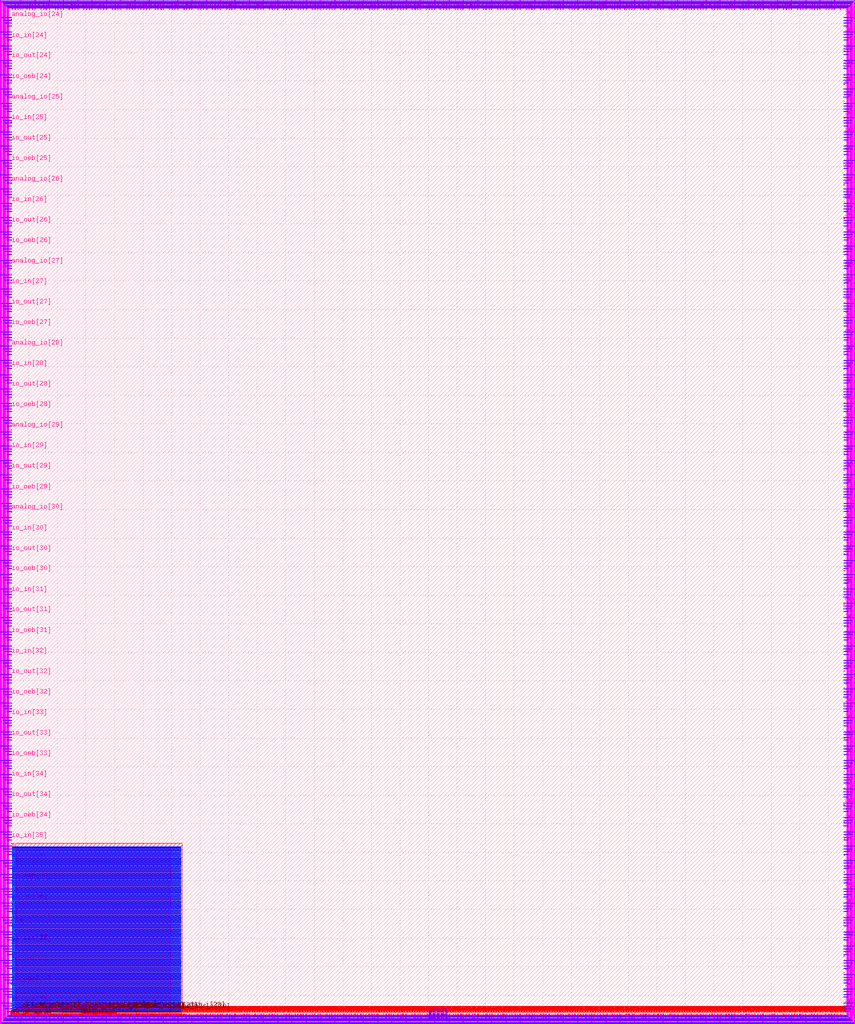
<source format=lef>
VERSION 5.7 ;
  NOWIREEXTENSIONATPIN ON ;
  DIVIDERCHAR "/" ;
  BUSBITCHARS "[]" ;
MACRO user_project_wrapper
  CLASS BLOCK ;
  FOREIGN user_project_wrapper ;
  ORIGIN 0.000 0.000 ;
  SIZE 2994.580 BY 3583.920 ;
  PIN analog_io[0]
    DIRECTION INOUT ;
    PORT
      LAYER met3 ;
        RECT 2955.080 61.400 2957.480 62.000 ;
    END
  END analog_io[0]
  PIN analog_io[10]
    DIRECTION INOUT ;
    PORT
      LAYER met3 ;
        RECT 2955.080 2407.400 2957.480 2408.000 ;
    END
  END analog_io[10]
  PIN analog_io[11]
    DIRECTION INOUT ;
    PORT
      LAYER met3 ;
        RECT 2955.080 2642.000 2957.480 2642.600 ;
    END
  END analog_io[11]
  PIN analog_io[12]
    DIRECTION INOUT ;
    PORT
      LAYER met3 ;
        RECT 2955.080 2876.600 2957.480 2877.200 ;
    END
  END analog_io[12]
  PIN analog_io[13]
    DIRECTION INOUT ;
    PORT
      LAYER met3 ;
        RECT 2955.080 3111.200 2957.480 3111.800 ;
    END
  END analog_io[13]
  PIN analog_io[14]
    DIRECTION INOUT ;
    PORT
      LAYER met3 ;
        RECT 2955.080 3345.800 2957.480 3346.400 ;
    END
  END analog_io[14]
  PIN analog_io[15]
    DIRECTION INOUT ;
    PORT
      LAYER met2 ;
        RECT 2916.710 3549.720 2916.990 3552.120 ;
    END
  END analog_io[15]
  PIN analog_io[16]
    DIRECTION INOUT ;
    PORT
      LAYER met2 ;
        RECT 2592.410 3549.720 2592.690 3552.120 ;
    END
  END analog_io[16]
  PIN analog_io[17]
    DIRECTION INOUT ;
    PORT
      LAYER met2 ;
        RECT 2268.110 3549.720 2268.390 3552.120 ;
    END
  END analog_io[17]
  PIN analog_io[18]
    DIRECTION INOUT ;
    PORT
      LAYER met2 ;
        RECT 1943.350 3549.720 1943.630 3552.120 ;
    END
  END analog_io[18]
  PIN analog_io[19]
    DIRECTION INOUT ;
    PORT
      LAYER met2 ;
        RECT 1619.050 3549.720 1619.330 3552.120 ;
    END
  END analog_io[19]
  PIN analog_io[1]
    DIRECTION INOUT ;
    PORT
      LAYER met3 ;
        RECT 2955.080 296.000 2957.480 296.600 ;
    END
  END analog_io[1]
  PIN analog_io[20]
    DIRECTION INOUT ;
    PORT
      LAYER met2 ;
        RECT 1294.750 3549.720 1295.030 3552.120 ;
    END
  END analog_io[20]
  PIN analog_io[21]
    DIRECTION INOUT ;
    PORT
      LAYER met2 ;
        RECT 969.990 3549.720 970.270 3552.120 ;
    END
  END analog_io[21]
  PIN analog_io[22]
    DIRECTION INOUT ;
    PORT
      LAYER met2 ;
        RECT 645.690 3549.720 645.970 3552.120 ;
    END
  END analog_io[22]
  PIN analog_io[23]
    DIRECTION INOUT ;
    PORT
      LAYER met2 ;
        RECT 321.390 3549.720 321.670 3552.120 ;
    END
  END analog_io[23]
  PIN analog_io[24]
    DIRECTION INOUT ;
    PORT
      LAYER met3 ;
        RECT 37.480 3515.120 39.880 3515.720 ;
    END
  END analog_io[24]
  PIN analog_io[25]
    DIRECTION INOUT ;
    PORT
      LAYER met3 ;
        RECT 37.480 3227.480 39.880 3228.080 ;
    END
  END analog_io[25]
  PIN analog_io[26]
    DIRECTION INOUT ;
    PORT
      LAYER met3 ;
        RECT 37.480 2940.520 39.880 2941.120 ;
    END
  END analog_io[26]
  PIN analog_io[27]
    DIRECTION INOUT ;
    PORT
      LAYER met3 ;
        RECT 37.480 2652.880 39.880 2653.480 ;
    END
  END analog_io[27]
  PIN analog_io[28]
    DIRECTION INOUT ;
    PORT
      LAYER met3 ;
        RECT 37.480 2365.920 39.880 2366.520 ;
    END
  END analog_io[28]
  PIN analog_io[29]
    DIRECTION INOUT ;
    PORT
      LAYER met3 ;
        RECT 37.480 2078.280 39.880 2078.880 ;
    END
  END analog_io[29]
  PIN analog_io[2]
    DIRECTION INOUT ;
    PORT
      LAYER met3 ;
        RECT 2955.080 530.600 2957.480 531.200 ;
    END
  END analog_io[2]
  PIN analog_io[30]
    DIRECTION INOUT ;
    PORT
      LAYER met3 ;
        RECT 37.480 1791.320 39.880 1791.920 ;
    END
  END analog_io[30]
  PIN analog_io[3]
    DIRECTION INOUT ;
    PORT
      LAYER met3 ;
        RECT 2955.080 765.200 2957.480 765.800 ;
    END
  END analog_io[3]
  PIN analog_io[4]
    DIRECTION INOUT ;
    PORT
      LAYER met3 ;
        RECT 2955.080 999.800 2957.480 1000.400 ;
    END
  END analog_io[4]
  PIN analog_io[5]
    DIRECTION INOUT ;
    PORT
      LAYER met3 ;
        RECT 2955.080 1234.400 2957.480 1235.000 ;
    END
  END analog_io[5]
  PIN analog_io[6]
    DIRECTION INOUT ;
    PORT
      LAYER met3 ;
        RECT 2955.080 1469.000 2957.480 1469.600 ;
    END
  END analog_io[6]
  PIN analog_io[7]
    DIRECTION INOUT ;
    PORT
      LAYER met3 ;
        RECT 2955.080 1703.600 2957.480 1704.200 ;
    END
  END analog_io[7]
  PIN analog_io[8]
    DIRECTION INOUT ;
    PORT
      LAYER met3 ;
        RECT 2955.080 1938.200 2957.480 1938.800 ;
    END
  END analog_io[8]
  PIN analog_io[9]
    DIRECTION INOUT ;
    PORT
      LAYER met3 ;
        RECT 2955.080 2172.800 2957.480 2173.400 ;
    END
  END analog_io[9]
  PIN io_in[0]
    DIRECTION INPUT ;
    PORT
      LAYER met3 ;
        RECT 2955.080 119.880 2957.480 120.480 ;
    END
  END io_in[0]
  PIN io_in[10]
    DIRECTION INPUT ;
    PORT
      LAYER met3 ;
        RECT 2955.080 2465.880 2957.480 2466.480 ;
    END
  END io_in[10]
  PIN io_in[11]
    DIRECTION INPUT ;
    PORT
      LAYER met3 ;
        RECT 2955.080 2701.160 2957.480 2701.760 ;
    END
  END io_in[11]
  PIN io_in[12]
    DIRECTION INPUT ;
    PORT
      LAYER met3 ;
        RECT 2955.080 2935.760 2957.480 2936.360 ;
    END
  END io_in[12]
  PIN io_in[13]
    DIRECTION INPUT ;
    PORT
      LAYER met3 ;
        RECT 2955.080 3170.360 2957.480 3170.960 ;
    END
  END io_in[13]
  PIN io_in[14]
    DIRECTION INPUT ;
    PORT
      LAYER met3 ;
        RECT 2955.080 3404.960 2957.480 3405.560 ;
    END
  END io_in[14]
  PIN io_in[15]
    DIRECTION INPUT ;
    PORT
      LAYER met2 ;
        RECT 2835.750 3549.720 2836.030 3552.120 ;
    END
  END io_in[15]
  PIN io_in[16]
    DIRECTION INPUT ;
    PORT
      LAYER met2 ;
        RECT 2511.450 3549.720 2511.730 3552.120 ;
    END
  END io_in[16]
  PIN io_in[17]
    DIRECTION INPUT ;
    PORT
      LAYER met2 ;
        RECT 2186.690 3549.720 2186.970 3552.120 ;
    END
  END io_in[17]
  PIN io_in[18]
    DIRECTION INPUT ;
    PORT
      LAYER met2 ;
        RECT 1862.390 3549.720 1862.670 3552.120 ;
    END
  END io_in[18]
  PIN io_in[19]
    DIRECTION INPUT ;
    PORT
      LAYER met2 ;
        RECT 1538.090 3549.720 1538.370 3552.120 ;
    END
  END io_in[19]
  PIN io_in[1]
    DIRECTION INPUT ;
    PORT
      LAYER met3 ;
        RECT 2955.080 354.480 2957.480 355.080 ;
    END
  END io_in[1]
  PIN io_in[20]
    DIRECTION INPUT ;
    PORT
      LAYER met2 ;
        RECT 1213.330 3549.720 1213.610 3552.120 ;
    END
  END io_in[20]
  PIN io_in[21]
    DIRECTION INPUT ;
    PORT
      LAYER met2 ;
        RECT 889.030 3549.720 889.310 3552.120 ;
    END
  END io_in[21]
  PIN io_in[22]
    DIRECTION INPUT ;
    PORT
      LAYER met2 ;
        RECT 564.730 3549.720 565.010 3552.120 ;
    END
  END io_in[22]
  PIN io_in[23]
    DIRECTION INPUT ;
    PORT
      LAYER met2 ;
        RECT 239.970 3549.720 240.250 3552.120 ;
    END
  END io_in[23]
  PIN io_in[24]
    DIRECTION INPUT ;
    PORT
      LAYER met3 ;
        RECT 37.480 3443.040 39.880 3443.640 ;
    END
  END io_in[24]
  PIN io_in[25]
    DIRECTION INPUT ;
    PORT
      LAYER met3 ;
        RECT 37.480 3156.080 39.880 3156.680 ;
    END
  END io_in[25]
  PIN io_in[26]
    DIRECTION INPUT ;
    PORT
      LAYER met3 ;
        RECT 37.480 2868.440 39.880 2869.040 ;
    END
  END io_in[26]
  PIN io_in[27]
    DIRECTION INPUT ;
    PORT
      LAYER met3 ;
        RECT 37.480 2581.480 39.880 2582.080 ;
    END
  END io_in[27]
  PIN io_in[28]
    DIRECTION INPUT ;
    PORT
      LAYER met3 ;
        RECT 37.480 2293.840 39.880 2294.440 ;
    END
  END io_in[28]
  PIN io_in[29]
    DIRECTION INPUT ;
    PORT
      LAYER met3 ;
        RECT 37.480 2006.880 39.880 2007.480 ;
    END
  END io_in[29]
  PIN io_in[2]
    DIRECTION INPUT ;
    PORT
      LAYER met3 ;
        RECT 2955.080 589.080 2957.480 589.680 ;
    END
  END io_in[2]
  PIN io_in[30]
    DIRECTION INPUT ;
    PORT
      LAYER met3 ;
        RECT 37.480 1719.240 39.880 1719.840 ;
    END
  END io_in[30]
  PIN io_in[31]
    DIRECTION INPUT ;
    PORT
      LAYER met3 ;
        RECT 37.480 1503.680 39.880 1504.280 ;
    END
  END io_in[31]
  PIN io_in[32]
    DIRECTION INPUT ;
    PORT
      LAYER met3 ;
        RECT 37.480 1288.120 39.880 1288.720 ;
    END
  END io_in[32]
  PIN io_in[33]
    DIRECTION INPUT ;
    PORT
      LAYER met3 ;
        RECT 37.480 1072.560 39.880 1073.160 ;
    END
  END io_in[33]
  PIN io_in[34]
    DIRECTION INPUT ;
    PORT
      LAYER met3 ;
        RECT 37.480 857.000 39.880 857.600 ;
    END
  END io_in[34]
  PIN io_in[35]
    DIRECTION INPUT ;
    PORT
      LAYER met3 ;
        RECT 37.480 642.120 39.880 642.720 ;
    END
  END io_in[35]
  PIN io_in[36]
    DIRECTION INPUT ;
    PORT
      LAYER met3 ;
        RECT 37.480 426.560 39.880 427.160 ;
    END
  END io_in[36]
  PIN io_in[37]
    DIRECTION INPUT ;
    PORT
      LAYER met3 ;
        RECT 37.480 211.000 39.880 211.600 ;
    END
  END io_in[37]
  PIN io_in[3]
    DIRECTION INPUT ;
    PORT
      LAYER met3 ;
        RECT 2955.080 823.680 2957.480 824.280 ;
    END
  END io_in[3]
  PIN io_in[4]
    DIRECTION INPUT ;
    PORT
      LAYER met3 ;
        RECT 2955.080 1058.280 2957.480 1058.880 ;
    END
  END io_in[4]
  PIN io_in[5]
    DIRECTION INPUT ;
    PORT
      LAYER met3 ;
        RECT 2955.080 1292.880 2957.480 1293.480 ;
    END
  END io_in[5]
  PIN io_in[6]
    DIRECTION INPUT ;
    PORT
      LAYER met3 ;
        RECT 2955.080 1527.480 2957.480 1528.080 ;
    END
  END io_in[6]
  PIN io_in[7]
    DIRECTION INPUT ;
    PORT
      LAYER met3 ;
        RECT 2955.080 1762.080 2957.480 1762.680 ;
    END
  END io_in[7]
  PIN io_in[8]
    DIRECTION INPUT ;
    PORT
      LAYER met3 ;
        RECT 2955.080 1996.680 2957.480 1997.280 ;
    END
  END io_in[8]
  PIN io_in[9]
    DIRECTION INPUT ;
    PORT
      LAYER met3 ;
        RECT 2955.080 2231.280 2957.480 2231.880 ;
    END
  END io_in[9]
  PIN io_oeb[0]
    DIRECTION OUTPUT TRISTATE ;
    PORT
      LAYER met3 ;
        RECT 2955.080 236.840 2957.480 237.440 ;
    END
  END io_oeb[0]
  PIN io_oeb[10]
    DIRECTION OUTPUT TRISTATE ;
    PORT
      LAYER met3 ;
        RECT 2955.080 2583.520 2957.480 2584.120 ;
    END
  END io_oeb[10]
  PIN io_oeb[11]
    DIRECTION OUTPUT TRISTATE ;
    PORT
      LAYER met3 ;
        RECT 2955.080 2818.120 2957.480 2818.720 ;
    END
  END io_oeb[11]
  PIN io_oeb[12]
    DIRECTION OUTPUT TRISTATE ;
    PORT
      LAYER met3 ;
        RECT 2955.080 3052.720 2957.480 3053.320 ;
    END
  END io_oeb[12]
  PIN io_oeb[13]
    DIRECTION OUTPUT TRISTATE ;
    PORT
      LAYER met3 ;
        RECT 2955.080 3287.320 2957.480 3287.920 ;
    END
  END io_oeb[13]
  PIN io_oeb[14]
    DIRECTION OUTPUT TRISTATE ;
    PORT
      LAYER met3 ;
        RECT 2955.080 3521.920 2957.480 3522.520 ;
    END
  END io_oeb[14]
  PIN io_oeb[15]
    DIRECTION OUTPUT TRISTATE ;
    PORT
      LAYER met2 ;
        RECT 2673.370 3549.720 2673.650 3552.120 ;
    END
  END io_oeb[15]
  PIN io_oeb[16]
    DIRECTION OUTPUT TRISTATE ;
    PORT
      LAYER met2 ;
        RECT 2349.070 3549.720 2349.350 3552.120 ;
    END
  END io_oeb[16]
  PIN io_oeb[17]
    DIRECTION OUTPUT TRISTATE ;
    PORT
      LAYER met2 ;
        RECT 2024.770 3549.720 2025.050 3552.120 ;
    END
  END io_oeb[17]
  PIN io_oeb[18]
    DIRECTION OUTPUT TRISTATE ;
    PORT
      LAYER met2 ;
        RECT 1700.010 3549.720 1700.290 3552.120 ;
    END
  END io_oeb[18]
  PIN io_oeb[19]
    DIRECTION OUTPUT TRISTATE ;
    PORT
      LAYER met2 ;
        RECT 1375.710 3549.720 1375.990 3552.120 ;
    END
  END io_oeb[19]
  PIN io_oeb[1]
    DIRECTION OUTPUT TRISTATE ;
    PORT
      LAYER met3 ;
        RECT 2955.080 471.440 2957.480 472.040 ;
    END
  END io_oeb[1]
  PIN io_oeb[20]
    DIRECTION OUTPUT TRISTATE ;
    PORT
      LAYER met2 ;
        RECT 1051.410 3549.720 1051.690 3552.120 ;
    END
  END io_oeb[20]
  PIN io_oeb[21]
    DIRECTION OUTPUT TRISTATE ;
    PORT
      LAYER met2 ;
        RECT 726.650 3549.720 726.930 3552.120 ;
    END
  END io_oeb[21]
  PIN io_oeb[22]
    DIRECTION OUTPUT TRISTATE ;
    PORT
      LAYER met2 ;
        RECT 402.350 3549.720 402.630 3552.120 ;
    END
  END io_oeb[22]
  PIN io_oeb[23]
    DIRECTION OUTPUT TRISTATE ;
    PORT
      LAYER met2 ;
        RECT 78.050 3549.720 78.330 3552.120 ;
    END
  END io_oeb[23]
  PIN io_oeb[24]
    DIRECTION OUTPUT TRISTATE ;
    PORT
      LAYER met3 ;
        RECT 37.480 3299.560 39.880 3300.160 ;
    END
  END io_oeb[24]
  PIN io_oeb[25]
    DIRECTION OUTPUT TRISTATE ;
    PORT
      LAYER met3 ;
        RECT 37.480 3011.920 39.880 3012.520 ;
    END
  END io_oeb[25]
  PIN io_oeb[26]
    DIRECTION OUTPUT TRISTATE ;
    PORT
      LAYER met3 ;
        RECT 37.480 2724.960 39.880 2725.560 ;
    END
  END io_oeb[26]
  PIN io_oeb[27]
    DIRECTION OUTPUT TRISTATE ;
    PORT
      LAYER met3 ;
        RECT 37.480 2437.320 39.880 2437.920 ;
    END
  END io_oeb[27]
  PIN io_oeb[28]
    DIRECTION OUTPUT TRISTATE ;
    PORT
      LAYER met3 ;
        RECT 37.480 2150.360 39.880 2150.960 ;
    END
  END io_oeb[28]
  PIN io_oeb[29]
    DIRECTION OUTPUT TRISTATE ;
    PORT
      LAYER met3 ;
        RECT 37.480 1862.720 39.880 1863.320 ;
    END
  END io_oeb[29]
  PIN io_oeb[2]
    DIRECTION OUTPUT TRISTATE ;
    PORT
      LAYER met3 ;
        RECT 2955.080 706.040 2957.480 706.640 ;
    END
  END io_oeb[2]
  PIN io_oeb[30]
    DIRECTION OUTPUT TRISTATE ;
    PORT
      LAYER met3 ;
        RECT 37.480 1575.760 39.880 1576.360 ;
    END
  END io_oeb[30]
  PIN io_oeb[31]
    DIRECTION OUTPUT TRISTATE ;
    PORT
      LAYER met3 ;
        RECT 37.480 1360.200 39.880 1360.800 ;
    END
  END io_oeb[31]
  PIN io_oeb[32]
    DIRECTION OUTPUT TRISTATE ;
    PORT
      LAYER met3 ;
        RECT 37.480 1144.640 39.880 1145.240 ;
    END
  END io_oeb[32]
  PIN io_oeb[33]
    DIRECTION OUTPUT TRISTATE ;
    PORT
      LAYER met3 ;
        RECT 37.480 929.080 39.880 929.680 ;
    END
  END io_oeb[33]
  PIN io_oeb[34]
    DIRECTION OUTPUT TRISTATE ;
    PORT
      LAYER met3 ;
        RECT 37.480 713.520 39.880 714.120 ;
    END
  END io_oeb[34]
  PIN io_oeb[35]
    DIRECTION OUTPUT TRISTATE ;
    PORT
      LAYER met3 ;
        RECT 37.480 497.960 39.880 498.560 ;
    END
  END io_oeb[35]
  PIN io_oeb[36]
    DIRECTION OUTPUT TRISTATE ;
    PORT
      LAYER met3 ;
        RECT 37.480 282.400 39.880 283.000 ;
    END
  END io_oeb[36]
  PIN io_oeb[37]
    DIRECTION OUTPUT TRISTATE ;
    PORT
      LAYER met3 ;
        RECT 37.480 67.520 39.880 68.120 ;
    END
  END io_oeb[37]
  PIN io_oeb[3]
    DIRECTION OUTPUT TRISTATE ;
    PORT
      LAYER met3 ;
        RECT 2955.080 941.320 2957.480 941.920 ;
    END
  END io_oeb[3]
  PIN io_oeb[4]
    DIRECTION OUTPUT TRISTATE ;
    PORT
      LAYER met3 ;
        RECT 2955.080 1175.920 2957.480 1176.520 ;
    END
  END io_oeb[4]
  PIN io_oeb[5]
    DIRECTION OUTPUT TRISTATE ;
    PORT
      LAYER met3 ;
        RECT 2955.080 1410.520 2957.480 1411.120 ;
    END
  END io_oeb[5]
  PIN io_oeb[6]
    DIRECTION OUTPUT TRISTATE ;
    PORT
      LAYER met3 ;
        RECT 2955.080 1645.120 2957.480 1645.720 ;
    END
  END io_oeb[6]
  PIN io_oeb[7]
    DIRECTION OUTPUT TRISTATE ;
    PORT
      LAYER met3 ;
        RECT 2955.080 1879.720 2957.480 1880.320 ;
    END
  END io_oeb[7]
  PIN io_oeb[8]
    DIRECTION OUTPUT TRISTATE ;
    PORT
      LAYER met3 ;
        RECT 2955.080 2114.320 2957.480 2114.920 ;
    END
  END io_oeb[8]
  PIN io_oeb[9]
    DIRECTION OUTPUT TRISTATE ;
    PORT
      LAYER met3 ;
        RECT 2955.080 2348.920 2957.480 2349.520 ;
    END
  END io_oeb[9]
  PIN io_out[0]
    DIRECTION OUTPUT TRISTATE ;
    PORT
      LAYER met3 ;
        RECT 2955.080 178.360 2957.480 178.960 ;
    END
  END io_out[0]
  PIN io_out[10]
    DIRECTION OUTPUT TRISTATE ;
    PORT
      LAYER met3 ;
        RECT 2955.080 2525.040 2957.480 2525.640 ;
    END
  END io_out[10]
  PIN io_out[11]
    DIRECTION OUTPUT TRISTATE ;
    PORT
      LAYER met3 ;
        RECT 2955.080 2759.640 2957.480 2760.240 ;
    END
  END io_out[11]
  PIN io_out[12]
    DIRECTION OUTPUT TRISTATE ;
    PORT
      LAYER met3 ;
        RECT 2955.080 2994.240 2957.480 2994.840 ;
    END
  END io_out[12]
  PIN io_out[13]
    DIRECTION OUTPUT TRISTATE ;
    PORT
      LAYER met3 ;
        RECT 2955.080 3228.840 2957.480 3229.440 ;
    END
  END io_out[13]
  PIN io_out[14]
    DIRECTION OUTPUT TRISTATE ;
    PORT
      LAYER met3 ;
        RECT 2955.080 3463.440 2957.480 3464.040 ;
    END
  END io_out[14]
  PIN io_out[15]
    DIRECTION OUTPUT TRISTATE ;
    PORT
      LAYER met2 ;
        RECT 2754.790 3549.720 2755.070 3552.120 ;
    END
  END io_out[15]
  PIN io_out[16]
    DIRECTION OUTPUT TRISTATE ;
    PORT
      LAYER met2 ;
        RECT 2430.030 3549.720 2430.310 3552.120 ;
    END
  END io_out[16]
  PIN io_out[17]
    DIRECTION OUTPUT TRISTATE ;
    PORT
      LAYER met2 ;
        RECT 2105.730 3549.720 2106.010 3552.120 ;
    END
  END io_out[17]
  PIN io_out[18]
    DIRECTION OUTPUT TRISTATE ;
    PORT
      LAYER met2 ;
        RECT 1781.430 3549.720 1781.710 3552.120 ;
    END
  END io_out[18]
  PIN io_out[19]
    DIRECTION OUTPUT TRISTATE ;
    PORT
      LAYER met2 ;
        RECT 1456.670 3549.720 1456.950 3552.120 ;
    END
  END io_out[19]
  PIN io_out[1]
    DIRECTION OUTPUT TRISTATE ;
    PORT
      LAYER met3 ;
        RECT 2955.080 412.960 2957.480 413.560 ;
    END
  END io_out[1]
  PIN io_out[20]
    DIRECTION OUTPUT TRISTATE ;
    PORT
      LAYER met2 ;
        RECT 1132.370 3549.720 1132.650 3552.120 ;
    END
  END io_out[20]
  PIN io_out[21]
    DIRECTION OUTPUT TRISTATE ;
    PORT
      LAYER met2 ;
        RECT 808.070 3549.720 808.350 3552.120 ;
    END
  END io_out[21]
  PIN io_out[22]
    DIRECTION OUTPUT TRISTATE ;
    PORT
      LAYER met2 ;
        RECT 483.310 3549.720 483.590 3552.120 ;
    END
  END io_out[22]
  PIN io_out[23]
    DIRECTION OUTPUT TRISTATE ;
    PORT
      LAYER met2 ;
        RECT 159.010 3549.720 159.290 3552.120 ;
    END
  END io_out[23]
  PIN io_out[24]
    DIRECTION OUTPUT TRISTATE ;
    PORT
      LAYER met3 ;
        RECT 37.480 3371.640 39.880 3372.240 ;
    END
  END io_out[24]
  PIN io_out[25]
    DIRECTION OUTPUT TRISTATE ;
    PORT
      LAYER met3 ;
        RECT 37.480 3084.000 39.880 3084.600 ;
    END
  END io_out[25]
  PIN io_out[26]
    DIRECTION OUTPUT TRISTATE ;
    PORT
      LAYER met3 ;
        RECT 37.480 2797.040 39.880 2797.640 ;
    END
  END io_out[26]
  PIN io_out[27]
    DIRECTION OUTPUT TRISTATE ;
    PORT
      LAYER met3 ;
        RECT 37.480 2509.400 39.880 2510.000 ;
    END
  END io_out[27]
  PIN io_out[28]
    DIRECTION OUTPUT TRISTATE ;
    PORT
      LAYER met3 ;
        RECT 37.480 2221.760 39.880 2222.360 ;
    END
  END io_out[28]
  PIN io_out[29]
    DIRECTION OUTPUT TRISTATE ;
    PORT
      LAYER met3 ;
        RECT 37.480 1934.800 39.880 1935.400 ;
    END
  END io_out[29]
  PIN io_out[2]
    DIRECTION OUTPUT TRISTATE ;
    PORT
      LAYER met3 ;
        RECT 2955.080 647.560 2957.480 648.160 ;
    END
  END io_out[2]
  PIN io_out[30]
    DIRECTION OUTPUT TRISTATE ;
    PORT
      LAYER met3 ;
        RECT 37.480 1647.160 39.880 1647.760 ;
    END
  END io_out[30]
  PIN io_out[31]
    DIRECTION OUTPUT TRISTATE ;
    PORT
      LAYER met3 ;
        RECT 37.480 1432.280 39.880 1432.880 ;
    END
  END io_out[31]
  PIN io_out[32]
    DIRECTION OUTPUT TRISTATE ;
    PORT
      LAYER met3 ;
        RECT 37.480 1216.720 39.880 1217.320 ;
    END
  END io_out[32]
  PIN io_out[33]
    DIRECTION OUTPUT TRISTATE ;
    PORT
      LAYER met3 ;
        RECT 37.480 1001.160 39.880 1001.760 ;
    END
  END io_out[33]
  PIN io_out[34]
    DIRECTION OUTPUT TRISTATE ;
    PORT
      LAYER met3 ;
        RECT 37.480 785.600 39.880 786.200 ;
    END
  END io_out[34]
  PIN io_out[35]
    DIRECTION OUTPUT TRISTATE ;
    PORT
      LAYER met3 ;
        RECT 37.480 570.040 39.880 570.640 ;
    END
  END io_out[35]
  PIN io_out[36]
    DIRECTION OUTPUT TRISTATE ;
    PORT
      LAYER met3 ;
        RECT 37.480 354.480 39.880 355.080 ;
    END
  END io_out[36]
  PIN io_out[37]
    DIRECTION OUTPUT TRISTATE ;
    PORT
      LAYER met3 ;
        RECT 37.480 138.920 39.880 139.520 ;
    END
  END io_out[37]
  PIN io_out[3]
    DIRECTION OUTPUT TRISTATE ;
    PORT
      LAYER met3 ;
        RECT 2955.080 882.160 2957.480 882.760 ;
    END
  END io_out[3]
  PIN io_out[4]
    DIRECTION OUTPUT TRISTATE ;
    PORT
      LAYER met3 ;
        RECT 2955.080 1116.760 2957.480 1117.360 ;
    END
  END io_out[4]
  PIN io_out[5]
    DIRECTION OUTPUT TRISTATE ;
    PORT
      LAYER met3 ;
        RECT 2955.080 1351.360 2957.480 1351.960 ;
    END
  END io_out[5]
  PIN io_out[6]
    DIRECTION OUTPUT TRISTATE ;
    PORT
      LAYER met3 ;
        RECT 2955.080 1585.960 2957.480 1586.560 ;
    END
  END io_out[6]
  PIN io_out[7]
    DIRECTION OUTPUT TRISTATE ;
    PORT
      LAYER met3 ;
        RECT 2955.080 1821.240 2957.480 1821.840 ;
    END
  END io_out[7]
  PIN io_out[8]
    DIRECTION OUTPUT TRISTATE ;
    PORT
      LAYER met3 ;
        RECT 2955.080 2055.840 2957.480 2056.440 ;
    END
  END io_out[8]
  PIN io_out[9]
    DIRECTION OUTPUT TRISTATE ;
    PORT
      LAYER met3 ;
        RECT 2955.080 2290.440 2957.480 2291.040 ;
    END
  END io_out[9]
  PIN la_data_in[0]
    DIRECTION INPUT ;
    PORT
      LAYER met2 ;
        RECT 670.530 32.120 670.810 34.520 ;
    END
  END la_data_in[0]
  PIN la_data_in[100]
    DIRECTION INPUT ;
    PORT
      LAYER met2 ;
        RECT 2454.870 32.120 2455.150 34.520 ;
    END
  END la_data_in[100]
  PIN la_data_in[101]
    DIRECTION INPUT ;
    PORT
      LAYER met2 ;
        RECT 2472.350 32.120 2472.630 34.520 ;
    END
  END la_data_in[101]
  PIN la_data_in[102]
    DIRECTION INPUT ;
    PORT
      LAYER met2 ;
        RECT 2490.290 32.120 2490.570 34.520 ;
    END
  END la_data_in[102]
  PIN la_data_in[103]
    DIRECTION INPUT ;
    PORT
      LAYER met2 ;
        RECT 2508.230 32.120 2508.510 34.520 ;
    END
  END la_data_in[103]
  PIN la_data_in[104]
    DIRECTION INPUT ;
    PORT
      LAYER met2 ;
        RECT 2526.170 32.120 2526.450 34.520 ;
    END
  END la_data_in[104]
  PIN la_data_in[105]
    DIRECTION INPUT ;
    PORT
      LAYER met2 ;
        RECT 2543.650 32.120 2543.930 34.520 ;
    END
  END la_data_in[105]
  PIN la_data_in[106]
    DIRECTION INPUT ;
    PORT
      LAYER met2 ;
        RECT 2561.590 32.120 2561.870 34.520 ;
    END
  END la_data_in[106]
  PIN la_data_in[107]
    DIRECTION INPUT ;
    PORT
      LAYER met2 ;
        RECT 2579.530 32.120 2579.810 34.520 ;
    END
  END la_data_in[107]
  PIN la_data_in[108]
    DIRECTION INPUT ;
    PORT
      LAYER met2 ;
        RECT 2597.470 32.120 2597.750 34.520 ;
    END
  END la_data_in[108]
  PIN la_data_in[109]
    DIRECTION INPUT ;
    PORT
      LAYER met2 ;
        RECT 2615.410 32.120 2615.690 34.520 ;
    END
  END la_data_in[109]
  PIN la_data_in[10]
    DIRECTION INPUT ;
    PORT
      LAYER met2 ;
        RECT 849.010 32.120 849.290 34.520 ;
    END
  END la_data_in[10]
  PIN la_data_in[110]
    DIRECTION INPUT ;
    PORT
      LAYER met2 ;
        RECT 2632.890 32.120 2633.170 34.520 ;
    END
  END la_data_in[110]
  PIN la_data_in[111]
    DIRECTION INPUT ;
    PORT
      LAYER met2 ;
        RECT 2650.830 32.120 2651.110 34.520 ;
    END
  END la_data_in[111]
  PIN la_data_in[112]
    DIRECTION INPUT ;
    PORT
      LAYER met2 ;
        RECT 2668.770 32.120 2669.050 34.520 ;
    END
  END la_data_in[112]
  PIN la_data_in[113]
    DIRECTION INPUT ;
    PORT
      LAYER met2 ;
        RECT 2686.710 32.120 2686.990 34.520 ;
    END
  END la_data_in[113]
  PIN la_data_in[114]
    DIRECTION INPUT ;
    PORT
      LAYER met2 ;
        RECT 2704.650 32.120 2704.930 34.520 ;
    END
  END la_data_in[114]
  PIN la_data_in[115]
    DIRECTION INPUT ;
    PORT
      LAYER met2 ;
        RECT 2722.130 32.120 2722.410 34.520 ;
    END
  END la_data_in[115]
  PIN la_data_in[116]
    DIRECTION INPUT ;
    PORT
      LAYER met2 ;
        RECT 2740.070 32.120 2740.350 34.520 ;
    END
  END la_data_in[116]
  PIN la_data_in[117]
    DIRECTION INPUT ;
    PORT
      LAYER met2 ;
        RECT 2758.010 32.120 2758.290 34.520 ;
    END
  END la_data_in[117]
  PIN la_data_in[118]
    DIRECTION INPUT ;
    PORT
      LAYER met2 ;
        RECT 2775.950 32.120 2776.230 34.520 ;
    END
  END la_data_in[118]
  PIN la_data_in[119]
    DIRECTION INPUT ;
    PORT
      LAYER met2 ;
        RECT 2793.430 32.120 2793.710 34.520 ;
    END
  END la_data_in[119]
  PIN la_data_in[11]
    DIRECTION INPUT ;
    PORT
      LAYER met2 ;
        RECT 866.950 32.120 867.230 34.520 ;
    END
  END la_data_in[11]
  PIN la_data_in[120]
    DIRECTION INPUT ;
    PORT
      LAYER met2 ;
        RECT 2811.370 32.120 2811.650 34.520 ;
    END
  END la_data_in[120]
  PIN la_data_in[121]
    DIRECTION INPUT ;
    PORT
      LAYER met2 ;
        RECT 2829.310 32.120 2829.590 34.520 ;
    END
  END la_data_in[121]
  PIN la_data_in[122]
    DIRECTION INPUT ;
    PORT
      LAYER met2 ;
        RECT 2847.250 32.120 2847.530 34.520 ;
    END
  END la_data_in[122]
  PIN la_data_in[123]
    DIRECTION INPUT ;
    PORT
      LAYER met2 ;
        RECT 2865.190 32.120 2865.470 34.520 ;
    END
  END la_data_in[123]
  PIN la_data_in[124]
    DIRECTION INPUT ;
    PORT
      LAYER met2 ;
        RECT 2882.670 32.120 2882.950 34.520 ;
    END
  END la_data_in[124]
  PIN la_data_in[125]
    DIRECTION INPUT ;
    PORT
      LAYER met2 ;
        RECT 2900.610 32.120 2900.890 34.520 ;
    END
  END la_data_in[125]
  PIN la_data_in[126]
    DIRECTION INPUT ;
    PORT
      LAYER met2 ;
        RECT 2918.550 32.120 2918.830 34.520 ;
    END
  END la_data_in[126]
  PIN la_data_in[127]
    DIRECTION INPUT ;
    PORT
      LAYER met2 ;
        RECT 2936.490 32.120 2936.770 34.520 ;
    END
  END la_data_in[127]
  PIN la_data_in[12]
    DIRECTION INPUT ;
    PORT
      LAYER met2 ;
        RECT 884.430 32.120 884.710 34.520 ;
    END
  END la_data_in[12]
  PIN la_data_in[13]
    DIRECTION INPUT ;
    PORT
      LAYER met2 ;
        RECT 902.370 32.120 902.650 34.520 ;
    END
  END la_data_in[13]
  PIN la_data_in[14]
    DIRECTION INPUT ;
    PORT
      LAYER met2 ;
        RECT 920.310 32.120 920.590 34.520 ;
    END
  END la_data_in[14]
  PIN la_data_in[15]
    DIRECTION INPUT ;
    PORT
      LAYER met2 ;
        RECT 938.250 32.120 938.530 34.520 ;
    END
  END la_data_in[15]
  PIN la_data_in[16]
    DIRECTION INPUT ;
    PORT
      LAYER met2 ;
        RECT 956.190 32.120 956.470 34.520 ;
    END
  END la_data_in[16]
  PIN la_data_in[17]
    DIRECTION INPUT ;
    PORT
      LAYER met2 ;
        RECT 973.670 32.120 973.950 34.520 ;
    END
  END la_data_in[17]
  PIN la_data_in[18]
    DIRECTION INPUT ;
    PORT
      LAYER met2 ;
        RECT 991.610 32.120 991.890 34.520 ;
    END
  END la_data_in[18]
  PIN la_data_in[19]
    DIRECTION INPUT ;
    PORT
      LAYER met2 ;
        RECT 1009.550 32.120 1009.830 34.520 ;
    END
  END la_data_in[19]
  PIN la_data_in[1]
    DIRECTION INPUT ;
    PORT
      LAYER met2 ;
        RECT 688.470 32.120 688.750 34.520 ;
    END
  END la_data_in[1]
  PIN la_data_in[20]
    DIRECTION INPUT ;
    PORT
      LAYER met2 ;
        RECT 1027.490 32.120 1027.770 34.520 ;
    END
  END la_data_in[20]
  PIN la_data_in[21]
    DIRECTION INPUT ;
    PORT
      LAYER met2 ;
        RECT 1044.970 32.120 1045.250 34.520 ;
    END
  END la_data_in[21]
  PIN la_data_in[22]
    DIRECTION INPUT ;
    PORT
      LAYER met2 ;
        RECT 1062.910 32.120 1063.190 34.520 ;
    END
  END la_data_in[22]
  PIN la_data_in[23]
    DIRECTION INPUT ;
    PORT
      LAYER met2 ;
        RECT 1080.850 32.120 1081.130 34.520 ;
    END
  END la_data_in[23]
  PIN la_data_in[24]
    DIRECTION INPUT ;
    PORT
      LAYER met2 ;
        RECT 1098.790 32.120 1099.070 34.520 ;
    END
  END la_data_in[24]
  PIN la_data_in[25]
    DIRECTION INPUT ;
    PORT
      LAYER met2 ;
        RECT 1116.730 32.120 1117.010 34.520 ;
    END
  END la_data_in[25]
  PIN la_data_in[26]
    DIRECTION INPUT ;
    PORT
      LAYER met2 ;
        RECT 1134.210 32.120 1134.490 34.520 ;
    END
  END la_data_in[26]
  PIN la_data_in[27]
    DIRECTION INPUT ;
    PORT
      LAYER met2 ;
        RECT 1152.150 32.120 1152.430 34.520 ;
    END
  END la_data_in[27]
  PIN la_data_in[28]
    DIRECTION INPUT ;
    PORT
      LAYER met2 ;
        RECT 1170.090 32.120 1170.370 34.520 ;
    END
  END la_data_in[28]
  PIN la_data_in[29]
    DIRECTION INPUT ;
    PORT
      LAYER met2 ;
        RECT 1188.030 32.120 1188.310 34.520 ;
    END
  END la_data_in[29]
  PIN la_data_in[2]
    DIRECTION INPUT ;
    PORT
      LAYER met2 ;
        RECT 706.410 32.120 706.690 34.520 ;
    END
  END la_data_in[2]
  PIN la_data_in[30]
    DIRECTION INPUT ;
    PORT
      LAYER met2 ;
        RECT 1205.970 32.120 1206.250 34.520 ;
    END
  END la_data_in[30]
  PIN la_data_in[31]
    DIRECTION INPUT ;
    PORT
      LAYER met2 ;
        RECT 1223.450 32.120 1223.730 34.520 ;
    END
  END la_data_in[31]
  PIN la_data_in[32]
    DIRECTION INPUT ;
    PORT
      LAYER met2 ;
        RECT 1241.390 32.120 1241.670 34.520 ;
    END
  END la_data_in[32]
  PIN la_data_in[33]
    DIRECTION INPUT ;
    PORT
      LAYER met2 ;
        RECT 1259.330 32.120 1259.610 34.520 ;
    END
  END la_data_in[33]
  PIN la_data_in[34]
    DIRECTION INPUT ;
    PORT
      LAYER met2 ;
        RECT 1277.270 32.120 1277.550 34.520 ;
    END
  END la_data_in[34]
  PIN la_data_in[35]
    DIRECTION INPUT ;
    PORT
      LAYER met2 ;
        RECT 1294.750 32.120 1295.030 34.520 ;
    END
  END la_data_in[35]
  PIN la_data_in[36]
    DIRECTION INPUT ;
    PORT
      LAYER met2 ;
        RECT 1312.690 32.120 1312.970 34.520 ;
    END
  END la_data_in[36]
  PIN la_data_in[37]
    DIRECTION INPUT ;
    PORT
      LAYER met2 ;
        RECT 1330.630 32.120 1330.910 34.520 ;
    END
  END la_data_in[37]
  PIN la_data_in[38]
    DIRECTION INPUT ;
    PORT
      LAYER met2 ;
        RECT 1348.570 32.120 1348.850 34.520 ;
    END
  END la_data_in[38]
  PIN la_data_in[39]
    DIRECTION INPUT ;
    PORT
      LAYER met2 ;
        RECT 1366.510 32.120 1366.790 34.520 ;
    END
  END la_data_in[39]
  PIN la_data_in[3]
    DIRECTION INPUT ;
    PORT
      LAYER met2 ;
        RECT 723.890 32.120 724.170 34.520 ;
    END
  END la_data_in[3]
  PIN la_data_in[40]
    DIRECTION INPUT ;
    PORT
      LAYER met2 ;
        RECT 1383.990 32.120 1384.270 34.520 ;
    END
  END la_data_in[40]
  PIN la_data_in[41]
    DIRECTION INPUT ;
    PORT
      LAYER met2 ;
        RECT 1401.930 32.120 1402.210 34.520 ;
    END
  END la_data_in[41]
  PIN la_data_in[42]
    DIRECTION INPUT ;
    PORT
      LAYER met2 ;
        RECT 1419.870 32.120 1420.150 34.520 ;
    END
  END la_data_in[42]
  PIN la_data_in[43]
    DIRECTION INPUT ;
    PORT
      LAYER met2 ;
        RECT 1437.810 32.120 1438.090 34.520 ;
    END
  END la_data_in[43]
  PIN la_data_in[44]
    DIRECTION INPUT ;
    PORT
      LAYER met2 ;
        RECT 1455.750 32.120 1456.030 34.520 ;
    END
  END la_data_in[44]
  PIN la_data_in[45]
    DIRECTION INPUT ;
    PORT
      LAYER met2 ;
        RECT 1473.230 32.120 1473.510 34.520 ;
    END
  END la_data_in[45]
  PIN la_data_in[46]
    DIRECTION INPUT ;
    PORT
      LAYER met2 ;
        RECT 1491.170 32.120 1491.450 34.520 ;
    END
  END la_data_in[46]
  PIN la_data_in[47]
    DIRECTION INPUT ;
    PORT
      LAYER met2 ;
        RECT 1509.110 32.120 1509.390 34.520 ;
    END
  END la_data_in[47]
  PIN la_data_in[48]
    DIRECTION INPUT ;
    PORT
      LAYER met2 ;
        RECT 1527.050 32.120 1527.330 34.520 ;
    END
  END la_data_in[48]
  PIN la_data_in[49]
    DIRECTION INPUT ;
    PORT
      LAYER met2 ;
        RECT 1544.530 32.120 1544.810 34.520 ;
    END
  END la_data_in[49]
  PIN la_data_in[4]
    DIRECTION INPUT ;
    PORT
      LAYER met2 ;
        RECT 741.830 32.120 742.110 34.520 ;
    END
  END la_data_in[4]
  PIN la_data_in[50]
    DIRECTION INPUT ;
    PORT
      LAYER met2 ;
        RECT 1562.470 32.120 1562.750 34.520 ;
    END
  END la_data_in[50]
  PIN la_data_in[51]
    DIRECTION INPUT ;
    PORT
      LAYER met2 ;
        RECT 1580.410 32.120 1580.690 34.520 ;
    END
  END la_data_in[51]
  PIN la_data_in[52]
    DIRECTION INPUT ;
    PORT
      LAYER met2 ;
        RECT 1598.350 32.120 1598.630 34.520 ;
    END
  END la_data_in[52]
  PIN la_data_in[53]
    DIRECTION INPUT ;
    PORT
      LAYER met2 ;
        RECT 1616.290 32.120 1616.570 34.520 ;
    END
  END la_data_in[53]
  PIN la_data_in[54]
    DIRECTION INPUT ;
    PORT
      LAYER met2 ;
        RECT 1633.770 32.120 1634.050 34.520 ;
    END
  END la_data_in[54]
  PIN la_data_in[55]
    DIRECTION INPUT ;
    PORT
      LAYER met2 ;
        RECT 1651.710 32.120 1651.990 34.520 ;
    END
  END la_data_in[55]
  PIN la_data_in[56]
    DIRECTION INPUT ;
    PORT
      LAYER met2 ;
        RECT 1669.650 32.120 1669.930 34.520 ;
    END
  END la_data_in[56]
  PIN la_data_in[57]
    DIRECTION INPUT ;
    PORT
      LAYER met2 ;
        RECT 1687.590 32.120 1687.870 34.520 ;
    END
  END la_data_in[57]
  PIN la_data_in[58]
    DIRECTION INPUT ;
    PORT
      LAYER met2 ;
        RECT 1705.530 32.120 1705.810 34.520 ;
    END
  END la_data_in[58]
  PIN la_data_in[59]
    DIRECTION INPUT ;
    PORT
      LAYER met2 ;
        RECT 1723.010 32.120 1723.290 34.520 ;
    END
  END la_data_in[59]
  PIN la_data_in[5]
    DIRECTION INPUT ;
    PORT
      LAYER met2 ;
        RECT 759.770 32.120 760.050 34.520 ;
    END
  END la_data_in[5]
  PIN la_data_in[60]
    DIRECTION INPUT ;
    PORT
      LAYER met2 ;
        RECT 1740.950 32.120 1741.230 34.520 ;
    END
  END la_data_in[60]
  PIN la_data_in[61]
    DIRECTION INPUT ;
    PORT
      LAYER met2 ;
        RECT 1758.890 32.120 1759.170 34.520 ;
    END
  END la_data_in[61]
  PIN la_data_in[62]
    DIRECTION INPUT ;
    PORT
      LAYER met2 ;
        RECT 1776.830 32.120 1777.110 34.520 ;
    END
  END la_data_in[62]
  PIN la_data_in[63]
    DIRECTION INPUT ;
    PORT
      LAYER met2 ;
        RECT 1794.310 32.120 1794.590 34.520 ;
    END
  END la_data_in[63]
  PIN la_data_in[64]
    DIRECTION INPUT ;
    PORT
      LAYER met2 ;
        RECT 1812.250 32.120 1812.530 34.520 ;
    END
  END la_data_in[64]
  PIN la_data_in[65]
    DIRECTION INPUT ;
    PORT
      LAYER met2 ;
        RECT 1830.190 32.120 1830.470 34.520 ;
    END
  END la_data_in[65]
  PIN la_data_in[66]
    DIRECTION INPUT ;
    PORT
      LAYER met2 ;
        RECT 1848.130 32.120 1848.410 34.520 ;
    END
  END la_data_in[66]
  PIN la_data_in[67]
    DIRECTION INPUT ;
    PORT
      LAYER met2 ;
        RECT 1866.070 32.120 1866.350 34.520 ;
    END
  END la_data_in[67]
  PIN la_data_in[68]
    DIRECTION INPUT ;
    PORT
      LAYER met2 ;
        RECT 1883.550 32.120 1883.830 34.520 ;
    END
  END la_data_in[68]
  PIN la_data_in[69]
    DIRECTION INPUT ;
    PORT
      LAYER met2 ;
        RECT 1901.490 32.120 1901.770 34.520 ;
    END
  END la_data_in[69]
  PIN la_data_in[6]
    DIRECTION INPUT ;
    PORT
      LAYER met2 ;
        RECT 777.710 32.120 777.990 34.520 ;
    END
  END la_data_in[6]
  PIN la_data_in[70]
    DIRECTION INPUT ;
    PORT
      LAYER met2 ;
        RECT 1919.430 32.120 1919.710 34.520 ;
    END
  END la_data_in[70]
  PIN la_data_in[71]
    DIRECTION INPUT ;
    PORT
      LAYER met2 ;
        RECT 1937.370 32.120 1937.650 34.520 ;
    END
  END la_data_in[71]
  PIN la_data_in[72]
    DIRECTION INPUT ;
    PORT
      LAYER met2 ;
        RECT 1955.310 32.120 1955.590 34.520 ;
    END
  END la_data_in[72]
  PIN la_data_in[73]
    DIRECTION INPUT ;
    PORT
      LAYER met2 ;
        RECT 1972.790 32.120 1973.070 34.520 ;
    END
  END la_data_in[73]
  PIN la_data_in[74]
    DIRECTION INPUT ;
    PORT
      LAYER met2 ;
        RECT 1990.730 32.120 1991.010 34.520 ;
    END
  END la_data_in[74]
  PIN la_data_in[75]
    DIRECTION INPUT ;
    PORT
      LAYER met2 ;
        RECT 2008.670 32.120 2008.950 34.520 ;
    END
  END la_data_in[75]
  PIN la_data_in[76]
    DIRECTION INPUT ;
    PORT
      LAYER met2 ;
        RECT 2026.610 32.120 2026.890 34.520 ;
    END
  END la_data_in[76]
  PIN la_data_in[77]
    DIRECTION INPUT ;
    PORT
      LAYER met2 ;
        RECT 2044.090 32.120 2044.370 34.520 ;
    END
  END la_data_in[77]
  PIN la_data_in[78]
    DIRECTION INPUT ;
    PORT
      LAYER met2 ;
        RECT 2062.030 32.120 2062.310 34.520 ;
    END
  END la_data_in[78]
  PIN la_data_in[79]
    DIRECTION INPUT ;
    PORT
      LAYER met2 ;
        RECT 2079.970 32.120 2080.250 34.520 ;
    END
  END la_data_in[79]
  PIN la_data_in[7]
    DIRECTION INPUT ;
    PORT
      LAYER met2 ;
        RECT 795.190 32.120 795.470 34.520 ;
    END
  END la_data_in[7]
  PIN la_data_in[80]
    DIRECTION INPUT ;
    PORT
      LAYER met2 ;
        RECT 2097.910 32.120 2098.190 34.520 ;
    END
  END la_data_in[80]
  PIN la_data_in[81]
    DIRECTION INPUT ;
    PORT
      LAYER met2 ;
        RECT 2115.850 32.120 2116.130 34.520 ;
    END
  END la_data_in[81]
  PIN la_data_in[82]
    DIRECTION INPUT ;
    PORT
      LAYER met2 ;
        RECT 2133.330 32.120 2133.610 34.520 ;
    END
  END la_data_in[82]
  PIN la_data_in[83]
    DIRECTION INPUT ;
    PORT
      LAYER met2 ;
        RECT 2151.270 32.120 2151.550 34.520 ;
    END
  END la_data_in[83]
  PIN la_data_in[84]
    DIRECTION INPUT ;
    PORT
      LAYER met2 ;
        RECT 2169.210 32.120 2169.490 34.520 ;
    END
  END la_data_in[84]
  PIN la_data_in[85]
    DIRECTION INPUT ;
    PORT
      LAYER met2 ;
        RECT 2187.150 32.120 2187.430 34.520 ;
    END
  END la_data_in[85]
  PIN la_data_in[86]
    DIRECTION INPUT ;
    PORT
      LAYER met2 ;
        RECT 2205.090 32.120 2205.370 34.520 ;
    END
  END la_data_in[86]
  PIN la_data_in[87]
    DIRECTION INPUT ;
    PORT
      LAYER met2 ;
        RECT 2222.570 32.120 2222.850 34.520 ;
    END
  END la_data_in[87]
  PIN la_data_in[88]
    DIRECTION INPUT ;
    PORT
      LAYER met2 ;
        RECT 2240.510 32.120 2240.790 34.520 ;
    END
  END la_data_in[88]
  PIN la_data_in[89]
    DIRECTION INPUT ;
    PORT
      LAYER met2 ;
        RECT 2258.450 32.120 2258.730 34.520 ;
    END
  END la_data_in[89]
  PIN la_data_in[8]
    DIRECTION INPUT ;
    PORT
      LAYER met2 ;
        RECT 813.130 32.120 813.410 34.520 ;
    END
  END la_data_in[8]
  PIN la_data_in[90]
    DIRECTION INPUT ;
    PORT
      LAYER met2 ;
        RECT 2276.390 32.120 2276.670 34.520 ;
    END
  END la_data_in[90]
  PIN la_data_in[91]
    DIRECTION INPUT ;
    PORT
      LAYER met2 ;
        RECT 2293.870 32.120 2294.150 34.520 ;
    END
  END la_data_in[91]
  PIN la_data_in[92]
    DIRECTION INPUT ;
    PORT
      LAYER met2 ;
        RECT 2311.810 32.120 2312.090 34.520 ;
    END
  END la_data_in[92]
  PIN la_data_in[93]
    DIRECTION INPUT ;
    PORT
      LAYER met2 ;
        RECT 2329.750 32.120 2330.030 34.520 ;
    END
  END la_data_in[93]
  PIN la_data_in[94]
    DIRECTION INPUT ;
    PORT
      LAYER met2 ;
        RECT 2347.690 32.120 2347.970 34.520 ;
    END
  END la_data_in[94]
  PIN la_data_in[95]
    DIRECTION INPUT ;
    PORT
      LAYER met2 ;
        RECT 2365.630 32.120 2365.910 34.520 ;
    END
  END la_data_in[95]
  PIN la_data_in[96]
    DIRECTION INPUT ;
    PORT
      LAYER met2 ;
        RECT 2383.110 32.120 2383.390 34.520 ;
    END
  END la_data_in[96]
  PIN la_data_in[97]
    DIRECTION INPUT ;
    PORT
      LAYER met2 ;
        RECT 2401.050 32.120 2401.330 34.520 ;
    END
  END la_data_in[97]
  PIN la_data_in[98]
    DIRECTION INPUT ;
    PORT
      LAYER met2 ;
        RECT 2418.990 32.120 2419.270 34.520 ;
    END
  END la_data_in[98]
  PIN la_data_in[99]
    DIRECTION INPUT ;
    PORT
      LAYER met2 ;
        RECT 2436.930 32.120 2437.210 34.520 ;
    END
  END la_data_in[99]
  PIN la_data_in[9]
    DIRECTION INPUT ;
    PORT
      LAYER met2 ;
        RECT 831.070 32.120 831.350 34.520 ;
    END
  END la_data_in[9]
  PIN la_data_out[0]
    DIRECTION OUTPUT TRISTATE ;
    PORT
      LAYER met2 ;
        RECT 676.510 32.120 676.790 34.520 ;
    END
  END la_data_out[0]
  PIN la_data_out[100]
    DIRECTION OUTPUT TRISTATE ;
    PORT
      LAYER met2 ;
        RECT 2460.390 32.120 2460.670 34.520 ;
    END
  END la_data_out[100]
  PIN la_data_out[101]
    DIRECTION OUTPUT TRISTATE ;
    PORT
      LAYER met2 ;
        RECT 2478.330 32.120 2478.610 34.520 ;
    END
  END la_data_out[101]
  PIN la_data_out[102]
    DIRECTION OUTPUT TRISTATE ;
    PORT
      LAYER met2 ;
        RECT 2496.270 32.120 2496.550 34.520 ;
    END
  END la_data_out[102]
  PIN la_data_out[103]
    DIRECTION OUTPUT TRISTATE ;
    PORT
      LAYER met2 ;
        RECT 2514.210 32.120 2514.490 34.520 ;
    END
  END la_data_out[103]
  PIN la_data_out[104]
    DIRECTION OUTPUT TRISTATE ;
    PORT
      LAYER met2 ;
        RECT 2532.150 32.120 2532.430 34.520 ;
    END
  END la_data_out[104]
  PIN la_data_out[105]
    DIRECTION OUTPUT TRISTATE ;
    PORT
      LAYER met2 ;
        RECT 2549.630 32.120 2549.910 34.520 ;
    END
  END la_data_out[105]
  PIN la_data_out[106]
    DIRECTION OUTPUT TRISTATE ;
    PORT
      LAYER met2 ;
        RECT 2567.570 32.120 2567.850 34.520 ;
    END
  END la_data_out[106]
  PIN la_data_out[107]
    DIRECTION OUTPUT TRISTATE ;
    PORT
      LAYER met2 ;
        RECT 2585.510 32.120 2585.790 34.520 ;
    END
  END la_data_out[107]
  PIN la_data_out[108]
    DIRECTION OUTPUT TRISTATE ;
    PORT
      LAYER met2 ;
        RECT 2603.450 32.120 2603.730 34.520 ;
    END
  END la_data_out[108]
  PIN la_data_out[109]
    DIRECTION OUTPUT TRISTATE ;
    PORT
      LAYER met2 ;
        RECT 2621.390 32.120 2621.670 34.520 ;
    END
  END la_data_out[109]
  PIN la_data_out[10]
    DIRECTION OUTPUT TRISTATE ;
    PORT
      LAYER met2 ;
        RECT 854.990 32.120 855.270 34.520 ;
    END
  END la_data_out[10]
  PIN la_data_out[110]
    DIRECTION OUTPUT TRISTATE ;
    PORT
      LAYER met2 ;
        RECT 2638.870 32.120 2639.150 34.520 ;
    END
  END la_data_out[110]
  PIN la_data_out[111]
    DIRECTION OUTPUT TRISTATE ;
    PORT
      LAYER met2 ;
        RECT 2656.810 32.120 2657.090 34.520 ;
    END
  END la_data_out[111]
  PIN la_data_out[112]
    DIRECTION OUTPUT TRISTATE ;
    PORT
      LAYER met2 ;
        RECT 2674.750 32.120 2675.030 34.520 ;
    END
  END la_data_out[112]
  PIN la_data_out[113]
    DIRECTION OUTPUT TRISTATE ;
    PORT
      LAYER met2 ;
        RECT 2692.690 32.120 2692.970 34.520 ;
    END
  END la_data_out[113]
  PIN la_data_out[114]
    DIRECTION OUTPUT TRISTATE ;
    PORT
      LAYER met2 ;
        RECT 2710.170 32.120 2710.450 34.520 ;
    END
  END la_data_out[114]
  PIN la_data_out[115]
    DIRECTION OUTPUT TRISTATE ;
    PORT
      LAYER met2 ;
        RECT 2728.110 32.120 2728.390 34.520 ;
    END
  END la_data_out[115]
  PIN la_data_out[116]
    DIRECTION OUTPUT TRISTATE ;
    PORT
      LAYER met2 ;
        RECT 2746.050 32.120 2746.330 34.520 ;
    END
  END la_data_out[116]
  PIN la_data_out[117]
    DIRECTION OUTPUT TRISTATE ;
    PORT
      LAYER met2 ;
        RECT 2763.990 32.120 2764.270 34.520 ;
    END
  END la_data_out[117]
  PIN la_data_out[118]
    DIRECTION OUTPUT TRISTATE ;
    PORT
      LAYER met2 ;
        RECT 2781.930 32.120 2782.210 34.520 ;
    END
  END la_data_out[118]
  PIN la_data_out[119]
    DIRECTION OUTPUT TRISTATE ;
    PORT
      LAYER met2 ;
        RECT 2799.410 32.120 2799.690 34.520 ;
    END
  END la_data_out[119]
  PIN la_data_out[11]
    DIRECTION OUTPUT TRISTATE ;
    PORT
      LAYER met2 ;
        RECT 872.930 32.120 873.210 34.520 ;
    END
  END la_data_out[11]
  PIN la_data_out[120]
    DIRECTION OUTPUT TRISTATE ;
    PORT
      LAYER met2 ;
        RECT 2817.350 32.120 2817.630 34.520 ;
    END
  END la_data_out[120]
  PIN la_data_out[121]
    DIRECTION OUTPUT TRISTATE ;
    PORT
      LAYER met2 ;
        RECT 2835.290 32.120 2835.570 34.520 ;
    END
  END la_data_out[121]
  PIN la_data_out[122]
    DIRECTION OUTPUT TRISTATE ;
    PORT
      LAYER met2 ;
        RECT 2853.230 32.120 2853.510 34.520 ;
    END
  END la_data_out[122]
  PIN la_data_out[123]
    DIRECTION OUTPUT TRISTATE ;
    PORT
      LAYER met2 ;
        RECT 2871.170 32.120 2871.450 34.520 ;
    END
  END la_data_out[123]
  PIN la_data_out[124]
    DIRECTION OUTPUT TRISTATE ;
    PORT
      LAYER met2 ;
        RECT 2888.650 32.120 2888.930 34.520 ;
    END
  END la_data_out[124]
  PIN la_data_out[125]
    DIRECTION OUTPUT TRISTATE ;
    PORT
      LAYER met2 ;
        RECT 2906.590 32.120 2906.870 34.520 ;
    END
  END la_data_out[125]
  PIN la_data_out[126]
    DIRECTION OUTPUT TRISTATE ;
    PORT
      LAYER met2 ;
        RECT 2924.530 32.120 2924.810 34.520 ;
    END
  END la_data_out[126]
  PIN la_data_out[127]
    DIRECTION OUTPUT TRISTATE ;
    PORT
      LAYER met2 ;
        RECT 2942.470 32.120 2942.750 34.520 ;
    END
  END la_data_out[127]
  PIN la_data_out[12]
    DIRECTION OUTPUT TRISTATE ;
    PORT
      LAYER met2 ;
        RECT 890.410 32.120 890.690 34.520 ;
    END
  END la_data_out[12]
  PIN la_data_out[13]
    DIRECTION OUTPUT TRISTATE ;
    PORT
      LAYER met2 ;
        RECT 908.350 32.120 908.630 34.520 ;
    END
  END la_data_out[13]
  PIN la_data_out[14]
    DIRECTION OUTPUT TRISTATE ;
    PORT
      LAYER met2 ;
        RECT 926.290 32.120 926.570 34.520 ;
    END
  END la_data_out[14]
  PIN la_data_out[15]
    DIRECTION OUTPUT TRISTATE ;
    PORT
      LAYER met2 ;
        RECT 944.230 32.120 944.510 34.520 ;
    END
  END la_data_out[15]
  PIN la_data_out[16]
    DIRECTION OUTPUT TRISTATE ;
    PORT
      LAYER met2 ;
        RECT 961.710 32.120 961.990 34.520 ;
    END
  END la_data_out[16]
  PIN la_data_out[17]
    DIRECTION OUTPUT TRISTATE ;
    PORT
      LAYER met2 ;
        RECT 979.650 32.120 979.930 34.520 ;
    END
  END la_data_out[17]
  PIN la_data_out[18]
    DIRECTION OUTPUT TRISTATE ;
    PORT
      LAYER met2 ;
        RECT 997.590 32.120 997.870 34.520 ;
    END
  END la_data_out[18]
  PIN la_data_out[19]
    DIRECTION OUTPUT TRISTATE ;
    PORT
      LAYER met2 ;
        RECT 1015.530 32.120 1015.810 34.520 ;
    END
  END la_data_out[19]
  PIN la_data_out[1]
    DIRECTION OUTPUT TRISTATE ;
    PORT
      LAYER met2 ;
        RECT 694.450 32.120 694.730 34.520 ;
    END
  END la_data_out[1]
  PIN la_data_out[20]
    DIRECTION OUTPUT TRISTATE ;
    PORT
      LAYER met2 ;
        RECT 1033.470 32.120 1033.750 34.520 ;
    END
  END la_data_out[20]
  PIN la_data_out[21]
    DIRECTION OUTPUT TRISTATE ;
    PORT
      LAYER met2 ;
        RECT 1050.950 32.120 1051.230 34.520 ;
    END
  END la_data_out[21]
  PIN la_data_out[22]
    DIRECTION OUTPUT TRISTATE ;
    PORT
      LAYER met2 ;
        RECT 1068.890 32.120 1069.170 34.520 ;
    END
  END la_data_out[22]
  PIN la_data_out[23]
    DIRECTION OUTPUT TRISTATE ;
    PORT
      LAYER met2 ;
        RECT 1086.830 32.120 1087.110 34.520 ;
    END
  END la_data_out[23]
  PIN la_data_out[24]
    DIRECTION OUTPUT TRISTATE ;
    PORT
      LAYER met2 ;
        RECT 1104.770 32.120 1105.050 34.520 ;
    END
  END la_data_out[24]
  PIN la_data_out[25]
    DIRECTION OUTPUT TRISTATE ;
    PORT
      LAYER met2 ;
        RECT 1122.710 32.120 1122.990 34.520 ;
    END
  END la_data_out[25]
  PIN la_data_out[26]
    DIRECTION OUTPUT TRISTATE ;
    PORT
      LAYER met2 ;
        RECT 1140.190 32.120 1140.470 34.520 ;
    END
  END la_data_out[26]
  PIN la_data_out[27]
    DIRECTION OUTPUT TRISTATE ;
    PORT
      LAYER met2 ;
        RECT 1158.130 32.120 1158.410 34.520 ;
    END
  END la_data_out[27]
  PIN la_data_out[28]
    DIRECTION OUTPUT TRISTATE ;
    PORT
      LAYER met2 ;
        RECT 1176.070 32.120 1176.350 34.520 ;
    END
  END la_data_out[28]
  PIN la_data_out[29]
    DIRECTION OUTPUT TRISTATE ;
    PORT
      LAYER met2 ;
        RECT 1194.010 32.120 1194.290 34.520 ;
    END
  END la_data_out[29]
  PIN la_data_out[2]
    DIRECTION OUTPUT TRISTATE ;
    PORT
      LAYER met2 ;
        RECT 711.930 32.120 712.210 34.520 ;
    END
  END la_data_out[2]
  PIN la_data_out[30]
    DIRECTION OUTPUT TRISTATE ;
    PORT
      LAYER met2 ;
        RECT 1211.490 32.120 1211.770 34.520 ;
    END
  END la_data_out[30]
  PIN la_data_out[31]
    DIRECTION OUTPUT TRISTATE ;
    PORT
      LAYER met2 ;
        RECT 1229.430 32.120 1229.710 34.520 ;
    END
  END la_data_out[31]
  PIN la_data_out[32]
    DIRECTION OUTPUT TRISTATE ;
    PORT
      LAYER met2 ;
        RECT 1247.370 32.120 1247.650 34.520 ;
    END
  END la_data_out[32]
  PIN la_data_out[33]
    DIRECTION OUTPUT TRISTATE ;
    PORT
      LAYER met2 ;
        RECT 1265.310 32.120 1265.590 34.520 ;
    END
  END la_data_out[33]
  PIN la_data_out[34]
    DIRECTION OUTPUT TRISTATE ;
    PORT
      LAYER met2 ;
        RECT 1283.250 32.120 1283.530 34.520 ;
    END
  END la_data_out[34]
  PIN la_data_out[35]
    DIRECTION OUTPUT TRISTATE ;
    PORT
      LAYER met2 ;
        RECT 1300.730 32.120 1301.010 34.520 ;
    END
  END la_data_out[35]
  PIN la_data_out[36]
    DIRECTION OUTPUT TRISTATE ;
    PORT
      LAYER met2 ;
        RECT 1318.670 32.120 1318.950 34.520 ;
    END
  END la_data_out[36]
  PIN la_data_out[37]
    DIRECTION OUTPUT TRISTATE ;
    PORT
      LAYER met2 ;
        RECT 1336.610 32.120 1336.890 34.520 ;
    END
  END la_data_out[37]
  PIN la_data_out[38]
    DIRECTION OUTPUT TRISTATE ;
    PORT
      LAYER met2 ;
        RECT 1354.550 32.120 1354.830 34.520 ;
    END
  END la_data_out[38]
  PIN la_data_out[39]
    DIRECTION OUTPUT TRISTATE ;
    PORT
      LAYER met2 ;
        RECT 1372.490 32.120 1372.770 34.520 ;
    END
  END la_data_out[39]
  PIN la_data_out[3]
    DIRECTION OUTPUT TRISTATE ;
    PORT
      LAYER met2 ;
        RECT 729.870 32.120 730.150 34.520 ;
    END
  END la_data_out[3]
  PIN la_data_out[40]
    DIRECTION OUTPUT TRISTATE ;
    PORT
      LAYER met2 ;
        RECT 1389.970 32.120 1390.250 34.520 ;
    END
  END la_data_out[40]
  PIN la_data_out[41]
    DIRECTION OUTPUT TRISTATE ;
    PORT
      LAYER met2 ;
        RECT 1407.910 32.120 1408.190 34.520 ;
    END
  END la_data_out[41]
  PIN la_data_out[42]
    DIRECTION OUTPUT TRISTATE ;
    PORT
      LAYER met2 ;
        RECT 1425.850 32.120 1426.130 34.520 ;
    END
  END la_data_out[42]
  PIN la_data_out[43]
    DIRECTION OUTPUT TRISTATE ;
    PORT
      LAYER met2 ;
        RECT 1443.790 32.120 1444.070 34.520 ;
    END
  END la_data_out[43]
  PIN la_data_out[44]
    DIRECTION OUTPUT TRISTATE ;
    PORT
      LAYER met2 ;
        RECT 1461.270 32.120 1461.550 34.520 ;
    END
  END la_data_out[44]
  PIN la_data_out[45]
    DIRECTION OUTPUT TRISTATE ;
    PORT
      LAYER met2 ;
        RECT 1479.210 32.120 1479.490 34.520 ;
    END
  END la_data_out[45]
  PIN la_data_out[46]
    DIRECTION OUTPUT TRISTATE ;
    PORT
      LAYER met2 ;
        RECT 1497.150 32.120 1497.430 34.520 ;
    END
  END la_data_out[46]
  PIN la_data_out[47]
    DIRECTION OUTPUT TRISTATE ;
    PORT
      LAYER met2 ;
        RECT 1515.090 32.120 1515.370 34.520 ;
    END
  END la_data_out[47]
  PIN la_data_out[48]
    DIRECTION OUTPUT TRISTATE ;
    PORT
      LAYER met2 ;
        RECT 1533.030 32.120 1533.310 34.520 ;
    END
  END la_data_out[48]
  PIN la_data_out[49]
    DIRECTION OUTPUT TRISTATE ;
    PORT
      LAYER met2 ;
        RECT 1550.510 32.120 1550.790 34.520 ;
    END
  END la_data_out[49]
  PIN la_data_out[4]
    DIRECTION OUTPUT TRISTATE ;
    PORT
      LAYER met2 ;
        RECT 747.810 32.120 748.090 34.520 ;
    END
  END la_data_out[4]
  PIN la_data_out[50]
    DIRECTION OUTPUT TRISTATE ;
    PORT
      LAYER met2 ;
        RECT 1568.450 32.120 1568.730 34.520 ;
    END
  END la_data_out[50]
  PIN la_data_out[51]
    DIRECTION OUTPUT TRISTATE ;
    PORT
      LAYER met2 ;
        RECT 1586.390 32.120 1586.670 34.520 ;
    END
  END la_data_out[51]
  PIN la_data_out[52]
    DIRECTION OUTPUT TRISTATE ;
    PORT
      LAYER met2 ;
        RECT 1604.330 32.120 1604.610 34.520 ;
    END
  END la_data_out[52]
  PIN la_data_out[53]
    DIRECTION OUTPUT TRISTATE ;
    PORT
      LAYER met2 ;
        RECT 1622.270 32.120 1622.550 34.520 ;
    END
  END la_data_out[53]
  PIN la_data_out[54]
    DIRECTION OUTPUT TRISTATE ;
    PORT
      LAYER met2 ;
        RECT 1639.750 32.120 1640.030 34.520 ;
    END
  END la_data_out[54]
  PIN la_data_out[55]
    DIRECTION OUTPUT TRISTATE ;
    PORT
      LAYER met2 ;
        RECT 1657.690 32.120 1657.970 34.520 ;
    END
  END la_data_out[55]
  PIN la_data_out[56]
    DIRECTION OUTPUT TRISTATE ;
    PORT
      LAYER met2 ;
        RECT 1675.630 32.120 1675.910 34.520 ;
    END
  END la_data_out[56]
  PIN la_data_out[57]
    DIRECTION OUTPUT TRISTATE ;
    PORT
      LAYER met2 ;
        RECT 1693.570 32.120 1693.850 34.520 ;
    END
  END la_data_out[57]
  PIN la_data_out[58]
    DIRECTION OUTPUT TRISTATE ;
    PORT
      LAYER met2 ;
        RECT 1711.050 32.120 1711.330 34.520 ;
    END
  END la_data_out[58]
  PIN la_data_out[59]
    DIRECTION OUTPUT TRISTATE ;
    PORT
      LAYER met2 ;
        RECT 1728.990 32.120 1729.270 34.520 ;
    END
  END la_data_out[59]
  PIN la_data_out[5]
    DIRECTION OUTPUT TRISTATE ;
    PORT
      LAYER met2 ;
        RECT 765.750 32.120 766.030 34.520 ;
    END
  END la_data_out[5]
  PIN la_data_out[60]
    DIRECTION OUTPUT TRISTATE ;
    PORT
      LAYER met2 ;
        RECT 1746.930 32.120 1747.210 34.520 ;
    END
  END la_data_out[60]
  PIN la_data_out[61]
    DIRECTION OUTPUT TRISTATE ;
    PORT
      LAYER met2 ;
        RECT 1764.870 32.120 1765.150 34.520 ;
    END
  END la_data_out[61]
  PIN la_data_out[62]
    DIRECTION OUTPUT TRISTATE ;
    PORT
      LAYER met2 ;
        RECT 1782.810 32.120 1783.090 34.520 ;
    END
  END la_data_out[62]
  PIN la_data_out[63]
    DIRECTION OUTPUT TRISTATE ;
    PORT
      LAYER met2 ;
        RECT 1800.290 32.120 1800.570 34.520 ;
    END
  END la_data_out[63]
  PIN la_data_out[64]
    DIRECTION OUTPUT TRISTATE ;
    PORT
      LAYER met2 ;
        RECT 1818.230 32.120 1818.510 34.520 ;
    END
  END la_data_out[64]
  PIN la_data_out[65]
    DIRECTION OUTPUT TRISTATE ;
    PORT
      LAYER met2 ;
        RECT 1836.170 32.120 1836.450 34.520 ;
    END
  END la_data_out[65]
  PIN la_data_out[66]
    DIRECTION OUTPUT TRISTATE ;
    PORT
      LAYER met2 ;
        RECT 1854.110 32.120 1854.390 34.520 ;
    END
  END la_data_out[66]
  PIN la_data_out[67]
    DIRECTION OUTPUT TRISTATE ;
    PORT
      LAYER met2 ;
        RECT 1872.050 32.120 1872.330 34.520 ;
    END
  END la_data_out[67]
  PIN la_data_out[68]
    DIRECTION OUTPUT TRISTATE ;
    PORT
      LAYER met2 ;
        RECT 1889.530 32.120 1889.810 34.520 ;
    END
  END la_data_out[68]
  PIN la_data_out[69]
    DIRECTION OUTPUT TRISTATE ;
    PORT
      LAYER met2 ;
        RECT 1907.470 32.120 1907.750 34.520 ;
    END
  END la_data_out[69]
  PIN la_data_out[6]
    DIRECTION OUTPUT TRISTATE ;
    PORT
      LAYER met2 ;
        RECT 783.690 32.120 783.970 34.520 ;
    END
  END la_data_out[6]
  PIN la_data_out[70]
    DIRECTION OUTPUT TRISTATE ;
    PORT
      LAYER met2 ;
        RECT 1925.410 32.120 1925.690 34.520 ;
    END
  END la_data_out[70]
  PIN la_data_out[71]
    DIRECTION OUTPUT TRISTATE ;
    PORT
      LAYER met2 ;
        RECT 1943.350 32.120 1943.630 34.520 ;
    END
  END la_data_out[71]
  PIN la_data_out[72]
    DIRECTION OUTPUT TRISTATE ;
    PORT
      LAYER met2 ;
        RECT 1960.830 32.120 1961.110 34.520 ;
    END
  END la_data_out[72]
  PIN la_data_out[73]
    DIRECTION OUTPUT TRISTATE ;
    PORT
      LAYER met2 ;
        RECT 1978.770 32.120 1979.050 34.520 ;
    END
  END la_data_out[73]
  PIN la_data_out[74]
    DIRECTION OUTPUT TRISTATE ;
    PORT
      LAYER met2 ;
        RECT 1996.710 32.120 1996.990 34.520 ;
    END
  END la_data_out[74]
  PIN la_data_out[75]
    DIRECTION OUTPUT TRISTATE ;
    PORT
      LAYER met2 ;
        RECT 2014.650 32.120 2014.930 34.520 ;
    END
  END la_data_out[75]
  PIN la_data_out[76]
    DIRECTION OUTPUT TRISTATE ;
    PORT
      LAYER met2 ;
        RECT 2032.590 32.120 2032.870 34.520 ;
    END
  END la_data_out[76]
  PIN la_data_out[77]
    DIRECTION OUTPUT TRISTATE ;
    PORT
      LAYER met2 ;
        RECT 2050.070 32.120 2050.350 34.520 ;
    END
  END la_data_out[77]
  PIN la_data_out[78]
    DIRECTION OUTPUT TRISTATE ;
    PORT
      LAYER met2 ;
        RECT 2068.010 32.120 2068.290 34.520 ;
    END
  END la_data_out[78]
  PIN la_data_out[79]
    DIRECTION OUTPUT TRISTATE ;
    PORT
      LAYER met2 ;
        RECT 2085.950 32.120 2086.230 34.520 ;
    END
  END la_data_out[79]
  PIN la_data_out[7]
    DIRECTION OUTPUT TRISTATE ;
    PORT
      LAYER met2 ;
        RECT 801.170 32.120 801.450 34.520 ;
    END
  END la_data_out[7]
  PIN la_data_out[80]
    DIRECTION OUTPUT TRISTATE ;
    PORT
      LAYER met2 ;
        RECT 2103.890 32.120 2104.170 34.520 ;
    END
  END la_data_out[80]
  PIN la_data_out[81]
    DIRECTION OUTPUT TRISTATE ;
    PORT
      LAYER met2 ;
        RECT 2121.830 32.120 2122.110 34.520 ;
    END
  END la_data_out[81]
  PIN la_data_out[82]
    DIRECTION OUTPUT TRISTATE ;
    PORT
      LAYER met2 ;
        RECT 2139.310 32.120 2139.590 34.520 ;
    END
  END la_data_out[82]
  PIN la_data_out[83]
    DIRECTION OUTPUT TRISTATE ;
    PORT
      LAYER met2 ;
        RECT 2157.250 32.120 2157.530 34.520 ;
    END
  END la_data_out[83]
  PIN la_data_out[84]
    DIRECTION OUTPUT TRISTATE ;
    PORT
      LAYER met2 ;
        RECT 2175.190 32.120 2175.470 34.520 ;
    END
  END la_data_out[84]
  PIN la_data_out[85]
    DIRECTION OUTPUT TRISTATE ;
    PORT
      LAYER met2 ;
        RECT 2193.130 32.120 2193.410 34.520 ;
    END
  END la_data_out[85]
  PIN la_data_out[86]
    DIRECTION OUTPUT TRISTATE ;
    PORT
      LAYER met2 ;
        RECT 2210.610 32.120 2210.890 34.520 ;
    END
  END la_data_out[86]
  PIN la_data_out[87]
    DIRECTION OUTPUT TRISTATE ;
    PORT
      LAYER met2 ;
        RECT 2228.550 32.120 2228.830 34.520 ;
    END
  END la_data_out[87]
  PIN la_data_out[88]
    DIRECTION OUTPUT TRISTATE ;
    PORT
      LAYER met2 ;
        RECT 2246.490 32.120 2246.770 34.520 ;
    END
  END la_data_out[88]
  PIN la_data_out[89]
    DIRECTION OUTPUT TRISTATE ;
    PORT
      LAYER met2 ;
        RECT 2264.430 32.120 2264.710 34.520 ;
    END
  END la_data_out[89]
  PIN la_data_out[8]
    DIRECTION OUTPUT TRISTATE ;
    PORT
      LAYER met2 ;
        RECT 819.110 32.120 819.390 34.520 ;
    END
  END la_data_out[8]
  PIN la_data_out[90]
    DIRECTION OUTPUT TRISTATE ;
    PORT
      LAYER met2 ;
        RECT 2282.370 32.120 2282.650 34.520 ;
    END
  END la_data_out[90]
  PIN la_data_out[91]
    DIRECTION OUTPUT TRISTATE ;
    PORT
      LAYER met2 ;
        RECT 2299.850 32.120 2300.130 34.520 ;
    END
  END la_data_out[91]
  PIN la_data_out[92]
    DIRECTION OUTPUT TRISTATE ;
    PORT
      LAYER met2 ;
        RECT 2317.790 32.120 2318.070 34.520 ;
    END
  END la_data_out[92]
  PIN la_data_out[93]
    DIRECTION OUTPUT TRISTATE ;
    PORT
      LAYER met2 ;
        RECT 2335.730 32.120 2336.010 34.520 ;
    END
  END la_data_out[93]
  PIN la_data_out[94]
    DIRECTION OUTPUT TRISTATE ;
    PORT
      LAYER met2 ;
        RECT 2353.670 32.120 2353.950 34.520 ;
    END
  END la_data_out[94]
  PIN la_data_out[95]
    DIRECTION OUTPUT TRISTATE ;
    PORT
      LAYER met2 ;
        RECT 2371.610 32.120 2371.890 34.520 ;
    END
  END la_data_out[95]
  PIN la_data_out[96]
    DIRECTION OUTPUT TRISTATE ;
    PORT
      LAYER met2 ;
        RECT 2389.090 32.120 2389.370 34.520 ;
    END
  END la_data_out[96]
  PIN la_data_out[97]
    DIRECTION OUTPUT TRISTATE ;
    PORT
      LAYER met2 ;
        RECT 2407.030 32.120 2407.310 34.520 ;
    END
  END la_data_out[97]
  PIN la_data_out[98]
    DIRECTION OUTPUT TRISTATE ;
    PORT
      LAYER met2 ;
        RECT 2424.970 32.120 2425.250 34.520 ;
    END
  END la_data_out[98]
  PIN la_data_out[99]
    DIRECTION OUTPUT TRISTATE ;
    PORT
      LAYER met2 ;
        RECT 2442.910 32.120 2443.190 34.520 ;
    END
  END la_data_out[99]
  PIN la_data_out[9]
    DIRECTION OUTPUT TRISTATE ;
    PORT
      LAYER met2 ;
        RECT 837.050 32.120 837.330 34.520 ;
    END
  END la_data_out[9]
  PIN la_oen[0]
    DIRECTION INPUT ;
    PORT
      LAYER met2 ;
        RECT 682.490 32.120 682.770 34.520 ;
    END
  END la_oen[0]
  PIN la_oen[100]
    DIRECTION INPUT ;
    PORT
      LAYER met2 ;
        RECT 2466.370 32.120 2466.650 34.520 ;
    END
  END la_oen[100]
  PIN la_oen[101]
    DIRECTION INPUT ;
    PORT
      LAYER met2 ;
        RECT 2484.310 32.120 2484.590 34.520 ;
    END
  END la_oen[101]
  PIN la_oen[102]
    DIRECTION INPUT ;
    PORT
      LAYER met2 ;
        RECT 2502.250 32.120 2502.530 34.520 ;
    END
  END la_oen[102]
  PIN la_oen[103]
    DIRECTION INPUT ;
    PORT
      LAYER met2 ;
        RECT 2520.190 32.120 2520.470 34.520 ;
    END
  END la_oen[103]
  PIN la_oen[104]
    DIRECTION INPUT ;
    PORT
      LAYER met2 ;
        RECT 2538.130 32.120 2538.410 34.520 ;
    END
  END la_oen[104]
  PIN la_oen[105]
    DIRECTION INPUT ;
    PORT
      LAYER met2 ;
        RECT 2555.610 32.120 2555.890 34.520 ;
    END
  END la_oen[105]
  PIN la_oen[106]
    DIRECTION INPUT ;
    PORT
      LAYER met2 ;
        RECT 2573.550 32.120 2573.830 34.520 ;
    END
  END la_oen[106]
  PIN la_oen[107]
    DIRECTION INPUT ;
    PORT
      LAYER met2 ;
        RECT 2591.490 32.120 2591.770 34.520 ;
    END
  END la_oen[107]
  PIN la_oen[108]
    DIRECTION INPUT ;
    PORT
      LAYER met2 ;
        RECT 2609.430 32.120 2609.710 34.520 ;
    END
  END la_oen[108]
  PIN la_oen[109]
    DIRECTION INPUT ;
    PORT
      LAYER met2 ;
        RECT 2626.910 32.120 2627.190 34.520 ;
    END
  END la_oen[109]
  PIN la_oen[10]
    DIRECTION INPUT ;
    PORT
      LAYER met2 ;
        RECT 860.970 32.120 861.250 34.520 ;
    END
  END la_oen[10]
  PIN la_oen[110]
    DIRECTION INPUT ;
    PORT
      LAYER met2 ;
        RECT 2644.850 32.120 2645.130 34.520 ;
    END
  END la_oen[110]
  PIN la_oen[111]
    DIRECTION INPUT ;
    PORT
      LAYER met2 ;
        RECT 2662.790 32.120 2663.070 34.520 ;
    END
  END la_oen[111]
  PIN la_oen[112]
    DIRECTION INPUT ;
    PORT
      LAYER met2 ;
        RECT 2680.730 32.120 2681.010 34.520 ;
    END
  END la_oen[112]
  PIN la_oen[113]
    DIRECTION INPUT ;
    PORT
      LAYER met2 ;
        RECT 2698.670 32.120 2698.950 34.520 ;
    END
  END la_oen[113]
  PIN la_oen[114]
    DIRECTION INPUT ;
    PORT
      LAYER met2 ;
        RECT 2716.150 32.120 2716.430 34.520 ;
    END
  END la_oen[114]
  PIN la_oen[115]
    DIRECTION INPUT ;
    PORT
      LAYER met2 ;
        RECT 2734.090 32.120 2734.370 34.520 ;
    END
  END la_oen[115]
  PIN la_oen[116]
    DIRECTION INPUT ;
    PORT
      LAYER met2 ;
        RECT 2752.030 32.120 2752.310 34.520 ;
    END
  END la_oen[116]
  PIN la_oen[117]
    DIRECTION INPUT ;
    PORT
      LAYER met2 ;
        RECT 2769.970 32.120 2770.250 34.520 ;
    END
  END la_oen[117]
  PIN la_oen[118]
    DIRECTION INPUT ;
    PORT
      LAYER met2 ;
        RECT 2787.910 32.120 2788.190 34.520 ;
    END
  END la_oen[118]
  PIN la_oen[119]
    DIRECTION INPUT ;
    PORT
      LAYER met2 ;
        RECT 2805.390 32.120 2805.670 34.520 ;
    END
  END la_oen[119]
  PIN la_oen[11]
    DIRECTION INPUT ;
    PORT
      LAYER met2 ;
        RECT 878.450 32.120 878.730 34.520 ;
    END
  END la_oen[11]
  PIN la_oen[120]
    DIRECTION INPUT ;
    PORT
      LAYER met2 ;
        RECT 2823.330 32.120 2823.610 34.520 ;
    END
  END la_oen[120]
  PIN la_oen[121]
    DIRECTION INPUT ;
    PORT
      LAYER met2 ;
        RECT 2841.270 32.120 2841.550 34.520 ;
    END
  END la_oen[121]
  PIN la_oen[122]
    DIRECTION INPUT ;
    PORT
      LAYER met2 ;
        RECT 2859.210 32.120 2859.490 34.520 ;
    END
  END la_oen[122]
  PIN la_oen[123]
    DIRECTION INPUT ;
    PORT
      LAYER met2 ;
        RECT 2876.690 32.120 2876.970 34.520 ;
    END
  END la_oen[123]
  PIN la_oen[124]
    DIRECTION INPUT ;
    PORT
      LAYER met2 ;
        RECT 2894.630 32.120 2894.910 34.520 ;
    END
  END la_oen[124]
  PIN la_oen[125]
    DIRECTION INPUT ;
    PORT
      LAYER met2 ;
        RECT 2912.570 32.120 2912.850 34.520 ;
    END
  END la_oen[125]
  PIN la_oen[126]
    DIRECTION INPUT ;
    PORT
      LAYER met2 ;
        RECT 2930.510 32.120 2930.790 34.520 ;
    END
  END la_oen[126]
  PIN la_oen[127]
    DIRECTION INPUT ;
    PORT
      LAYER met2 ;
        RECT 2948.450 32.120 2948.730 34.520 ;
    END
  END la_oen[127]
  PIN la_oen[12]
    DIRECTION INPUT ;
    PORT
      LAYER met2 ;
        RECT 896.390 32.120 896.670 34.520 ;
    END
  END la_oen[12]
  PIN la_oen[13]
    DIRECTION INPUT ;
    PORT
      LAYER met2 ;
        RECT 914.330 32.120 914.610 34.520 ;
    END
  END la_oen[13]
  PIN la_oen[14]
    DIRECTION INPUT ;
    PORT
      LAYER met2 ;
        RECT 932.270 32.120 932.550 34.520 ;
    END
  END la_oen[14]
  PIN la_oen[15]
    DIRECTION INPUT ;
    PORT
      LAYER met2 ;
        RECT 950.210 32.120 950.490 34.520 ;
    END
  END la_oen[15]
  PIN la_oen[16]
    DIRECTION INPUT ;
    PORT
      LAYER met2 ;
        RECT 967.690 32.120 967.970 34.520 ;
    END
  END la_oen[16]
  PIN la_oen[17]
    DIRECTION INPUT ;
    PORT
      LAYER met2 ;
        RECT 985.630 32.120 985.910 34.520 ;
    END
  END la_oen[17]
  PIN la_oen[18]
    DIRECTION INPUT ;
    PORT
      LAYER met2 ;
        RECT 1003.570 32.120 1003.850 34.520 ;
    END
  END la_oen[18]
  PIN la_oen[19]
    DIRECTION INPUT ;
    PORT
      LAYER met2 ;
        RECT 1021.510 32.120 1021.790 34.520 ;
    END
  END la_oen[19]
  PIN la_oen[1]
    DIRECTION INPUT ;
    PORT
      LAYER met2 ;
        RECT 700.430 32.120 700.710 34.520 ;
    END
  END la_oen[1]
  PIN la_oen[20]
    DIRECTION INPUT ;
    PORT
      LAYER met2 ;
        RECT 1039.450 32.120 1039.730 34.520 ;
    END
  END la_oen[20]
  PIN la_oen[21]
    DIRECTION INPUT ;
    PORT
      LAYER met2 ;
        RECT 1056.930 32.120 1057.210 34.520 ;
    END
  END la_oen[21]
  PIN la_oen[22]
    DIRECTION INPUT ;
    PORT
      LAYER met2 ;
        RECT 1074.870 32.120 1075.150 34.520 ;
    END
  END la_oen[22]
  PIN la_oen[23]
    DIRECTION INPUT ;
    PORT
      LAYER met2 ;
        RECT 1092.810 32.120 1093.090 34.520 ;
    END
  END la_oen[23]
  PIN la_oen[24]
    DIRECTION INPUT ;
    PORT
      LAYER met2 ;
        RECT 1110.750 32.120 1111.030 34.520 ;
    END
  END la_oen[24]
  PIN la_oen[25]
    DIRECTION INPUT ;
    PORT
      LAYER met2 ;
        RECT 1128.230 32.120 1128.510 34.520 ;
    END
  END la_oen[25]
  PIN la_oen[26]
    DIRECTION INPUT ;
    PORT
      LAYER met2 ;
        RECT 1146.170 32.120 1146.450 34.520 ;
    END
  END la_oen[26]
  PIN la_oen[27]
    DIRECTION INPUT ;
    PORT
      LAYER met2 ;
        RECT 1164.110 32.120 1164.390 34.520 ;
    END
  END la_oen[27]
  PIN la_oen[28]
    DIRECTION INPUT ;
    PORT
      LAYER met2 ;
        RECT 1182.050 32.120 1182.330 34.520 ;
    END
  END la_oen[28]
  PIN la_oen[29]
    DIRECTION INPUT ;
    PORT
      LAYER met2 ;
        RECT 1199.990 32.120 1200.270 34.520 ;
    END
  END la_oen[29]
  PIN la_oen[2]
    DIRECTION INPUT ;
    PORT
      LAYER met2 ;
        RECT 717.910 32.120 718.190 34.520 ;
    END
  END la_oen[2]
  PIN la_oen[30]
    DIRECTION INPUT ;
    PORT
      LAYER met2 ;
        RECT 1217.470 32.120 1217.750 34.520 ;
    END
  END la_oen[30]
  PIN la_oen[31]
    DIRECTION INPUT ;
    PORT
      LAYER met2 ;
        RECT 1235.410 32.120 1235.690 34.520 ;
    END
  END la_oen[31]
  PIN la_oen[32]
    DIRECTION INPUT ;
    PORT
      LAYER met2 ;
        RECT 1253.350 32.120 1253.630 34.520 ;
    END
  END la_oen[32]
  PIN la_oen[33]
    DIRECTION INPUT ;
    PORT
      LAYER met2 ;
        RECT 1271.290 32.120 1271.570 34.520 ;
    END
  END la_oen[33]
  PIN la_oen[34]
    DIRECTION INPUT ;
    PORT
      LAYER met2 ;
        RECT 1289.230 32.120 1289.510 34.520 ;
    END
  END la_oen[34]
  PIN la_oen[35]
    DIRECTION INPUT ;
    PORT
      LAYER met2 ;
        RECT 1306.710 32.120 1306.990 34.520 ;
    END
  END la_oen[35]
  PIN la_oen[36]
    DIRECTION INPUT ;
    PORT
      LAYER met2 ;
        RECT 1324.650 32.120 1324.930 34.520 ;
    END
  END la_oen[36]
  PIN la_oen[37]
    DIRECTION INPUT ;
    PORT
      LAYER met2 ;
        RECT 1342.590 32.120 1342.870 34.520 ;
    END
  END la_oen[37]
  PIN la_oen[38]
    DIRECTION INPUT ;
    PORT
      LAYER met2 ;
        RECT 1360.530 32.120 1360.810 34.520 ;
    END
  END la_oen[38]
  PIN la_oen[39]
    DIRECTION INPUT ;
    PORT
      LAYER met2 ;
        RECT 1378.010 32.120 1378.290 34.520 ;
    END
  END la_oen[39]
  PIN la_oen[3]
    DIRECTION INPUT ;
    PORT
      LAYER met2 ;
        RECT 735.850 32.120 736.130 34.520 ;
    END
  END la_oen[3]
  PIN la_oen[40]
    DIRECTION INPUT ;
    PORT
      LAYER met2 ;
        RECT 1395.950 32.120 1396.230 34.520 ;
    END
  END la_oen[40]
  PIN la_oen[41]
    DIRECTION INPUT ;
    PORT
      LAYER met2 ;
        RECT 1413.890 32.120 1414.170 34.520 ;
    END
  END la_oen[41]
  PIN la_oen[42]
    DIRECTION INPUT ;
    PORT
      LAYER met2 ;
        RECT 1431.830 32.120 1432.110 34.520 ;
    END
  END la_oen[42]
  PIN la_oen[43]
    DIRECTION INPUT ;
    PORT
      LAYER met2 ;
        RECT 1449.770 32.120 1450.050 34.520 ;
    END
  END la_oen[43]
  PIN la_oen[44]
    DIRECTION INPUT ;
    PORT
      LAYER met2 ;
        RECT 1467.250 32.120 1467.530 34.520 ;
    END
  END la_oen[44]
  PIN la_oen[45]
    DIRECTION INPUT ;
    PORT
      LAYER met2 ;
        RECT 1485.190 32.120 1485.470 34.520 ;
    END
  END la_oen[45]
  PIN la_oen[46]
    DIRECTION INPUT ;
    PORT
      LAYER met2 ;
        RECT 1503.130 32.120 1503.410 34.520 ;
    END
  END la_oen[46]
  PIN la_oen[47]
    DIRECTION INPUT ;
    PORT
      LAYER met2 ;
        RECT 1521.070 32.120 1521.350 34.520 ;
    END
  END la_oen[47]
  PIN la_oen[48]
    DIRECTION INPUT ;
    PORT
      LAYER met2 ;
        RECT 1539.010 32.120 1539.290 34.520 ;
    END
  END la_oen[48]
  PIN la_oen[49]
    DIRECTION INPUT ;
    PORT
      LAYER met2 ;
        RECT 1556.490 32.120 1556.770 34.520 ;
    END
  END la_oen[49]
  PIN la_oen[4]
    DIRECTION INPUT ;
    PORT
      LAYER met2 ;
        RECT 753.790 32.120 754.070 34.520 ;
    END
  END la_oen[4]
  PIN la_oen[50]
    DIRECTION INPUT ;
    PORT
      LAYER met2 ;
        RECT 1574.430 32.120 1574.710 34.520 ;
    END
  END la_oen[50]
  PIN la_oen[51]
    DIRECTION INPUT ;
    PORT
      LAYER met2 ;
        RECT 1592.370 32.120 1592.650 34.520 ;
    END
  END la_oen[51]
  PIN la_oen[52]
    DIRECTION INPUT ;
    PORT
      LAYER met2 ;
        RECT 1610.310 32.120 1610.590 34.520 ;
    END
  END la_oen[52]
  PIN la_oen[53]
    DIRECTION INPUT ;
    PORT
      LAYER met2 ;
        RECT 1627.790 32.120 1628.070 34.520 ;
    END
  END la_oen[53]
  PIN la_oen[54]
    DIRECTION INPUT ;
    PORT
      LAYER met2 ;
        RECT 1645.730 32.120 1646.010 34.520 ;
    END
  END la_oen[54]
  PIN la_oen[55]
    DIRECTION INPUT ;
    PORT
      LAYER met2 ;
        RECT 1663.670 32.120 1663.950 34.520 ;
    END
  END la_oen[55]
  PIN la_oen[56]
    DIRECTION INPUT ;
    PORT
      LAYER met2 ;
        RECT 1681.610 32.120 1681.890 34.520 ;
    END
  END la_oen[56]
  PIN la_oen[57]
    DIRECTION INPUT ;
    PORT
      LAYER met2 ;
        RECT 1699.550 32.120 1699.830 34.520 ;
    END
  END la_oen[57]
  PIN la_oen[58]
    DIRECTION INPUT ;
    PORT
      LAYER met2 ;
        RECT 1717.030 32.120 1717.310 34.520 ;
    END
  END la_oen[58]
  PIN la_oen[59]
    DIRECTION INPUT ;
    PORT
      LAYER met2 ;
        RECT 1734.970 32.120 1735.250 34.520 ;
    END
  END la_oen[59]
  PIN la_oen[5]
    DIRECTION INPUT ;
    PORT
      LAYER met2 ;
        RECT 771.730 32.120 772.010 34.520 ;
    END
  END la_oen[5]
  PIN la_oen[60]
    DIRECTION INPUT ;
    PORT
      LAYER met2 ;
        RECT 1752.910 32.120 1753.190 34.520 ;
    END
  END la_oen[60]
  PIN la_oen[61]
    DIRECTION INPUT ;
    PORT
      LAYER met2 ;
        RECT 1770.850 32.120 1771.130 34.520 ;
    END
  END la_oen[61]
  PIN la_oen[62]
    DIRECTION INPUT ;
    PORT
      LAYER met2 ;
        RECT 1788.790 32.120 1789.070 34.520 ;
    END
  END la_oen[62]
  PIN la_oen[63]
    DIRECTION INPUT ;
    PORT
      LAYER met2 ;
        RECT 1806.270 32.120 1806.550 34.520 ;
    END
  END la_oen[63]
  PIN la_oen[64]
    DIRECTION INPUT ;
    PORT
      LAYER met2 ;
        RECT 1824.210 32.120 1824.490 34.520 ;
    END
  END la_oen[64]
  PIN la_oen[65]
    DIRECTION INPUT ;
    PORT
      LAYER met2 ;
        RECT 1842.150 32.120 1842.430 34.520 ;
    END
  END la_oen[65]
  PIN la_oen[66]
    DIRECTION INPUT ;
    PORT
      LAYER met2 ;
        RECT 1860.090 32.120 1860.370 34.520 ;
    END
  END la_oen[66]
  PIN la_oen[67]
    DIRECTION INPUT ;
    PORT
      LAYER met2 ;
        RECT 1877.570 32.120 1877.850 34.520 ;
    END
  END la_oen[67]
  PIN la_oen[68]
    DIRECTION INPUT ;
    PORT
      LAYER met2 ;
        RECT 1895.510 32.120 1895.790 34.520 ;
    END
  END la_oen[68]
  PIN la_oen[69]
    DIRECTION INPUT ;
    PORT
      LAYER met2 ;
        RECT 1913.450 32.120 1913.730 34.520 ;
    END
  END la_oen[69]
  PIN la_oen[6]
    DIRECTION INPUT ;
    PORT
      LAYER met2 ;
        RECT 789.670 32.120 789.950 34.520 ;
    END
  END la_oen[6]
  PIN la_oen[70]
    DIRECTION INPUT ;
    PORT
      LAYER met2 ;
        RECT 1931.390 32.120 1931.670 34.520 ;
    END
  END la_oen[70]
  PIN la_oen[71]
    DIRECTION INPUT ;
    PORT
      LAYER met2 ;
        RECT 1949.330 32.120 1949.610 34.520 ;
    END
  END la_oen[71]
  PIN la_oen[72]
    DIRECTION INPUT ;
    PORT
      LAYER met2 ;
        RECT 1966.810 32.120 1967.090 34.520 ;
    END
  END la_oen[72]
  PIN la_oen[73]
    DIRECTION INPUT ;
    PORT
      LAYER met2 ;
        RECT 1984.750 32.120 1985.030 34.520 ;
    END
  END la_oen[73]
  PIN la_oen[74]
    DIRECTION INPUT ;
    PORT
      LAYER met2 ;
        RECT 2002.690 32.120 2002.970 34.520 ;
    END
  END la_oen[74]
  PIN la_oen[75]
    DIRECTION INPUT ;
    PORT
      LAYER met2 ;
        RECT 2020.630 32.120 2020.910 34.520 ;
    END
  END la_oen[75]
  PIN la_oen[76]
    DIRECTION INPUT ;
    PORT
      LAYER met2 ;
        RECT 2038.570 32.120 2038.850 34.520 ;
    END
  END la_oen[76]
  PIN la_oen[77]
    DIRECTION INPUT ;
    PORT
      LAYER met2 ;
        RECT 2056.050 32.120 2056.330 34.520 ;
    END
  END la_oen[77]
  PIN la_oen[78]
    DIRECTION INPUT ;
    PORT
      LAYER met2 ;
        RECT 2073.990 32.120 2074.270 34.520 ;
    END
  END la_oen[78]
  PIN la_oen[79]
    DIRECTION INPUT ;
    PORT
      LAYER met2 ;
        RECT 2091.930 32.120 2092.210 34.520 ;
    END
  END la_oen[79]
  PIN la_oen[7]
    DIRECTION INPUT ;
    PORT
      LAYER met2 ;
        RECT 807.150 32.120 807.430 34.520 ;
    END
  END la_oen[7]
  PIN la_oen[80]
    DIRECTION INPUT ;
    PORT
      LAYER met2 ;
        RECT 2109.870 32.120 2110.150 34.520 ;
    END
  END la_oen[80]
  PIN la_oen[81]
    DIRECTION INPUT ;
    PORT
      LAYER met2 ;
        RECT 2127.350 32.120 2127.630 34.520 ;
    END
  END la_oen[81]
  PIN la_oen[82]
    DIRECTION INPUT ;
    PORT
      LAYER met2 ;
        RECT 2145.290 32.120 2145.570 34.520 ;
    END
  END la_oen[82]
  PIN la_oen[83]
    DIRECTION INPUT ;
    PORT
      LAYER met2 ;
        RECT 2163.230 32.120 2163.510 34.520 ;
    END
  END la_oen[83]
  PIN la_oen[84]
    DIRECTION INPUT ;
    PORT
      LAYER met2 ;
        RECT 2181.170 32.120 2181.450 34.520 ;
    END
  END la_oen[84]
  PIN la_oen[85]
    DIRECTION INPUT ;
    PORT
      LAYER met2 ;
        RECT 2199.110 32.120 2199.390 34.520 ;
    END
  END la_oen[85]
  PIN la_oen[86]
    DIRECTION INPUT ;
    PORT
      LAYER met2 ;
        RECT 2216.590 32.120 2216.870 34.520 ;
    END
  END la_oen[86]
  PIN la_oen[87]
    DIRECTION INPUT ;
    PORT
      LAYER met2 ;
        RECT 2234.530 32.120 2234.810 34.520 ;
    END
  END la_oen[87]
  PIN la_oen[88]
    DIRECTION INPUT ;
    PORT
      LAYER met2 ;
        RECT 2252.470 32.120 2252.750 34.520 ;
    END
  END la_oen[88]
  PIN la_oen[89]
    DIRECTION INPUT ;
    PORT
      LAYER met2 ;
        RECT 2270.410 32.120 2270.690 34.520 ;
    END
  END la_oen[89]
  PIN la_oen[8]
    DIRECTION INPUT ;
    PORT
      LAYER met2 ;
        RECT 825.090 32.120 825.370 34.520 ;
    END
  END la_oen[8]
  PIN la_oen[90]
    DIRECTION INPUT ;
    PORT
      LAYER met2 ;
        RECT 2288.350 32.120 2288.630 34.520 ;
    END
  END la_oen[90]
  PIN la_oen[91]
    DIRECTION INPUT ;
    PORT
      LAYER met2 ;
        RECT 2305.830 32.120 2306.110 34.520 ;
    END
  END la_oen[91]
  PIN la_oen[92]
    DIRECTION INPUT ;
    PORT
      LAYER met2 ;
        RECT 2323.770 32.120 2324.050 34.520 ;
    END
  END la_oen[92]
  PIN la_oen[93]
    DIRECTION INPUT ;
    PORT
      LAYER met2 ;
        RECT 2341.710 32.120 2341.990 34.520 ;
    END
  END la_oen[93]
  PIN la_oen[94]
    DIRECTION INPUT ;
    PORT
      LAYER met2 ;
        RECT 2359.650 32.120 2359.930 34.520 ;
    END
  END la_oen[94]
  PIN la_oen[95]
    DIRECTION INPUT ;
    PORT
      LAYER met2 ;
        RECT 2377.130 32.120 2377.410 34.520 ;
    END
  END la_oen[95]
  PIN la_oen[96]
    DIRECTION INPUT ;
    PORT
      LAYER met2 ;
        RECT 2395.070 32.120 2395.350 34.520 ;
    END
  END la_oen[96]
  PIN la_oen[97]
    DIRECTION INPUT ;
    PORT
      LAYER met2 ;
        RECT 2413.010 32.120 2413.290 34.520 ;
    END
  END la_oen[97]
  PIN la_oen[98]
    DIRECTION INPUT ;
    PORT
      LAYER met2 ;
        RECT 2430.950 32.120 2431.230 34.520 ;
    END
  END la_oen[98]
  PIN la_oen[99]
    DIRECTION INPUT ;
    PORT
      LAYER met2 ;
        RECT 2448.890 32.120 2449.170 34.520 ;
    END
  END la_oen[99]
  PIN la_oen[9]
    DIRECTION INPUT ;
    PORT
      LAYER met2 ;
        RECT 843.030 32.120 843.310 34.520 ;
    END
  END la_oen[9]
  PIN user_clock2
    DIRECTION INPUT ;
    PORT
      LAYER met2 ;
        RECT 2954.430 32.120 2954.710 34.520 ;
    END
  END user_clock2
  PIN wb_clk_i
    DIRECTION INPUT ;
    PORT
      LAYER met2 ;
        RECT 40.330 32.120 40.610 34.520 ;
    END
  END wb_clk_i
  PIN wb_rst_i
    DIRECTION INPUT ;
    ANTENNAGATEAREA 0.990000 ;
    PORT
      LAYER li1 ;
        RECT 91.830 44.445 93.490 44.645 ;
      LAYER L1M1_PR_C ;
        RECT 91.835 44.445 92.005 44.615 ;
      LAYER met1 ;
        RECT 45.760 48.000 46.080 48.060 ;
        RECT 77.960 48.000 78.280 48.060 ;
        RECT 45.760 47.860 78.280 48.000 ;
        RECT 45.760 47.800 46.080 47.860 ;
        RECT 77.960 47.800 78.280 47.860 ;
        RECT 91.775 44.415 92.065 44.645 ;
        RECT 77.960 43.920 78.280 43.980 ;
        RECT 91.850 43.920 91.990 44.415 ;
        RECT 77.960 43.780 91.990 43.920 ;
        RECT 77.960 43.720 78.280 43.780 ;
      LAYER via ;
        RECT 45.790 47.800 46.050 48.060 ;
        RECT 77.990 47.800 78.250 48.060 ;
        RECT 77.990 43.720 78.250 43.980 ;
      LAYER met2 ;
        RECT 45.790 47.770 46.050 48.090 ;
        RECT 77.990 47.770 78.250 48.090 ;
        RECT 45.850 34.520 45.990 47.770 ;
        RECT 78.050 44.010 78.190 47.770 ;
        RECT 77.990 43.690 78.250 44.010 ;
        RECT 45.780 32.120 46.130 34.520 ;
    END
  END wb_rst_i
  PIN wbs_ack_o
    DIRECTION OUTPUT TRISTATE ;
    PORT
      LAYER met1 ;
        RECT 51.740 51.740 52.060 51.800 ;
        RECT 77.040 51.740 77.360 51.800 ;
        RECT 51.740 51.600 77.360 51.740 ;
        RECT 51.740 51.540 52.060 51.600 ;
        RECT 77.040 51.540 77.360 51.600 ;
      LAYER via ;
        RECT 51.770 51.540 52.030 51.800 ;
        RECT 77.070 51.540 77.330 51.800 ;
      LAYER met2 ;
        RECT 77.130 51.830 77.270 54.000 ;
        RECT 51.770 51.510 52.030 51.830 ;
        RECT 77.070 51.510 77.330 51.830 ;
        RECT 51.830 34.520 51.970 51.510 ;
        RECT 51.760 32.120 52.110 34.520 ;
    END
  END wbs_ack_o
  PIN wbs_adr_i[0]
    DIRECTION INPUT ;
    PORT
      LAYER met2 ;
        RECT 75.750 32.120 76.030 34.520 ;
    END
  END wbs_adr_i[0]
  PIN wbs_adr_i[10]
    DIRECTION INPUT ;
    PORT
      LAYER met2 ;
        RECT 278.150 32.120 278.430 34.520 ;
    END
  END wbs_adr_i[10]
  PIN wbs_adr_i[11]
    DIRECTION INPUT ;
    PORT
      LAYER met1 ;
        RECT 281.280 38.820 281.600 38.880 ;
        RECT 295.540 38.820 295.860 38.880 ;
        RECT 281.280 38.680 295.860 38.820 ;
        RECT 281.280 38.620 281.600 38.680 ;
        RECT 295.540 38.620 295.860 38.680 ;
      LAYER via ;
        RECT 281.310 38.620 281.570 38.880 ;
        RECT 295.570 38.620 295.830 38.880 ;
      LAYER met2 ;
        RECT 281.370 38.910 281.510 54.000 ;
        RECT 281.310 38.590 281.570 38.910 ;
        RECT 295.570 38.590 295.830 38.910 ;
        RECT 295.630 34.520 295.770 38.590 ;
        RECT 295.560 32.120 295.910 34.520 ;
    END
  END wbs_adr_i[11]
  PIN wbs_adr_i[12]
    DIRECTION INPUT ;
    PORT
      LAYER met2 ;
        RECT 313.570 32.120 313.850 34.520 ;
    END
  END wbs_adr_i[12]
  PIN wbs_adr_i[13]
    DIRECTION INPUT ;
    PORT
      LAYER met2 ;
        RECT 331.510 32.120 331.790 34.520 ;
    END
  END wbs_adr_i[13]
  PIN wbs_adr_i[14]
    DIRECTION INPUT ;
    PORT
      LAYER met1 ;
        RECT 342.000 45.280 342.320 45.340 ;
        RECT 349.360 45.280 349.680 45.340 ;
        RECT 342.000 45.140 349.680 45.280 ;
        RECT 342.000 45.080 342.320 45.140 ;
        RECT 349.360 45.080 349.680 45.140 ;
      LAYER via ;
        RECT 342.030 45.080 342.290 45.340 ;
        RECT 349.390 45.080 349.650 45.340 ;
      LAYER met2 ;
        RECT 342.090 45.370 342.230 54.000 ;
        RECT 342.030 45.050 342.290 45.370 ;
        RECT 349.390 45.050 349.650 45.370 ;
        RECT 349.450 34.520 349.590 45.050 ;
        RECT 349.380 32.120 349.730 34.520 ;
    END
  END wbs_adr_i[14]
  PIN wbs_adr_i[15]
    DIRECTION INPUT ;
    PORT
      LAYER met2 ;
        RECT 367.390 32.120 367.670 34.520 ;
    END
  END wbs_adr_i[15]
  PIN wbs_adr_i[16]
    DIRECTION INPUT ;
    PORT
      LAYER li1 ;
        RECT 395.605 46.635 396.125 48.185 ;
      LAYER L1M1_PR_C ;
        RECT 395.895 47.165 396.065 47.335 ;
      LAYER met1 ;
        RECT 384.780 47.320 385.100 47.380 ;
        RECT 395.835 47.320 396.125 47.365 ;
        RECT 384.780 47.180 396.125 47.320 ;
        RECT 384.780 47.120 385.100 47.180 ;
        RECT 395.835 47.135 396.125 47.180 ;
      LAYER via ;
        RECT 384.810 47.120 385.070 47.380 ;
      LAYER met2 ;
        RECT 384.810 47.090 385.070 47.410 ;
        RECT 384.870 34.520 385.010 47.090 ;
        RECT 384.800 32.120 385.150 34.520 ;
    END
  END wbs_adr_i[16]
  PIN wbs_adr_i[17]
    DIRECTION INPUT ;
    PORT
      LAYER met2 ;
        RECT 402.810 32.120 403.090 34.520 ;
    END
  END wbs_adr_i[17]
  PIN wbs_adr_i[18]
    DIRECTION INPUT ;
    PORT
      LAYER met2 ;
        RECT 420.750 32.120 421.030 34.520 ;
    END
  END wbs_adr_i[18]
  PIN wbs_adr_i[19]
    DIRECTION INPUT ;
    PORT
      LAYER met2 ;
        RECT 438.620 32.120 438.970 34.520 ;
    END
  END wbs_adr_i[19]
  PIN wbs_adr_i[1]
    DIRECTION INPUT ;
    ANTENNADIFFAREA 0.891000 ;
    PORT
      LAYER li1 ;
        RECT 148.355 50.430 148.690 50.855 ;
        RECT 149.210 50.430 149.545 50.855 ;
        RECT 148.355 50.260 150.025 50.430 ;
        RECT 149.780 49.695 150.025 50.260 ;
        RECT 148.355 49.525 150.025 49.695 ;
        RECT 148.355 48.765 148.690 49.525 ;
        RECT 149.210 48.765 149.540 49.525 ;
      LAYER L1M1_PR_C ;
        RECT 148.415 48.865 148.585 49.035 ;
      LAYER met1 ;
        RECT 148.340 49.020 148.660 49.080 ;
        RECT 148.145 48.880 148.660 49.020 ;
        RECT 148.340 48.820 148.660 48.880 ;
        RECT 99.580 48.000 99.900 48.060 ;
        RECT 146.960 48.000 147.280 48.060 ;
        RECT 148.340 48.000 148.660 48.060 ;
        RECT 99.580 47.860 106.710 48.000 ;
        RECT 99.580 47.800 99.900 47.860 ;
        RECT 106.570 47.660 106.710 47.860 ;
        RECT 146.960 47.860 148.660 48.000 ;
        RECT 146.960 47.800 147.280 47.860 ;
        RECT 148.340 47.800 148.660 47.860 ;
        RECT 113.380 47.660 113.700 47.720 ;
        RECT 106.570 47.520 113.700 47.660 ;
        RECT 113.380 47.460 113.700 47.520 ;
      LAYER via ;
        RECT 148.370 48.820 148.630 49.080 ;
        RECT 99.610 47.800 99.870 48.060 ;
        RECT 146.990 47.800 147.250 48.060 ;
        RECT 148.370 47.800 148.630 48.060 ;
        RECT 113.410 47.460 113.670 47.720 ;
      LAYER met2 ;
        RECT 138.310 48.285 138.450 54.000 ;
        RECT 148.370 48.790 148.630 49.110 ;
        RECT 99.610 47.770 99.870 48.090 ;
        RECT 113.400 47.915 113.680 48.285 ;
        RECT 138.240 47.915 138.520 48.285 ;
        RECT 146.980 47.915 147.260 48.285 ;
        RECT 148.430 48.090 148.570 48.790 ;
        RECT 99.670 34.520 99.810 47.770 ;
        RECT 113.470 47.750 113.610 47.915 ;
        RECT 146.990 47.770 147.250 47.915 ;
        RECT 148.370 47.770 148.630 48.090 ;
        RECT 113.410 47.430 113.670 47.750 ;
        RECT 99.600 32.120 99.950 34.520 ;
      LAYER via2 ;
        RECT 113.400 47.960 113.680 48.240 ;
        RECT 138.240 47.960 138.520 48.240 ;
        RECT 146.980 47.960 147.260 48.240 ;
      LAYER met3 ;
        RECT 113.375 48.250 113.705 48.265 ;
        RECT 138.215 48.250 138.545 48.265 ;
        RECT 146.955 48.250 147.285 48.265 ;
        RECT 113.375 47.950 147.285 48.250 ;
        RECT 113.375 47.935 113.705 47.950 ;
        RECT 138.215 47.935 138.545 47.950 ;
        RECT 146.955 47.935 147.285 47.950 ;
    END
  END wbs_adr_i[1]
  PIN wbs_adr_i[20]
    DIRECTION INPUT ;
    PORT
      LAYER met2 ;
        RECT 456.630 32.120 456.910 34.520 ;
    END
  END wbs_adr_i[20]
  PIN wbs_adr_i[21]
    DIRECTION INPUT ;
    PORT
      LAYER met2 ;
        RECT 474.110 32.120 474.390 34.520 ;
    END
  END wbs_adr_i[21]
  PIN wbs_adr_i[22]
    DIRECTION INPUT ;
    PORT
      LAYER met2 ;
        RECT 492.050 32.120 492.330 34.520 ;
    END
  END wbs_adr_i[22]
  PIN wbs_adr_i[23]
    DIRECTION INPUT ;
    PORT
      LAYER li1 ;
        RECT 512.905 46.635 513.425 48.185 ;
      LAYER L1M1_PR_C ;
        RECT 513.195 46.825 513.365 46.995 ;
      LAYER met1 ;
        RECT 509.900 46.980 510.220 47.040 ;
        RECT 513.135 46.980 513.425 47.025 ;
        RECT 509.900 46.840 513.425 46.980 ;
        RECT 509.900 46.780 510.220 46.840 ;
        RECT 513.135 46.795 513.425 46.840 ;
      LAYER via ;
        RECT 509.930 46.780 510.190 47.040 ;
      LAYER met2 ;
        RECT 509.930 46.750 510.190 47.070 ;
        RECT 509.990 34.520 510.130 46.750 ;
        RECT 509.920 32.120 510.270 34.520 ;
    END
  END wbs_adr_i[23]
  PIN wbs_adr_i[24]
    DIRECTION INPUT ;
    PORT
      LAYER met2 ;
        RECT 527.930 32.120 528.210 34.520 ;
    END
  END wbs_adr_i[24]
  PIN wbs_adr_i[25]
    DIRECTION INPUT ;
    PORT
      LAYER met2 ;
        RECT 545.340 32.120 545.690 34.520 ;
    END
  END wbs_adr_i[25]
  PIN wbs_adr_i[26]
    DIRECTION INPUT ;
    PORT
      LAYER met2 ;
        RECT 563.350 32.120 563.630 34.520 ;
    END
  END wbs_adr_i[26]
  PIN wbs_adr_i[27]
    DIRECTION INPUT ;
    PORT
      LAYER met2 ;
        RECT 581.290 32.120 581.570 34.520 ;
    END
  END wbs_adr_i[27]
  PIN wbs_adr_i[28]
    DIRECTION INPUT ;
    PORT
      LAYER met2 ;
        RECT 599.160 32.120 599.510 34.520 ;
    END
  END wbs_adr_i[28]
  PIN wbs_adr_i[29]
    DIRECTION INPUT ;
    PORT
      LAYER met2 ;
        RECT 617.170 32.120 617.450 34.520 ;
    END
  END wbs_adr_i[29]
  PIN wbs_adr_i[2]
    DIRECTION INPUT ;
    PORT
      LAYER met2 ;
        RECT 123.590 32.120 123.870 34.520 ;
    END
  END wbs_adr_i[2]
  PIN wbs_adr_i[30]
    DIRECTION INPUT ;
    PORT
      LAYER li1 ;
        RECT 622.845 43.255 623.365 44.805 ;
      LAYER L1M1_PR_C ;
        RECT 623.135 44.445 623.305 44.615 ;
      LAYER met1 ;
        RECT 623.060 46.300 623.380 46.360 ;
        RECT 634.560 46.300 634.880 46.360 ;
        RECT 623.060 46.160 634.880 46.300 ;
        RECT 623.060 46.100 623.380 46.160 ;
        RECT 634.560 46.100 634.880 46.160 ;
        RECT 623.060 44.600 623.380 44.660 ;
        RECT 622.865 44.460 623.380 44.600 ;
        RECT 623.060 44.400 623.380 44.460 ;
      LAYER via ;
        RECT 623.090 46.100 623.350 46.360 ;
        RECT 634.590 46.100 634.850 46.360 ;
        RECT 623.090 44.400 623.350 44.660 ;
      LAYER met2 ;
        RECT 623.090 46.070 623.350 46.390 ;
        RECT 634.590 46.070 634.850 46.390 ;
        RECT 623.150 44.690 623.290 46.070 ;
        RECT 623.090 44.370 623.350 44.690 ;
        RECT 634.650 34.520 634.790 46.070 ;
        RECT 634.580 32.120 634.930 34.520 ;
    END
  END wbs_adr_i[30]
  PIN wbs_adr_i[31]
    DIRECTION INPUT ;
    PORT
      LAYER met2 ;
        RECT 652.590 32.120 652.870 34.520 ;
    END
  END wbs_adr_i[31]
  PIN wbs_adr_i[3]
    DIRECTION INPUT ;
    PORT
      LAYER met2 ;
        RECT 147.050 32.120 147.330 34.520 ;
    END
  END wbs_adr_i[3]
  PIN wbs_adr_i[4]
    DIRECTION INPUT ;
    PORT
      LAYER met2 ;
        RECT 170.900 32.120 171.250 34.520 ;
    END
  END wbs_adr_i[4]
  PIN wbs_adr_i[5]
    DIRECTION INPUT ;
    PORT
      LAYER met2 ;
        RECT 188.840 32.120 189.190 34.520 ;
    END
  END wbs_adr_i[5]
  PIN wbs_adr_i[6]
    DIRECTION INPUT ;
    PORT
      LAYER met2 ;
        RECT 206.850 32.120 207.130 34.520 ;
    END
  END wbs_adr_i[6]
  PIN wbs_adr_i[7]
    DIRECTION INPUT ;
    PORT
      LAYER met2 ;
        RECT 224.330 32.120 224.610 34.520 ;
    END
  END wbs_adr_i[7]
  PIN wbs_adr_i[8]
    DIRECTION INPUT ;
    PORT
      LAYER met2 ;
        RECT 242.270 32.120 242.550 34.520 ;
    END
  END wbs_adr_i[8]
  PIN wbs_adr_i[9]
    DIRECTION INPUT ;
    ANTENNADIFFAREA 0.445500 ;
    PORT
      LAYER li1 ;
        RECT 338.850 50.330 339.105 50.905 ;
        RECT 338.935 49.600 339.105 50.330 ;
        RECT 338.850 48.695 339.105 49.600 ;
      LAYER L1M1_PR_C ;
        RECT 338.855 48.865 339.025 49.035 ;
      LAYER met1 ;
        RECT 338.780 49.020 339.100 49.080 ;
        RECT 338.585 48.880 339.100 49.020 ;
        RECT 338.780 48.820 339.100 48.880 ;
      LAYER via ;
        RECT 338.810 48.820 339.070 49.080 ;
      LAYER met2 ;
        RECT 260.140 49.275 260.420 49.645 ;
        RECT 338.800 49.275 339.080 49.645 ;
        RECT 260.210 34.520 260.350 49.275 ;
        RECT 338.870 49.110 339.010 49.275 ;
        RECT 338.810 48.790 339.070 49.110 ;
        RECT 260.140 32.120 260.490 34.520 ;
      LAYER via2 ;
        RECT 260.140 49.320 260.420 49.600 ;
        RECT 338.800 49.320 339.080 49.600 ;
      LAYER met3 ;
        RECT 260.115 49.610 260.445 49.625 ;
        RECT 338.775 49.610 339.105 49.625 ;
        RECT 260.115 49.310 339.105 49.610 ;
        RECT 260.115 49.295 260.445 49.310 ;
        RECT 338.775 49.295 339.105 49.310 ;
    END
  END wbs_adr_i[9]
  PIN wbs_cyc_i
    DIRECTION INPUT ;
    PORT
      LAYER met2 ;
        RECT 57.810 32.120 58.090 34.520 ;
    END
  END wbs_cyc_i
  PIN wbs_dat_i[0]
    DIRECTION INPUT ;
    PORT
      LAYER met2 ;
        RECT 81.730 32.120 82.010 34.520 ;
    END
  END wbs_dat_i[0]
  PIN wbs_dat_i[10]
    DIRECTION INPUT ;
    PORT
      LAYER met2 ;
        RECT 284.130 32.120 284.410 34.520 ;
    END
  END wbs_dat_i[10]
  PIN wbs_dat_i[11]
    DIRECTION INPUT ;
    ANTENNAGATEAREA 0.990000 ;
    PORT
      LAYER li1 ;
        RECT 295.610 46.795 297.270 46.995 ;
      LAYER L1M1_PR_C ;
        RECT 296.995 46.825 297.165 46.995 ;
      LAYER met1 ;
        RECT 296.935 46.795 297.225 47.025 ;
        RECT 297.010 46.640 297.150 46.795 ;
        RECT 301.520 46.640 301.840 46.700 ;
        RECT 297.010 46.500 301.840 46.640 ;
        RECT 301.520 46.440 301.840 46.500 ;
      LAYER via ;
        RECT 301.550 46.440 301.810 46.700 ;
      LAYER met2 ;
        RECT 301.550 46.410 301.810 46.730 ;
        RECT 301.610 34.520 301.750 46.410 ;
        RECT 301.540 32.120 301.890 34.520 ;
    END
  END wbs_dat_i[11]
  PIN wbs_dat_i[12]
    DIRECTION INPUT ;
    PORT
      LAYER met2 ;
        RECT 319.550 32.120 319.830 34.520 ;
    END
  END wbs_dat_i[12]
  PIN wbs_dat_i[13]
    DIRECTION INPUT ;
    PORT
      LAYER li1 ;
        RECT 380.425 46.635 380.945 48.185 ;
      LAYER L1M1_PR_C ;
        RECT 380.715 47.505 380.885 47.675 ;
      LAYER met1 ;
        RECT 339.240 47.660 339.560 47.720 ;
        RECT 380.655 47.660 380.945 47.705 ;
        RECT 339.240 47.520 380.945 47.660 ;
        RECT 339.240 47.460 339.560 47.520 ;
        RECT 380.655 47.475 380.945 47.520 ;
      LAYER via ;
        RECT 339.270 47.460 339.530 47.720 ;
      LAYER met2 ;
        RECT 339.270 47.430 339.530 47.750 ;
        RECT 339.330 46.810 339.470 47.430 ;
        RECT 337.490 46.670 339.470 46.810 ;
        RECT 337.490 34.520 337.630 46.670 ;
        RECT 337.420 32.120 337.770 34.520 ;
    END
  END wbs_dat_i[13]
  PIN wbs_dat_i[14]
    DIRECTION INPUT ;
    PORT
      LAYER met1 ;
        RECT 355.340 50.720 355.660 50.780 ;
        RECT 366.840 50.720 367.160 50.780 ;
        RECT 355.340 50.580 367.160 50.720 ;
        RECT 355.340 50.520 355.660 50.580 ;
        RECT 366.840 50.520 367.160 50.580 ;
      LAYER via ;
        RECT 355.370 50.520 355.630 50.780 ;
        RECT 366.870 50.520 367.130 50.780 ;
      LAYER met2 ;
        RECT 366.930 50.810 367.070 54.000 ;
        RECT 355.370 50.490 355.630 50.810 ;
        RECT 366.870 50.490 367.130 50.810 ;
        RECT 355.430 34.520 355.570 50.490 ;
        RECT 355.360 32.120 355.710 34.520 ;
    END
  END wbs_dat_i[14]
  PIN wbs_dat_i[15]
    DIRECTION INPUT ;
    PORT
      LAYER met2 ;
        RECT 373.370 32.120 373.650 34.520 ;
    END
  END wbs_dat_i[15]
  PIN wbs_dat_i[16]
    DIRECTION INPUT ;
    PORT
      LAYER met2 ;
        RECT 390.850 32.120 391.130 34.520 ;
    END
  END wbs_dat_i[16]
  PIN wbs_dat_i[17]
    DIRECTION INPUT ;
    PORT
      LAYER met2 ;
        RECT 408.790 32.120 409.070 34.520 ;
    END
  END wbs_dat_i[17]
  PIN wbs_dat_i[18]
    DIRECTION INPUT ;
    PORT
      LAYER met2 ;
        RECT 426.660 32.120 427.010 34.520 ;
    END
  END wbs_dat_i[18]
  PIN wbs_dat_i[19]
    DIRECTION INPUT ;
    PORT
      LAYER met2 ;
        RECT 444.670 32.120 444.950 34.520 ;
    END
  END wbs_dat_i[19]
  PIN wbs_dat_i[1]
    DIRECTION INPUT ;
    PORT
      LAYER met2 ;
        RECT 105.650 32.120 105.930 34.520 ;
    END
  END wbs_dat_i[1]
  PIN wbs_dat_i[20]
    DIRECTION INPUT ;
    PORT
      LAYER li1 ;
        RECT 464.605 46.635 465.125 48.185 ;
      LAYER L1M1_PR_C ;
        RECT 464.895 46.825 465.065 46.995 ;
      LAYER met1 ;
        RECT 462.060 46.980 462.380 47.040 ;
        RECT 464.835 46.980 465.125 47.025 ;
        RECT 462.060 46.840 465.125 46.980 ;
        RECT 462.060 46.780 462.380 46.840 ;
        RECT 464.835 46.795 465.125 46.840 ;
      LAYER via ;
        RECT 462.090 46.780 462.350 47.040 ;
      LAYER met2 ;
        RECT 462.090 46.750 462.350 47.070 ;
        RECT 462.150 34.520 462.290 46.750 ;
        RECT 462.080 32.120 462.430 34.520 ;
    END
  END wbs_dat_i[20]
  PIN wbs_dat_i[21]
    DIRECTION INPUT ;
    PORT
      LAYER met2 ;
        RECT 480.090 32.120 480.370 34.520 ;
    END
  END wbs_dat_i[21]
  PIN wbs_dat_i[22]
    DIRECTION INPUT ;
    PORT
      LAYER met2 ;
        RECT 498.030 32.120 498.310 34.520 ;
    END
  END wbs_dat_i[22]
  PIN wbs_dat_i[23]
    DIRECTION INPUT ;
    PORT
      LAYER met2 ;
        RECT 515.900 32.120 516.250 34.520 ;
    END
  END wbs_dat_i[23]
  PIN wbs_dat_i[24]
    DIRECTION INPUT ;
    PORT
      LAYER met2 ;
        RECT 533.910 32.120 534.190 34.520 ;
    END
  END wbs_dat_i[24]
  PIN wbs_dat_i[25]
    DIRECTION INPUT ;
    PORT
      LAYER met2 ;
        RECT 551.320 32.120 551.670 34.520 ;
    END
  END wbs_dat_i[25]
  PIN wbs_dat_i[26]
    DIRECTION INPUT ;
    PORT
      LAYER met2 ;
        RECT 569.330 32.120 569.610 34.520 ;
    END
  END wbs_dat_i[26]
  PIN wbs_dat_i[27]
    DIRECTION INPUT ;
    PORT
      LAYER met2 ;
        RECT 587.270 32.120 587.550 34.520 ;
    END
  END wbs_dat_i[27]
  PIN wbs_dat_i[28]
    DIRECTION INPUT ;
    PORT
      LAYER li1 ;
        RECT 604.905 48.695 605.425 50.245 ;
      LAYER L1M1_PR_C ;
        RECT 605.195 48.865 605.365 49.035 ;
      LAYER met1 ;
        RECT 605.120 49.020 605.440 49.080 ;
        RECT 604.925 48.880 605.440 49.020 ;
        RECT 605.120 48.820 605.440 48.880 ;
      LAYER via ;
        RECT 605.150 48.820 605.410 49.080 ;
      LAYER met2 ;
        RECT 605.150 48.790 605.410 49.110 ;
        RECT 605.210 34.520 605.350 48.790 ;
        RECT 605.140 32.120 605.490 34.520 ;
    END
  END wbs_dat_i[28]
  PIN wbs_dat_i[29]
    DIRECTION INPUT ;
    PORT
      LAYER met2 ;
        RECT 623.150 32.120 623.430 34.520 ;
    END
  END wbs_dat_i[29]
  PIN wbs_dat_i[2]
    DIRECTION INPUT ;
    ANTENNADIFFAREA 0.891000 ;
    PORT
      LAYER li1 ;
        RECT 175.955 47.355 176.290 48.115 ;
        RECT 176.810 47.355 177.140 48.115 ;
        RECT 175.955 47.185 177.625 47.355 ;
        RECT 177.380 46.620 177.625 47.185 ;
        RECT 175.955 46.450 177.625 46.620 ;
        RECT 175.955 46.025 176.290 46.450 ;
        RECT 176.810 46.025 177.145 46.450 ;
      LAYER L1M1_PR_C ;
        RECT 176.015 47.505 176.185 47.675 ;
      LAYER met1 ;
        RECT 174.100 47.660 174.420 47.720 ;
        RECT 175.955 47.660 176.245 47.705 ;
        RECT 174.100 47.520 176.245 47.660 ;
        RECT 174.100 47.460 174.420 47.520 ;
        RECT 175.955 47.475 176.245 47.520 ;
        RECT 130.860 46.980 131.180 47.040 ;
        RECT 140.520 46.980 140.840 47.040 ;
        RECT 130.860 46.840 140.840 46.980 ;
        RECT 130.860 46.780 131.180 46.840 ;
        RECT 140.520 46.780 140.840 46.840 ;
      LAYER via ;
        RECT 174.130 47.460 174.390 47.720 ;
        RECT 130.890 46.780 131.150 47.040 ;
        RECT 140.550 46.780 140.810 47.040 ;
      LAYER met2 ;
        RECT 173.270 48.170 173.410 54.000 ;
        RECT 173.270 48.030 174.330 48.170 ;
        RECT 174.190 47.750 174.330 48.030 ;
        RECT 174.130 47.430 174.390 47.750 ;
        RECT 130.890 46.750 131.150 47.070 ;
        RECT 140.550 46.750 140.810 47.070 ;
        RECT 130.950 37.970 131.090 46.750 ;
        RECT 140.610 46.245 140.750 46.750 ;
        RECT 174.190 46.245 174.330 47.430 ;
        RECT 140.540 45.875 140.820 46.245 ;
        RECT 174.120 45.875 174.400 46.245 ;
        RECT 129.110 37.830 131.090 37.970 ;
        RECT 129.110 34.520 129.250 37.830 ;
        RECT 129.040 32.120 129.390 34.520 ;
      LAYER via2 ;
        RECT 140.540 45.920 140.820 46.200 ;
        RECT 174.120 45.920 174.400 46.200 ;
      LAYER met3 ;
        RECT 140.515 46.210 140.845 46.225 ;
        RECT 174.095 46.210 174.425 46.225 ;
        RECT 140.515 45.910 174.425 46.210 ;
        RECT 140.515 45.895 140.845 45.910 ;
        RECT 174.095 45.895 174.425 45.910 ;
    END
  END wbs_dat_i[2]
  PIN wbs_dat_i[30]
    DIRECTION INPUT ;
    PORT
      LAYER met2 ;
        RECT 640.630 32.120 640.910 34.520 ;
    END
  END wbs_dat_i[30]
  PIN wbs_dat_i[31]
    DIRECTION INPUT ;
    PORT
      LAYER met2 ;
        RECT 658.570 32.120 658.850 34.520 ;
    END
  END wbs_dat_i[31]
  PIN wbs_dat_i[3]
    DIRECTION INPUT ;
    PORT
      LAYER met2 ;
        RECT 153.030 32.120 153.310 34.520 ;
    END
  END wbs_dat_i[3]
  PIN wbs_dat_i[4]
    DIRECTION INPUT ;
    PORT
      LAYER met2 ;
        RECT 176.880 32.120 177.230 34.520 ;
    END
  END wbs_dat_i[4]
  PIN wbs_dat_i[5]
    DIRECTION INPUT ;
    PORT
      LAYER met2 ;
        RECT 194.890 32.120 195.170 34.520 ;
    END
  END wbs_dat_i[5]
  PIN wbs_dat_i[6]
    DIRECTION INPUT ;
    PORT
      LAYER met2 ;
        RECT 212.300 41.795 212.580 42.165 ;
        RECT 212.370 34.520 212.510 41.795 ;
        RECT 212.300 32.120 212.650 34.520 ;
      LAYER via2 ;
        RECT 212.300 41.840 212.580 42.120 ;
      LAYER met3 ;
        RECT 212.275 42.130 212.605 42.145 ;
        RECT 214.780 42.130 215.160 42.140 ;
        RECT 212.275 41.830 215.160 42.130 ;
        RECT 212.275 41.815 212.605 41.830 ;
        RECT 214.780 41.820 215.160 41.830 ;
      LAYER via3 ;
        RECT 214.810 41.820 215.130 42.140 ;
      LAYER met4 ;
        RECT 214.820 42.145 215.120 54.000 ;
        RECT 214.805 41.815 215.135 42.145 ;
    END
  END wbs_dat_i[6]
  PIN wbs_dat_i[7]
    DIRECTION INPUT ;
    PORT
      LAYER met2 ;
        RECT 230.310 32.120 230.590 34.520 ;
    END
  END wbs_dat_i[7]
  PIN wbs_dat_i[8]
    DIRECTION INPUT ;
    PORT
      LAYER met2 ;
        RECT 248.250 32.120 248.530 34.520 ;
    END
  END wbs_dat_i[8]
  PIN wbs_dat_i[9]
    DIRECTION INPUT ;
    PORT
      LAYER met2 ;
        RECT 266.120 32.120 266.470 34.520 ;
    END
  END wbs_dat_i[9]
  PIN wbs_dat_o[0]
    DIRECTION OUTPUT TRISTATE ;
    PORT
      LAYER met2 ;
        RECT 87.710 34.520 87.850 54.000 ;
        RECT 87.640 32.120 87.990 34.520 ;
    END
  END wbs_dat_o[0]
  PIN wbs_dat_o[10]
    DIRECTION OUTPUT TRISTATE ;
    PORT
      LAYER met2 ;
        RECT 290.110 32.120 290.390 34.520 ;
    END
  END wbs_dat_o[10]
  PIN wbs_dat_o[11]
    DIRECTION OUTPUT TRISTATE ;
    PORT
      LAYER met2 ;
        RECT 307.590 32.120 307.870 34.520 ;
    END
  END wbs_dat_o[11]
  PIN wbs_dat_o[12]
    DIRECTION OUTPUT TRISTATE ;
    PORT
      LAYER met2 ;
        RECT 325.530 32.120 325.810 34.520 ;
    END
  END wbs_dat_o[12]
  PIN wbs_dat_o[13]
    DIRECTION OUTPUT TRISTATE ;
    PORT
      LAYER met1 ;
        RECT 298.760 53.440 299.080 53.500 ;
        RECT 298.760 53.300 328.430 53.440 ;
        RECT 298.760 53.240 299.080 53.300 ;
        RECT 328.290 53.100 328.430 53.300 ;
        RECT 340.160 53.100 340.480 53.160 ;
        RECT 328.290 52.960 340.480 53.100 ;
        RECT 340.160 52.900 340.480 52.960 ;
        RECT 340.160 49.360 340.480 49.420 ;
        RECT 340.160 49.220 343.610 49.360 ;
        RECT 340.160 49.160 340.480 49.220 ;
        RECT 343.470 49.080 343.610 49.220 ;
        RECT 343.380 48.820 343.700 49.080 ;
      LAYER via ;
        RECT 298.790 53.240 299.050 53.500 ;
        RECT 340.190 52.900 340.450 53.160 ;
        RECT 340.190 49.160 340.450 49.420 ;
        RECT 343.410 48.820 343.670 49.080 ;
      LAYER met2 ;
        RECT 298.850 53.530 298.990 54.000 ;
        RECT 298.790 53.210 299.050 53.530 ;
        RECT 340.190 52.870 340.450 53.190 ;
        RECT 340.250 49.450 340.390 52.870 ;
        RECT 340.190 49.130 340.450 49.450 ;
        RECT 343.410 48.790 343.670 49.110 ;
        RECT 343.470 34.520 343.610 48.790 ;
        RECT 343.400 32.120 343.750 34.520 ;
    END
  END wbs_dat_o[13]
  PIN wbs_dat_o[14]
    DIRECTION OUTPUT TRISTATE ;
    PORT
      LAYER met2 ;
        RECT 361.410 32.120 361.690 34.520 ;
    END
  END wbs_dat_o[14]
  PIN wbs_dat_o[15]
    DIRECTION OUTPUT TRISTATE ;
    PORT
      LAYER met2 ;
        RECT 378.890 34.520 379.030 54.000 ;
        RECT 378.820 32.120 379.170 34.520 ;
    END
  END wbs_dat_o[15]
  PIN wbs_dat_o[16]
    DIRECTION OUTPUT TRISTATE ;
    PORT
      LAYER met2 ;
        RECT 396.830 32.120 397.110 34.520 ;
    END
  END wbs_dat_o[16]
  PIN wbs_dat_o[17]
    DIRECTION OUTPUT TRISTATE ;
    PORT
      LAYER met2 ;
        RECT 414.770 32.120 415.050 34.520 ;
    END
  END wbs_dat_o[17]
  PIN wbs_dat_o[18]
    DIRECTION OUTPUT TRISTATE ;
    PORT
      LAYER li1 ;
        RECT 436.545 46.635 437.065 48.185 ;
      LAYER L1M1_PR_C ;
        RECT 436.835 46.825 437.005 46.995 ;
      LAYER met1 ;
        RECT 432.620 46.980 432.940 47.040 ;
        RECT 436.775 46.980 437.065 47.025 ;
        RECT 432.620 46.840 437.065 46.980 ;
        RECT 432.620 46.780 432.940 46.840 ;
        RECT 436.775 46.795 437.065 46.840 ;
      LAYER via ;
        RECT 432.650 46.780 432.910 47.040 ;
      LAYER met2 ;
        RECT 432.650 46.750 432.910 47.070 ;
        RECT 432.710 34.520 432.850 46.750 ;
        RECT 432.640 32.120 432.990 34.520 ;
    END
  END wbs_dat_o[18]
  PIN wbs_dat_o[19]
    DIRECTION OUTPUT TRISTATE ;
    PORT
      LAYER met2 ;
        RECT 450.650 32.120 450.930 34.520 ;
    END
  END wbs_dat_o[19]
  PIN wbs_dat_o[1]
    DIRECTION OUTPUT TRISTATE ;
    PORT
      LAYER met2 ;
        RECT 111.630 32.120 111.910 34.520 ;
    END
  END wbs_dat_o[1]
  PIN wbs_dat_o[20]
    DIRECTION OUTPUT TRISTATE ;
    PORT
      LAYER met2 ;
        RECT 468.060 32.120 468.410 34.520 ;
    END
  END wbs_dat_o[20]
  PIN wbs_dat_o[21]
    DIRECTION OUTPUT TRISTATE ;
    PORT
      LAYER met2 ;
        RECT 486.070 32.120 486.350 34.520 ;
    END
  END wbs_dat_o[21]
  PIN wbs_dat_o[22]
    DIRECTION OUTPUT TRISTATE ;
    PORT
      LAYER met2 ;
        RECT 504.010 32.120 504.290 34.520 ;
    END
  END wbs_dat_o[22]
  PIN wbs_dat_o[23]
    DIRECTION OUTPUT TRISTATE ;
    PORT
      LAYER met2 ;
        RECT 521.880 32.120 522.230 34.520 ;
    END
  END wbs_dat_o[23]
  PIN wbs_dat_o[24]
    DIRECTION OUTPUT TRISTATE ;
    PORT
      LAYER met2 ;
        RECT 539.890 32.120 540.170 34.520 ;
    END
  END wbs_dat_o[24]
  PIN wbs_dat_o[25]
    DIRECTION OUTPUT TRISTATE ;
    PORT
      LAYER met2 ;
        RECT 557.370 32.120 557.650 34.520 ;
    END
  END wbs_dat_o[25]
  PIN wbs_dat_o[26]
    DIRECTION OUTPUT TRISTATE ;
    PORT
      LAYER met2 ;
        RECT 575.310 32.120 575.590 34.520 ;
    END
  END wbs_dat_o[26]
  PIN wbs_dat_o[27]
    DIRECTION OUTPUT TRISTATE ;
    PORT
      LAYER met2 ;
        RECT 593.180 32.120 593.530 34.520 ;
    END
  END wbs_dat_o[27]
  PIN wbs_dat_o[28]
    DIRECTION OUTPUT TRISTATE ;
    PORT
      LAYER met2 ;
        RECT 611.190 32.120 611.470 34.520 ;
    END
  END wbs_dat_o[28]
  PIN wbs_dat_o[29]
    DIRECTION OUTPUT TRISTATE ;
    PORT
      LAYER met2 ;
        RECT 628.600 32.120 628.950 34.520 ;
    END
  END wbs_dat_o[29]
  PIN wbs_dat_o[2]
    DIRECTION OUTPUT TRISTATE ;
    PORT
      LAYER met1 ;
        RECT 135.000 39.160 135.320 39.220 ;
        RECT 154.320 39.160 154.640 39.220 ;
        RECT 135.000 39.020 154.640 39.160 ;
        RECT 135.000 38.960 135.320 39.020 ;
        RECT 154.320 38.960 154.640 39.020 ;
      LAYER via ;
        RECT 135.030 38.960 135.290 39.220 ;
        RECT 154.350 38.960 154.610 39.220 ;
      LAYER met2 ;
        RECT 153.490 50.210 153.630 54.000 ;
        RECT 153.490 50.070 154.550 50.210 ;
        RECT 154.410 39.250 154.550 50.070 ;
        RECT 135.030 38.930 135.290 39.250 ;
        RECT 154.350 38.930 154.610 39.250 ;
        RECT 135.090 34.520 135.230 38.930 ;
        RECT 135.020 32.120 135.370 34.520 ;
    END
  END wbs_dat_o[2]
  PIN wbs_dat_o[30]
    DIRECTION OUTPUT TRISTATE ;
    PORT
      LAYER met2 ;
        RECT 646.610 32.120 646.890 34.520 ;
    END
  END wbs_dat_o[30]
  PIN wbs_dat_o[31]
    DIRECTION OUTPUT TRISTATE ;
    PORT
      LAYER met2 ;
        RECT 664.550 32.120 664.830 34.520 ;
    END
  END wbs_dat_o[31]
  PIN wbs_dat_o[3]
    DIRECTION OUTPUT TRISTATE ;
    PORT
      LAYER met2 ;
        RECT 159.010 32.120 159.290 34.520 ;
    END
  END wbs_dat_o[3]
  PIN wbs_dat_o[4]
    DIRECTION OUTPUT TRISTATE ;
    PORT
      LAYER met1 ;
        RECT 174.100 51.740 174.420 51.800 ;
        RECT 182.840 51.740 183.160 51.800 ;
        RECT 174.100 51.600 183.160 51.740 ;
        RECT 174.100 51.540 174.420 51.600 ;
        RECT 182.840 51.540 183.160 51.600 ;
      LAYER via ;
        RECT 174.130 51.540 174.390 51.800 ;
        RECT 182.870 51.540 183.130 51.800 ;
      LAYER met2 ;
        RECT 174.190 51.830 174.330 54.000 ;
        RECT 174.130 51.510 174.390 51.830 ;
        RECT 182.870 51.510 183.130 51.830 ;
        RECT 182.930 34.520 183.070 51.510 ;
        RECT 182.860 32.120 183.210 34.520 ;
    END
  END wbs_dat_o[4]
  PIN wbs_dat_o[5]
    DIRECTION OUTPUT TRISTATE ;
    PORT
      LAYER met2 ;
        RECT 200.870 32.120 201.150 34.520 ;
    END
  END wbs_dat_o[5]
  PIN wbs_dat_o[6]
    DIRECTION OUTPUT TRISTATE ;
    PORT
      LAYER met2 ;
        RECT 218.280 32.120 218.630 34.520 ;
    END
  END wbs_dat_o[6]
  PIN wbs_dat_o[7]
    DIRECTION OUTPUT TRISTATE ;
    PORT
      LAYER met2 ;
        RECT 236.290 32.120 236.570 34.520 ;
    END
  END wbs_dat_o[7]
  PIN wbs_dat_o[8]
    DIRECTION OUTPUT TRISTATE ;
    PORT
      LAYER met2 ;
        RECT 254.160 32.120 254.510 34.520 ;
    END
  END wbs_dat_o[8]
  PIN wbs_dat_o[9]
    DIRECTION OUTPUT TRISTATE ;
    PORT
      LAYER met2 ;
        RECT 272.100 32.120 272.450 34.520 ;
    END
  END wbs_dat_o[9]
  PIN wbs_sel_i[0]
    DIRECTION INPUT ;
    PORT
      LAYER met2 ;
        RECT 93.620 32.120 93.970 34.520 ;
    END
  END wbs_sel_i[0]
  PIN wbs_sel_i[1]
    DIRECTION INPUT ;
    PORT
      LAYER met2 ;
        RECT 117.610 32.120 117.890 34.520 ;
    END
  END wbs_sel_i[1]
  PIN wbs_sel_i[2]
    DIRECTION INPUT ;
    PORT
      LAYER met2 ;
        RECT 141.070 32.120 141.350 34.520 ;
    END
  END wbs_sel_i[2]
  PIN wbs_sel_i[3]
    DIRECTION INPUT ;
    PORT
      LAYER met2 ;
        RECT 164.990 32.120 165.270 34.520 ;
    END
  END wbs_sel_i[3]
  PIN wbs_stb_i
    DIRECTION INPUT ;
    PORT
      LAYER met2 ;
        RECT 63.790 32.120 64.070 34.520 ;
    END
  END wbs_stb_i
  PIN wbs_we_i
    DIRECTION INPUT ;
    PORT
      LAYER met2 ;
        RECT 69.770 32.120 70.050 34.520 ;
    END
  END wbs_we_i
  PIN vccd1
    DIRECTION INPUT ;
    PORT
      LAYER met4 ;
        RECT 28.000 28.000 30.000 3555.920 ;
        RECT 42.000 3549.720 44.000 3559.920 ;
        RECT 142.000 3549.720 144.000 3559.920 ;
        RECT 242.000 3549.720 244.000 3559.920 ;
        RECT 342.000 3549.720 344.000 3559.920 ;
        RECT 442.000 3549.720 444.000 3559.920 ;
        RECT 542.000 3549.720 544.000 3559.920 ;
        RECT 642.000 3549.720 644.000 3559.920 ;
        RECT 742.000 3549.720 744.000 3559.920 ;
        RECT 842.000 3549.720 844.000 3559.920 ;
        RECT 942.000 3549.720 944.000 3559.920 ;
        RECT 1042.000 3549.720 1044.000 3559.920 ;
        RECT 1142.000 3549.720 1144.000 3559.920 ;
        RECT 1242.000 3549.720 1244.000 3559.920 ;
        RECT 1342.000 3549.720 1344.000 3559.920 ;
        RECT 1442.000 3549.720 1444.000 3559.920 ;
        RECT 1542.000 3549.720 1544.000 3559.920 ;
        RECT 1642.000 3549.720 1644.000 3559.920 ;
        RECT 1742.000 3549.720 1744.000 3559.920 ;
        RECT 1842.000 3549.720 1844.000 3559.920 ;
        RECT 1942.000 3549.720 1944.000 3559.920 ;
        RECT 2042.000 3549.720 2044.000 3559.920 ;
        RECT 2142.000 3549.720 2144.000 3559.920 ;
        RECT 2242.000 3549.720 2244.000 3559.920 ;
        RECT 2342.000 3549.720 2344.000 3559.920 ;
        RECT 2442.000 3549.720 2444.000 3559.920 ;
        RECT 2542.000 3549.720 2544.000 3559.920 ;
        RECT 2642.000 3549.720 2644.000 3559.920 ;
        RECT 2742.000 3549.720 2744.000 3559.920 ;
        RECT 2842.000 3549.720 2844.000 3559.920 ;
        RECT 2942.000 3549.720 2944.000 3559.920 ;
        RECT 42.000 24.000 44.000 34.520 ;
        RECT 142.000 24.000 144.000 34.520 ;
        RECT 242.000 24.000 244.000 34.520 ;
        RECT 342.000 24.000 344.000 34.520 ;
        RECT 442.000 24.000 444.000 34.520 ;
        RECT 542.000 24.000 544.000 34.520 ;
        RECT 642.000 24.000 644.000 34.520 ;
        RECT 742.000 24.000 744.000 34.520 ;
        RECT 842.000 24.000 844.000 34.520 ;
        RECT 942.000 24.000 944.000 34.520 ;
        RECT 1042.000 24.000 1044.000 34.520 ;
        RECT 1142.000 24.000 1144.000 34.520 ;
        RECT 1242.000 24.000 1244.000 34.520 ;
        RECT 1342.000 24.000 1344.000 34.520 ;
        RECT 1442.000 24.000 1444.000 34.520 ;
        RECT 1542.000 24.000 1544.000 34.520 ;
        RECT 1642.000 24.000 1644.000 34.520 ;
        RECT 1742.000 24.000 1744.000 34.520 ;
        RECT 1842.000 24.000 1844.000 34.520 ;
        RECT 1942.000 24.000 1944.000 34.520 ;
        RECT 2042.000 24.000 2044.000 34.520 ;
        RECT 2142.000 24.000 2144.000 34.520 ;
        RECT 2242.000 24.000 2244.000 34.520 ;
        RECT 2342.000 24.000 2344.000 34.520 ;
        RECT 2442.000 24.000 2444.000 34.520 ;
        RECT 2542.000 24.000 2544.000 34.520 ;
        RECT 2642.000 24.000 2644.000 34.520 ;
        RECT 2742.000 24.000 2744.000 34.520 ;
        RECT 2842.000 24.000 2844.000 34.520 ;
        RECT 2942.000 24.000 2944.000 34.520 ;
        RECT 2964.580 28.000 2966.580 3555.920 ;
      LAYER M4M5_PR_C ;
        RECT 28.410 3554.330 29.590 3555.510 ;
        RECT 42.410 3554.330 43.590 3555.510 ;
        RECT 142.410 3554.330 143.590 3555.510 ;
        RECT 242.410 3554.330 243.590 3555.510 ;
        RECT 342.410 3554.330 343.590 3555.510 ;
        RECT 442.410 3554.330 443.590 3555.510 ;
        RECT 542.410 3554.330 543.590 3555.510 ;
        RECT 642.410 3554.330 643.590 3555.510 ;
        RECT 742.410 3554.330 743.590 3555.510 ;
        RECT 842.410 3554.330 843.590 3555.510 ;
        RECT 942.410 3554.330 943.590 3555.510 ;
        RECT 1042.410 3554.330 1043.590 3555.510 ;
        RECT 1142.410 3554.330 1143.590 3555.510 ;
        RECT 1242.410 3554.330 1243.590 3555.510 ;
        RECT 1342.410 3554.330 1343.590 3555.510 ;
        RECT 1442.410 3554.330 1443.590 3555.510 ;
        RECT 1542.410 3554.330 1543.590 3555.510 ;
        RECT 1642.410 3554.330 1643.590 3555.510 ;
        RECT 1742.410 3554.330 1743.590 3555.510 ;
        RECT 1842.410 3554.330 1843.590 3555.510 ;
        RECT 1942.410 3554.330 1943.590 3555.510 ;
        RECT 2042.410 3554.330 2043.590 3555.510 ;
        RECT 2142.410 3554.330 2143.590 3555.510 ;
        RECT 2242.410 3554.330 2243.590 3555.510 ;
        RECT 2342.410 3554.330 2343.590 3555.510 ;
        RECT 2442.410 3554.330 2443.590 3555.510 ;
        RECT 2542.410 3554.330 2543.590 3555.510 ;
        RECT 2642.410 3554.330 2643.590 3555.510 ;
        RECT 2742.410 3554.330 2743.590 3555.510 ;
        RECT 2842.410 3554.330 2843.590 3555.510 ;
        RECT 2942.410 3554.330 2943.590 3555.510 ;
        RECT 2964.990 3554.330 2966.170 3555.510 ;
        RECT 28.410 3442.410 29.590 3443.590 ;
        RECT 28.410 3342.410 29.590 3343.590 ;
        RECT 28.410 3242.410 29.590 3243.590 ;
        RECT 28.410 3142.410 29.590 3143.590 ;
        RECT 28.410 3042.410 29.590 3043.590 ;
        RECT 28.410 2942.410 29.590 2943.590 ;
        RECT 28.410 2842.410 29.590 2843.590 ;
        RECT 28.410 2742.410 29.590 2743.590 ;
        RECT 28.410 2642.410 29.590 2643.590 ;
        RECT 28.410 2542.410 29.590 2543.590 ;
        RECT 28.410 2442.410 29.590 2443.590 ;
        RECT 28.410 2342.410 29.590 2343.590 ;
        RECT 28.410 2242.410 29.590 2243.590 ;
        RECT 28.410 2142.410 29.590 2143.590 ;
        RECT 28.410 2042.410 29.590 2043.590 ;
        RECT 28.410 1942.410 29.590 1943.590 ;
        RECT 28.410 1842.410 29.590 1843.590 ;
        RECT 28.410 1742.410 29.590 1743.590 ;
        RECT 28.410 1642.410 29.590 1643.590 ;
        RECT 28.410 1542.410 29.590 1543.590 ;
        RECT 28.410 1442.410 29.590 1443.590 ;
        RECT 28.410 1342.410 29.590 1343.590 ;
        RECT 28.410 1242.410 29.590 1243.590 ;
        RECT 28.410 1142.410 29.590 1143.590 ;
        RECT 28.410 1042.410 29.590 1043.590 ;
        RECT 28.410 942.410 29.590 943.590 ;
        RECT 28.410 842.410 29.590 843.590 ;
        RECT 28.410 742.410 29.590 743.590 ;
        RECT 28.410 642.410 29.590 643.590 ;
        RECT 28.410 542.410 29.590 543.590 ;
        RECT 28.410 442.410 29.590 443.590 ;
        RECT 28.410 342.410 29.590 343.590 ;
        RECT 28.410 242.410 29.590 243.590 ;
        RECT 28.410 142.410 29.590 143.590 ;
        RECT 28.410 42.410 29.590 43.590 ;
        RECT 2964.990 3442.410 2966.170 3443.590 ;
        RECT 2964.990 3342.410 2966.170 3343.590 ;
        RECT 2964.990 3242.410 2966.170 3243.590 ;
        RECT 2964.990 3142.410 2966.170 3143.590 ;
        RECT 2964.990 3042.410 2966.170 3043.590 ;
        RECT 2964.990 2942.410 2966.170 2943.590 ;
        RECT 2964.990 2842.410 2966.170 2843.590 ;
        RECT 2964.990 2742.410 2966.170 2743.590 ;
        RECT 2964.990 2642.410 2966.170 2643.590 ;
        RECT 2964.990 2542.410 2966.170 2543.590 ;
        RECT 2964.990 2442.410 2966.170 2443.590 ;
        RECT 2964.990 2342.410 2966.170 2343.590 ;
        RECT 2964.990 2242.410 2966.170 2243.590 ;
        RECT 2964.990 2142.410 2966.170 2143.590 ;
        RECT 2964.990 2042.410 2966.170 2043.590 ;
        RECT 2964.990 1942.410 2966.170 1943.590 ;
        RECT 2964.990 1842.410 2966.170 1843.590 ;
        RECT 2964.990 1742.410 2966.170 1743.590 ;
        RECT 2964.990 1642.410 2966.170 1643.590 ;
        RECT 2964.990 1542.410 2966.170 1543.590 ;
        RECT 2964.990 1442.410 2966.170 1443.590 ;
        RECT 2964.990 1342.410 2966.170 1343.590 ;
        RECT 2964.990 1242.410 2966.170 1243.590 ;
        RECT 2964.990 1142.410 2966.170 1143.590 ;
        RECT 2964.990 1042.410 2966.170 1043.590 ;
        RECT 2964.990 942.410 2966.170 943.590 ;
        RECT 2964.990 842.410 2966.170 843.590 ;
        RECT 2964.990 742.410 2966.170 743.590 ;
        RECT 2964.990 642.410 2966.170 643.590 ;
        RECT 2964.990 542.410 2966.170 543.590 ;
        RECT 2964.990 442.410 2966.170 443.590 ;
        RECT 2964.990 342.410 2966.170 343.590 ;
        RECT 2964.990 242.410 2966.170 243.590 ;
        RECT 2964.990 142.410 2966.170 143.590 ;
        RECT 2964.990 42.410 2966.170 43.590 ;
        RECT 28.410 28.410 29.590 29.590 ;
        RECT 42.410 28.410 43.590 29.590 ;
        RECT 142.410 28.410 143.590 29.590 ;
        RECT 242.410 28.410 243.590 29.590 ;
        RECT 342.410 28.410 343.590 29.590 ;
        RECT 442.410 28.410 443.590 29.590 ;
        RECT 542.410 28.410 543.590 29.590 ;
        RECT 642.410 28.410 643.590 29.590 ;
        RECT 742.410 28.410 743.590 29.590 ;
        RECT 842.410 28.410 843.590 29.590 ;
        RECT 942.410 28.410 943.590 29.590 ;
        RECT 1042.410 28.410 1043.590 29.590 ;
        RECT 1142.410 28.410 1143.590 29.590 ;
        RECT 1242.410 28.410 1243.590 29.590 ;
        RECT 1342.410 28.410 1343.590 29.590 ;
        RECT 1442.410 28.410 1443.590 29.590 ;
        RECT 1542.410 28.410 1543.590 29.590 ;
        RECT 1642.410 28.410 1643.590 29.590 ;
        RECT 1742.410 28.410 1743.590 29.590 ;
        RECT 1842.410 28.410 1843.590 29.590 ;
        RECT 1942.410 28.410 1943.590 29.590 ;
        RECT 2042.410 28.410 2043.590 29.590 ;
        RECT 2142.410 28.410 2143.590 29.590 ;
        RECT 2242.410 28.410 2243.590 29.590 ;
        RECT 2342.410 28.410 2343.590 29.590 ;
        RECT 2442.410 28.410 2443.590 29.590 ;
        RECT 2542.410 28.410 2543.590 29.590 ;
        RECT 2642.410 28.410 2643.590 29.590 ;
        RECT 2742.410 28.410 2743.590 29.590 ;
        RECT 2842.410 28.410 2843.590 29.590 ;
        RECT 2942.410 28.410 2943.590 29.590 ;
        RECT 2964.990 28.410 2966.170 29.590 ;
      LAYER met5 ;
        RECT 28.000 3553.920 2966.580 3555.920 ;
        RECT 24.000 3442.000 39.880 3444.000 ;
        RECT 2955.080 3442.000 2970.580 3444.000 ;
        RECT 24.000 3342.000 39.880 3344.000 ;
        RECT 2955.080 3342.000 2970.580 3344.000 ;
        RECT 24.000 3242.000 39.880 3244.000 ;
        RECT 2955.080 3242.000 2970.580 3244.000 ;
        RECT 24.000 3142.000 39.880 3144.000 ;
        RECT 2955.080 3142.000 2970.580 3144.000 ;
        RECT 24.000 3042.000 39.880 3044.000 ;
        RECT 2955.080 3042.000 2970.580 3044.000 ;
        RECT 24.000 2942.000 39.880 2944.000 ;
        RECT 2955.080 2942.000 2970.580 2944.000 ;
        RECT 24.000 2842.000 39.880 2844.000 ;
        RECT 2955.080 2842.000 2970.580 2844.000 ;
        RECT 24.000 2742.000 39.880 2744.000 ;
        RECT 2955.080 2742.000 2970.580 2744.000 ;
        RECT 24.000 2642.000 39.880 2644.000 ;
        RECT 2955.080 2642.000 2970.580 2644.000 ;
        RECT 24.000 2542.000 39.880 2544.000 ;
        RECT 2955.080 2542.000 2970.580 2544.000 ;
        RECT 24.000 2442.000 39.880 2444.000 ;
        RECT 2955.080 2442.000 2970.580 2444.000 ;
        RECT 24.000 2342.000 39.880 2344.000 ;
        RECT 2955.080 2342.000 2970.580 2344.000 ;
        RECT 24.000 2242.000 39.880 2244.000 ;
        RECT 2955.080 2242.000 2970.580 2244.000 ;
        RECT 24.000 2142.000 39.880 2144.000 ;
        RECT 2955.080 2142.000 2970.580 2144.000 ;
        RECT 24.000 2042.000 39.880 2044.000 ;
        RECT 2955.080 2042.000 2970.580 2044.000 ;
        RECT 24.000 1942.000 39.880 1944.000 ;
        RECT 2955.080 1942.000 2970.580 1944.000 ;
        RECT 24.000 1842.000 39.880 1844.000 ;
        RECT 2955.080 1842.000 2970.580 1844.000 ;
        RECT 24.000 1742.000 39.880 1744.000 ;
        RECT 2955.080 1742.000 2970.580 1744.000 ;
        RECT 24.000 1642.000 39.880 1644.000 ;
        RECT 2955.080 1642.000 2970.580 1644.000 ;
        RECT 24.000 1542.000 39.880 1544.000 ;
        RECT 2955.080 1542.000 2970.580 1544.000 ;
        RECT 24.000 1442.000 39.880 1444.000 ;
        RECT 2955.080 1442.000 2970.580 1444.000 ;
        RECT 24.000 1342.000 39.880 1344.000 ;
        RECT 2955.080 1342.000 2970.580 1344.000 ;
        RECT 24.000 1242.000 39.880 1244.000 ;
        RECT 2955.080 1242.000 2970.580 1244.000 ;
        RECT 24.000 1142.000 39.880 1144.000 ;
        RECT 2955.080 1142.000 2970.580 1144.000 ;
        RECT 24.000 1042.000 39.880 1044.000 ;
        RECT 2955.080 1042.000 2970.580 1044.000 ;
        RECT 24.000 942.000 39.880 944.000 ;
        RECT 2955.080 942.000 2970.580 944.000 ;
        RECT 24.000 842.000 39.880 844.000 ;
        RECT 2955.080 842.000 2970.580 844.000 ;
        RECT 24.000 742.000 39.880 744.000 ;
        RECT 2955.080 742.000 2970.580 744.000 ;
        RECT 24.000 642.000 39.880 644.000 ;
        RECT 2955.080 642.000 2970.580 644.000 ;
        RECT 24.000 542.000 39.880 544.000 ;
        RECT 2955.080 542.000 2970.580 544.000 ;
        RECT 24.000 442.000 39.880 444.000 ;
        RECT 2955.080 442.000 2970.580 444.000 ;
        RECT 24.000 342.000 39.880 344.000 ;
        RECT 2955.080 342.000 2970.580 344.000 ;
        RECT 24.000 242.000 39.880 244.000 ;
        RECT 2955.080 242.000 2970.580 244.000 ;
        RECT 24.000 142.000 39.880 144.000 ;
        RECT 2955.080 142.000 2970.580 144.000 ;
        RECT 24.000 42.000 39.880 44.000 ;
        RECT 2955.080 42.000 2970.580 44.000 ;
        RECT 28.000 28.000 2966.580 30.000 ;
    END
  END vccd1
  PIN vssd1
    DIRECTION INPUT ;
    PORT
      LAYER met4 ;
        RECT 24.000 24.000 26.000 3559.920 ;
        RECT 92.000 3549.720 94.000 3559.920 ;
        RECT 192.000 3549.720 194.000 3559.920 ;
        RECT 292.000 3549.720 294.000 3559.920 ;
        RECT 392.000 3549.720 394.000 3559.920 ;
        RECT 492.000 3549.720 494.000 3559.920 ;
        RECT 592.000 3549.720 594.000 3559.920 ;
        RECT 692.000 3549.720 694.000 3559.920 ;
        RECT 792.000 3549.720 794.000 3559.920 ;
        RECT 892.000 3549.720 894.000 3559.920 ;
        RECT 992.000 3549.720 994.000 3559.920 ;
        RECT 1092.000 3549.720 1094.000 3559.920 ;
        RECT 1192.000 3549.720 1194.000 3559.920 ;
        RECT 1292.000 3549.720 1294.000 3559.920 ;
        RECT 1392.000 3549.720 1394.000 3559.920 ;
        RECT 1492.000 3549.720 1494.000 3559.920 ;
        RECT 1592.000 3549.720 1594.000 3559.920 ;
        RECT 1692.000 3549.720 1694.000 3559.920 ;
        RECT 1792.000 3549.720 1794.000 3559.920 ;
        RECT 1892.000 3549.720 1894.000 3559.920 ;
        RECT 1992.000 3549.720 1994.000 3559.920 ;
        RECT 2092.000 3549.720 2094.000 3559.920 ;
        RECT 2192.000 3549.720 2194.000 3559.920 ;
        RECT 2292.000 3549.720 2294.000 3559.920 ;
        RECT 2392.000 3549.720 2394.000 3559.920 ;
        RECT 2492.000 3549.720 2494.000 3559.920 ;
        RECT 2592.000 3549.720 2594.000 3559.920 ;
        RECT 2692.000 3549.720 2694.000 3559.920 ;
        RECT 2792.000 3549.720 2794.000 3559.920 ;
        RECT 2892.000 3549.720 2894.000 3559.920 ;
        RECT 92.000 24.000 94.000 34.520 ;
        RECT 192.000 24.000 194.000 34.520 ;
        RECT 292.000 24.000 294.000 34.520 ;
        RECT 392.000 24.000 394.000 34.520 ;
        RECT 492.000 24.000 494.000 34.520 ;
        RECT 592.000 24.000 594.000 34.520 ;
        RECT 692.000 24.000 694.000 34.520 ;
        RECT 792.000 24.000 794.000 34.520 ;
        RECT 892.000 24.000 894.000 34.520 ;
        RECT 992.000 24.000 994.000 34.520 ;
        RECT 1092.000 24.000 1094.000 34.520 ;
        RECT 1192.000 24.000 1194.000 34.520 ;
        RECT 1292.000 24.000 1294.000 34.520 ;
        RECT 1392.000 24.000 1394.000 34.520 ;
        RECT 1492.000 24.000 1494.000 34.520 ;
        RECT 1592.000 24.000 1594.000 34.520 ;
        RECT 1692.000 24.000 1694.000 34.520 ;
        RECT 1792.000 24.000 1794.000 34.520 ;
        RECT 1892.000 24.000 1894.000 34.520 ;
        RECT 1992.000 24.000 1994.000 34.520 ;
        RECT 2092.000 24.000 2094.000 34.520 ;
        RECT 2192.000 24.000 2194.000 34.520 ;
        RECT 2292.000 24.000 2294.000 34.520 ;
        RECT 2392.000 24.000 2394.000 34.520 ;
        RECT 2492.000 24.000 2494.000 34.520 ;
        RECT 2592.000 24.000 2594.000 34.520 ;
        RECT 2692.000 24.000 2694.000 34.520 ;
        RECT 2792.000 24.000 2794.000 34.520 ;
        RECT 2892.000 24.000 2894.000 34.520 ;
        RECT 2968.580 24.000 2970.580 3559.920 ;
      LAYER M4M5_PR_C ;
        RECT 24.410 3558.330 25.590 3559.510 ;
        RECT 92.410 3558.330 93.590 3559.510 ;
        RECT 192.410 3558.330 193.590 3559.510 ;
        RECT 292.410 3558.330 293.590 3559.510 ;
        RECT 392.410 3558.330 393.590 3559.510 ;
        RECT 492.410 3558.330 493.590 3559.510 ;
        RECT 592.410 3558.330 593.590 3559.510 ;
        RECT 692.410 3558.330 693.590 3559.510 ;
        RECT 792.410 3558.330 793.590 3559.510 ;
        RECT 892.410 3558.330 893.590 3559.510 ;
        RECT 992.410 3558.330 993.590 3559.510 ;
        RECT 1092.410 3558.330 1093.590 3559.510 ;
        RECT 1192.410 3558.330 1193.590 3559.510 ;
        RECT 1292.410 3558.330 1293.590 3559.510 ;
        RECT 1392.410 3558.330 1393.590 3559.510 ;
        RECT 1492.410 3558.330 1493.590 3559.510 ;
        RECT 1592.410 3558.330 1593.590 3559.510 ;
        RECT 1692.410 3558.330 1693.590 3559.510 ;
        RECT 1792.410 3558.330 1793.590 3559.510 ;
        RECT 1892.410 3558.330 1893.590 3559.510 ;
        RECT 1992.410 3558.330 1993.590 3559.510 ;
        RECT 2092.410 3558.330 2093.590 3559.510 ;
        RECT 2192.410 3558.330 2193.590 3559.510 ;
        RECT 2292.410 3558.330 2293.590 3559.510 ;
        RECT 2392.410 3558.330 2393.590 3559.510 ;
        RECT 2492.410 3558.330 2493.590 3559.510 ;
        RECT 2592.410 3558.330 2593.590 3559.510 ;
        RECT 2692.410 3558.330 2693.590 3559.510 ;
        RECT 2792.410 3558.330 2793.590 3559.510 ;
        RECT 2892.410 3558.330 2893.590 3559.510 ;
        RECT 2968.990 3558.330 2970.170 3559.510 ;
        RECT 24.410 3492.410 25.590 3493.590 ;
        RECT 24.410 3392.410 25.590 3393.590 ;
        RECT 24.410 3292.410 25.590 3293.590 ;
        RECT 24.410 3192.410 25.590 3193.590 ;
        RECT 24.410 3092.410 25.590 3093.590 ;
        RECT 24.410 2992.410 25.590 2993.590 ;
        RECT 24.410 2892.410 25.590 2893.590 ;
        RECT 24.410 2792.410 25.590 2793.590 ;
        RECT 24.410 2692.410 25.590 2693.590 ;
        RECT 24.410 2592.410 25.590 2593.590 ;
        RECT 24.410 2492.410 25.590 2493.590 ;
        RECT 24.410 2392.410 25.590 2393.590 ;
        RECT 24.410 2292.410 25.590 2293.590 ;
        RECT 24.410 2192.410 25.590 2193.590 ;
        RECT 24.410 2092.410 25.590 2093.590 ;
        RECT 24.410 1992.410 25.590 1993.590 ;
        RECT 24.410 1892.410 25.590 1893.590 ;
        RECT 24.410 1792.410 25.590 1793.590 ;
        RECT 24.410 1692.410 25.590 1693.590 ;
        RECT 24.410 1592.410 25.590 1593.590 ;
        RECT 24.410 1492.410 25.590 1493.590 ;
        RECT 24.410 1392.410 25.590 1393.590 ;
        RECT 24.410 1292.410 25.590 1293.590 ;
        RECT 24.410 1192.410 25.590 1193.590 ;
        RECT 24.410 1092.410 25.590 1093.590 ;
        RECT 24.410 992.410 25.590 993.590 ;
        RECT 24.410 892.410 25.590 893.590 ;
        RECT 24.410 792.410 25.590 793.590 ;
        RECT 24.410 692.410 25.590 693.590 ;
        RECT 24.410 592.410 25.590 593.590 ;
        RECT 24.410 492.410 25.590 493.590 ;
        RECT 24.410 392.410 25.590 393.590 ;
        RECT 24.410 292.410 25.590 293.590 ;
        RECT 24.410 192.410 25.590 193.590 ;
        RECT 24.410 92.410 25.590 93.590 ;
        RECT 2968.990 3492.410 2970.170 3493.590 ;
        RECT 2968.990 3392.410 2970.170 3393.590 ;
        RECT 2968.990 3292.410 2970.170 3293.590 ;
        RECT 2968.990 3192.410 2970.170 3193.590 ;
        RECT 2968.990 3092.410 2970.170 3093.590 ;
        RECT 2968.990 2992.410 2970.170 2993.590 ;
        RECT 2968.990 2892.410 2970.170 2893.590 ;
        RECT 2968.990 2792.410 2970.170 2793.590 ;
        RECT 2968.990 2692.410 2970.170 2693.590 ;
        RECT 2968.990 2592.410 2970.170 2593.590 ;
        RECT 2968.990 2492.410 2970.170 2493.590 ;
        RECT 2968.990 2392.410 2970.170 2393.590 ;
        RECT 2968.990 2292.410 2970.170 2293.590 ;
        RECT 2968.990 2192.410 2970.170 2193.590 ;
        RECT 2968.990 2092.410 2970.170 2093.590 ;
        RECT 2968.990 1992.410 2970.170 1993.590 ;
        RECT 2968.990 1892.410 2970.170 1893.590 ;
        RECT 2968.990 1792.410 2970.170 1793.590 ;
        RECT 2968.990 1692.410 2970.170 1693.590 ;
        RECT 2968.990 1592.410 2970.170 1593.590 ;
        RECT 2968.990 1492.410 2970.170 1493.590 ;
        RECT 2968.990 1392.410 2970.170 1393.590 ;
        RECT 2968.990 1292.410 2970.170 1293.590 ;
        RECT 2968.990 1192.410 2970.170 1193.590 ;
        RECT 2968.990 1092.410 2970.170 1093.590 ;
        RECT 2968.990 992.410 2970.170 993.590 ;
        RECT 2968.990 892.410 2970.170 893.590 ;
        RECT 2968.990 792.410 2970.170 793.590 ;
        RECT 2968.990 692.410 2970.170 693.590 ;
        RECT 2968.990 592.410 2970.170 593.590 ;
        RECT 2968.990 492.410 2970.170 493.590 ;
        RECT 2968.990 392.410 2970.170 393.590 ;
        RECT 2968.990 292.410 2970.170 293.590 ;
        RECT 2968.990 192.410 2970.170 193.590 ;
        RECT 2968.990 92.410 2970.170 93.590 ;
        RECT 24.410 24.410 25.590 25.590 ;
        RECT 92.410 24.410 93.590 25.590 ;
        RECT 192.410 24.410 193.590 25.590 ;
        RECT 292.410 24.410 293.590 25.590 ;
        RECT 392.410 24.410 393.590 25.590 ;
        RECT 492.410 24.410 493.590 25.590 ;
        RECT 592.410 24.410 593.590 25.590 ;
        RECT 692.410 24.410 693.590 25.590 ;
        RECT 792.410 24.410 793.590 25.590 ;
        RECT 892.410 24.410 893.590 25.590 ;
        RECT 992.410 24.410 993.590 25.590 ;
        RECT 1092.410 24.410 1093.590 25.590 ;
        RECT 1192.410 24.410 1193.590 25.590 ;
        RECT 1292.410 24.410 1293.590 25.590 ;
        RECT 1392.410 24.410 1393.590 25.590 ;
        RECT 1492.410 24.410 1493.590 25.590 ;
        RECT 1592.410 24.410 1593.590 25.590 ;
        RECT 1692.410 24.410 1693.590 25.590 ;
        RECT 1792.410 24.410 1793.590 25.590 ;
        RECT 1892.410 24.410 1893.590 25.590 ;
        RECT 1992.410 24.410 1993.590 25.590 ;
        RECT 2092.410 24.410 2093.590 25.590 ;
        RECT 2192.410 24.410 2193.590 25.590 ;
        RECT 2292.410 24.410 2293.590 25.590 ;
        RECT 2392.410 24.410 2393.590 25.590 ;
        RECT 2492.410 24.410 2493.590 25.590 ;
        RECT 2592.410 24.410 2593.590 25.590 ;
        RECT 2692.410 24.410 2693.590 25.590 ;
        RECT 2792.410 24.410 2793.590 25.590 ;
        RECT 2892.410 24.410 2893.590 25.590 ;
        RECT 2968.990 24.410 2970.170 25.590 ;
      LAYER met5 ;
        RECT 24.000 3557.920 2970.580 3559.920 ;
        RECT 24.000 3492.000 39.880 3494.000 ;
        RECT 2955.080 3492.000 2970.580 3494.000 ;
        RECT 24.000 3392.000 39.880 3394.000 ;
        RECT 2955.080 3392.000 2970.580 3394.000 ;
        RECT 24.000 3292.000 39.880 3294.000 ;
        RECT 2955.080 3292.000 2970.580 3294.000 ;
        RECT 24.000 3192.000 39.880 3194.000 ;
        RECT 2955.080 3192.000 2970.580 3194.000 ;
        RECT 24.000 3092.000 39.880 3094.000 ;
        RECT 2955.080 3092.000 2970.580 3094.000 ;
        RECT 24.000 2992.000 39.880 2994.000 ;
        RECT 2955.080 2992.000 2970.580 2994.000 ;
        RECT 24.000 2892.000 39.880 2894.000 ;
        RECT 2955.080 2892.000 2970.580 2894.000 ;
        RECT 24.000 2792.000 39.880 2794.000 ;
        RECT 2955.080 2792.000 2970.580 2794.000 ;
        RECT 24.000 2692.000 39.880 2694.000 ;
        RECT 2955.080 2692.000 2970.580 2694.000 ;
        RECT 24.000 2592.000 39.880 2594.000 ;
        RECT 2955.080 2592.000 2970.580 2594.000 ;
        RECT 24.000 2492.000 39.880 2494.000 ;
        RECT 2955.080 2492.000 2970.580 2494.000 ;
        RECT 24.000 2392.000 39.880 2394.000 ;
        RECT 2955.080 2392.000 2970.580 2394.000 ;
        RECT 24.000 2292.000 39.880 2294.000 ;
        RECT 2955.080 2292.000 2970.580 2294.000 ;
        RECT 24.000 2192.000 39.880 2194.000 ;
        RECT 2955.080 2192.000 2970.580 2194.000 ;
        RECT 24.000 2092.000 39.880 2094.000 ;
        RECT 2955.080 2092.000 2970.580 2094.000 ;
        RECT 24.000 1992.000 39.880 1994.000 ;
        RECT 2955.080 1992.000 2970.580 1994.000 ;
        RECT 24.000 1892.000 39.880 1894.000 ;
        RECT 2955.080 1892.000 2970.580 1894.000 ;
        RECT 24.000 1792.000 39.880 1794.000 ;
        RECT 2955.080 1792.000 2970.580 1794.000 ;
        RECT 24.000 1692.000 39.880 1694.000 ;
        RECT 2955.080 1692.000 2970.580 1694.000 ;
        RECT 24.000 1592.000 39.880 1594.000 ;
        RECT 2955.080 1592.000 2970.580 1594.000 ;
        RECT 24.000 1492.000 39.880 1494.000 ;
        RECT 2955.080 1492.000 2970.580 1494.000 ;
        RECT 24.000 1392.000 39.880 1394.000 ;
        RECT 2955.080 1392.000 2970.580 1394.000 ;
        RECT 24.000 1292.000 39.880 1294.000 ;
        RECT 2955.080 1292.000 2970.580 1294.000 ;
        RECT 24.000 1192.000 39.880 1194.000 ;
        RECT 2955.080 1192.000 2970.580 1194.000 ;
        RECT 24.000 1092.000 39.880 1094.000 ;
        RECT 2955.080 1092.000 2970.580 1094.000 ;
        RECT 24.000 992.000 39.880 994.000 ;
        RECT 2955.080 992.000 2970.580 994.000 ;
        RECT 24.000 892.000 39.880 894.000 ;
        RECT 2955.080 892.000 2970.580 894.000 ;
        RECT 24.000 792.000 39.880 794.000 ;
        RECT 2955.080 792.000 2970.580 794.000 ;
        RECT 24.000 692.000 39.880 694.000 ;
        RECT 2955.080 692.000 2970.580 694.000 ;
        RECT 24.000 592.000 39.880 594.000 ;
        RECT 2955.080 592.000 2970.580 594.000 ;
        RECT 24.000 492.000 39.880 494.000 ;
        RECT 2955.080 492.000 2970.580 494.000 ;
        RECT 24.000 392.000 39.880 394.000 ;
        RECT 2955.080 392.000 2970.580 394.000 ;
        RECT 24.000 292.000 39.880 294.000 ;
        RECT 2955.080 292.000 2970.580 294.000 ;
        RECT 24.000 192.000 39.880 194.000 ;
        RECT 2955.080 192.000 2970.580 194.000 ;
        RECT 24.000 92.000 39.880 94.000 ;
        RECT 2955.080 92.000 2970.580 94.000 ;
        RECT 24.000 24.000 2970.580 26.000 ;
    END
  END vssd1
  PIN vccd2
    DIRECTION INPUT ;
    PORT
      LAYER met4 ;
        RECT 20.000 20.000 22.000 3563.920 ;
        RECT 51.600 3549.720 53.600 3567.920 ;
        RECT 151.600 3549.720 153.600 3567.920 ;
        RECT 251.600 3549.720 253.600 3567.920 ;
        RECT 351.600 3549.720 353.600 3567.920 ;
        RECT 451.600 3549.720 453.600 3567.920 ;
        RECT 551.600 3549.720 553.600 3567.920 ;
        RECT 651.600 3549.720 653.600 3567.920 ;
        RECT 751.600 3549.720 753.600 3567.920 ;
        RECT 851.600 3549.720 853.600 3567.920 ;
        RECT 951.600 3549.720 953.600 3567.920 ;
        RECT 1051.600 3549.720 1053.600 3567.920 ;
        RECT 1151.600 3549.720 1153.600 3567.920 ;
        RECT 1251.600 3549.720 1253.600 3567.920 ;
        RECT 1351.600 3549.720 1353.600 3567.920 ;
        RECT 1451.600 3549.720 1453.600 3567.920 ;
        RECT 1551.600 3549.720 1553.600 3567.920 ;
        RECT 1651.600 3549.720 1653.600 3567.920 ;
        RECT 1751.600 3549.720 1753.600 3567.920 ;
        RECT 1851.600 3549.720 1853.600 3567.920 ;
        RECT 1951.600 3549.720 1953.600 3567.920 ;
        RECT 2051.600 3549.720 2053.600 3567.920 ;
        RECT 2151.600 3549.720 2153.600 3567.920 ;
        RECT 2251.600 3549.720 2253.600 3567.920 ;
        RECT 2351.600 3549.720 2353.600 3567.920 ;
        RECT 2451.600 3549.720 2453.600 3567.920 ;
        RECT 2551.600 3549.720 2553.600 3567.920 ;
        RECT 2651.600 3549.720 2653.600 3567.920 ;
        RECT 2751.600 3549.720 2753.600 3567.920 ;
        RECT 2851.600 3549.720 2853.600 3567.920 ;
        RECT 51.600 16.000 53.600 34.520 ;
        RECT 151.600 16.000 153.600 34.520 ;
        RECT 251.600 16.000 253.600 34.520 ;
        RECT 351.600 16.000 353.600 34.520 ;
        RECT 451.600 16.000 453.600 34.520 ;
        RECT 551.600 16.000 553.600 34.520 ;
        RECT 651.600 16.000 653.600 34.520 ;
        RECT 751.600 16.000 753.600 34.520 ;
        RECT 851.600 16.000 853.600 34.520 ;
        RECT 951.600 16.000 953.600 34.520 ;
        RECT 1051.600 16.000 1053.600 34.520 ;
        RECT 1151.600 16.000 1153.600 34.520 ;
        RECT 1251.600 16.000 1253.600 34.520 ;
        RECT 1351.600 16.000 1353.600 34.520 ;
        RECT 1451.600 16.000 1453.600 34.520 ;
        RECT 1551.600 16.000 1553.600 34.520 ;
        RECT 1651.600 16.000 1653.600 34.520 ;
        RECT 1751.600 16.000 1753.600 34.520 ;
        RECT 1851.600 16.000 1853.600 34.520 ;
        RECT 1951.600 16.000 1953.600 34.520 ;
        RECT 2051.600 16.000 2053.600 34.520 ;
        RECT 2151.600 16.000 2153.600 34.520 ;
        RECT 2251.600 16.000 2253.600 34.520 ;
        RECT 2351.600 16.000 2353.600 34.520 ;
        RECT 2451.600 16.000 2453.600 34.520 ;
        RECT 2551.600 16.000 2553.600 34.520 ;
        RECT 2651.600 16.000 2653.600 34.520 ;
        RECT 2751.600 16.000 2753.600 34.520 ;
        RECT 2851.600 16.000 2853.600 34.520 ;
        RECT 2972.580 20.000 2974.580 3563.920 ;
      LAYER M4M5_PR_C ;
        RECT 20.410 3562.330 21.590 3563.510 ;
        RECT 52.010 3562.330 53.190 3563.510 ;
        RECT 152.010 3562.330 153.190 3563.510 ;
        RECT 252.010 3562.330 253.190 3563.510 ;
        RECT 352.010 3562.330 353.190 3563.510 ;
        RECT 452.010 3562.330 453.190 3563.510 ;
        RECT 552.010 3562.330 553.190 3563.510 ;
        RECT 652.010 3562.330 653.190 3563.510 ;
        RECT 752.010 3562.330 753.190 3563.510 ;
        RECT 852.010 3562.330 853.190 3563.510 ;
        RECT 952.010 3562.330 953.190 3563.510 ;
        RECT 1052.010 3562.330 1053.190 3563.510 ;
        RECT 1152.010 3562.330 1153.190 3563.510 ;
        RECT 1252.010 3562.330 1253.190 3563.510 ;
        RECT 1352.010 3562.330 1353.190 3563.510 ;
        RECT 1452.010 3562.330 1453.190 3563.510 ;
        RECT 1552.010 3562.330 1553.190 3563.510 ;
        RECT 1652.010 3562.330 1653.190 3563.510 ;
        RECT 1752.010 3562.330 1753.190 3563.510 ;
        RECT 1852.010 3562.330 1853.190 3563.510 ;
        RECT 1952.010 3562.330 1953.190 3563.510 ;
        RECT 2052.010 3562.330 2053.190 3563.510 ;
        RECT 2152.010 3562.330 2153.190 3563.510 ;
        RECT 2252.010 3562.330 2253.190 3563.510 ;
        RECT 2352.010 3562.330 2353.190 3563.510 ;
        RECT 2452.010 3562.330 2453.190 3563.510 ;
        RECT 2552.010 3562.330 2553.190 3563.510 ;
        RECT 2652.010 3562.330 2653.190 3563.510 ;
        RECT 2752.010 3562.330 2753.190 3563.510 ;
        RECT 2852.010 3562.330 2853.190 3563.510 ;
        RECT 2972.990 3562.330 2974.170 3563.510 ;
        RECT 20.410 3452.010 21.590 3453.190 ;
        RECT 20.410 3352.010 21.590 3353.190 ;
        RECT 20.410 3252.010 21.590 3253.190 ;
        RECT 20.410 3152.010 21.590 3153.190 ;
        RECT 20.410 3052.010 21.590 3053.190 ;
        RECT 20.410 2952.010 21.590 2953.190 ;
        RECT 20.410 2852.010 21.590 2853.190 ;
        RECT 20.410 2752.010 21.590 2753.190 ;
        RECT 20.410 2652.010 21.590 2653.190 ;
        RECT 20.410 2552.010 21.590 2553.190 ;
        RECT 20.410 2452.010 21.590 2453.190 ;
        RECT 20.410 2352.010 21.590 2353.190 ;
        RECT 20.410 2252.010 21.590 2253.190 ;
        RECT 20.410 2152.010 21.590 2153.190 ;
        RECT 20.410 2052.010 21.590 2053.190 ;
        RECT 20.410 1952.010 21.590 1953.190 ;
        RECT 20.410 1852.010 21.590 1853.190 ;
        RECT 20.410 1752.010 21.590 1753.190 ;
        RECT 20.410 1652.010 21.590 1653.190 ;
        RECT 20.410 1552.010 21.590 1553.190 ;
        RECT 20.410 1452.010 21.590 1453.190 ;
        RECT 20.410 1352.010 21.590 1353.190 ;
        RECT 20.410 1252.010 21.590 1253.190 ;
        RECT 20.410 1152.010 21.590 1153.190 ;
        RECT 20.410 1052.010 21.590 1053.190 ;
        RECT 20.410 952.010 21.590 953.190 ;
        RECT 20.410 852.010 21.590 853.190 ;
        RECT 20.410 752.010 21.590 753.190 ;
        RECT 20.410 652.010 21.590 653.190 ;
        RECT 20.410 552.010 21.590 553.190 ;
        RECT 20.410 452.010 21.590 453.190 ;
        RECT 20.410 352.010 21.590 353.190 ;
        RECT 20.410 252.010 21.590 253.190 ;
        RECT 20.410 152.010 21.590 153.190 ;
        RECT 20.410 52.010 21.590 53.190 ;
        RECT 2972.990 3452.010 2974.170 3453.190 ;
        RECT 2972.990 3352.010 2974.170 3353.190 ;
        RECT 2972.990 3252.010 2974.170 3253.190 ;
        RECT 2972.990 3152.010 2974.170 3153.190 ;
        RECT 2972.990 3052.010 2974.170 3053.190 ;
        RECT 2972.990 2952.010 2974.170 2953.190 ;
        RECT 2972.990 2852.010 2974.170 2853.190 ;
        RECT 2972.990 2752.010 2974.170 2753.190 ;
        RECT 2972.990 2652.010 2974.170 2653.190 ;
        RECT 2972.990 2552.010 2974.170 2553.190 ;
        RECT 2972.990 2452.010 2974.170 2453.190 ;
        RECT 2972.990 2352.010 2974.170 2353.190 ;
        RECT 2972.990 2252.010 2974.170 2253.190 ;
        RECT 2972.990 2152.010 2974.170 2153.190 ;
        RECT 2972.990 2052.010 2974.170 2053.190 ;
        RECT 2972.990 1952.010 2974.170 1953.190 ;
        RECT 2972.990 1852.010 2974.170 1853.190 ;
        RECT 2972.990 1752.010 2974.170 1753.190 ;
        RECT 2972.990 1652.010 2974.170 1653.190 ;
        RECT 2972.990 1552.010 2974.170 1553.190 ;
        RECT 2972.990 1452.010 2974.170 1453.190 ;
        RECT 2972.990 1352.010 2974.170 1353.190 ;
        RECT 2972.990 1252.010 2974.170 1253.190 ;
        RECT 2972.990 1152.010 2974.170 1153.190 ;
        RECT 2972.990 1052.010 2974.170 1053.190 ;
        RECT 2972.990 952.010 2974.170 953.190 ;
        RECT 2972.990 852.010 2974.170 853.190 ;
        RECT 2972.990 752.010 2974.170 753.190 ;
        RECT 2972.990 652.010 2974.170 653.190 ;
        RECT 2972.990 552.010 2974.170 553.190 ;
        RECT 2972.990 452.010 2974.170 453.190 ;
        RECT 2972.990 352.010 2974.170 353.190 ;
        RECT 2972.990 252.010 2974.170 253.190 ;
        RECT 2972.990 152.010 2974.170 153.190 ;
        RECT 2972.990 52.010 2974.170 53.190 ;
        RECT 20.410 20.410 21.590 21.590 ;
        RECT 52.010 20.410 53.190 21.590 ;
        RECT 152.010 20.410 153.190 21.590 ;
        RECT 252.010 20.410 253.190 21.590 ;
        RECT 352.010 20.410 353.190 21.590 ;
        RECT 452.010 20.410 453.190 21.590 ;
        RECT 552.010 20.410 553.190 21.590 ;
        RECT 652.010 20.410 653.190 21.590 ;
        RECT 752.010 20.410 753.190 21.590 ;
        RECT 852.010 20.410 853.190 21.590 ;
        RECT 952.010 20.410 953.190 21.590 ;
        RECT 1052.010 20.410 1053.190 21.590 ;
        RECT 1152.010 20.410 1153.190 21.590 ;
        RECT 1252.010 20.410 1253.190 21.590 ;
        RECT 1352.010 20.410 1353.190 21.590 ;
        RECT 1452.010 20.410 1453.190 21.590 ;
        RECT 1552.010 20.410 1553.190 21.590 ;
        RECT 1652.010 20.410 1653.190 21.590 ;
        RECT 1752.010 20.410 1753.190 21.590 ;
        RECT 1852.010 20.410 1853.190 21.590 ;
        RECT 1952.010 20.410 1953.190 21.590 ;
        RECT 2052.010 20.410 2053.190 21.590 ;
        RECT 2152.010 20.410 2153.190 21.590 ;
        RECT 2252.010 20.410 2253.190 21.590 ;
        RECT 2352.010 20.410 2353.190 21.590 ;
        RECT 2452.010 20.410 2453.190 21.590 ;
        RECT 2552.010 20.410 2553.190 21.590 ;
        RECT 2652.010 20.410 2653.190 21.590 ;
        RECT 2752.010 20.410 2753.190 21.590 ;
        RECT 2852.010 20.410 2853.190 21.590 ;
        RECT 2972.990 20.410 2974.170 21.590 ;
      LAYER met5 ;
        RECT 20.000 3561.920 2974.580 3563.920 ;
        RECT 16.000 3451.600 39.880 3453.600 ;
        RECT 2955.080 3451.600 2978.580 3453.600 ;
        RECT 16.000 3351.600 39.880 3353.600 ;
        RECT 2955.080 3351.600 2978.580 3353.600 ;
        RECT 16.000 3251.600 39.880 3253.600 ;
        RECT 2955.080 3251.600 2978.580 3253.600 ;
        RECT 16.000 3151.600 39.880 3153.600 ;
        RECT 2955.080 3151.600 2978.580 3153.600 ;
        RECT 16.000 3051.600 39.880 3053.600 ;
        RECT 2955.080 3051.600 2978.580 3053.600 ;
        RECT 16.000 2951.600 39.880 2953.600 ;
        RECT 2955.080 2951.600 2978.580 2953.600 ;
        RECT 16.000 2851.600 39.880 2853.600 ;
        RECT 2955.080 2851.600 2978.580 2853.600 ;
        RECT 16.000 2751.600 39.880 2753.600 ;
        RECT 2955.080 2751.600 2978.580 2753.600 ;
        RECT 16.000 2651.600 39.880 2653.600 ;
        RECT 2955.080 2651.600 2978.580 2653.600 ;
        RECT 16.000 2551.600 39.880 2553.600 ;
        RECT 2955.080 2551.600 2978.580 2553.600 ;
        RECT 16.000 2451.600 39.880 2453.600 ;
        RECT 2955.080 2451.600 2978.580 2453.600 ;
        RECT 16.000 2351.600 39.880 2353.600 ;
        RECT 2955.080 2351.600 2978.580 2353.600 ;
        RECT 16.000 2251.600 39.880 2253.600 ;
        RECT 2955.080 2251.600 2978.580 2253.600 ;
        RECT 16.000 2151.600 39.880 2153.600 ;
        RECT 2955.080 2151.600 2978.580 2153.600 ;
        RECT 16.000 2051.600 39.880 2053.600 ;
        RECT 2955.080 2051.600 2978.580 2053.600 ;
        RECT 16.000 1951.600 39.880 1953.600 ;
        RECT 2955.080 1951.600 2978.580 1953.600 ;
        RECT 16.000 1851.600 39.880 1853.600 ;
        RECT 2955.080 1851.600 2978.580 1853.600 ;
        RECT 16.000 1751.600 39.880 1753.600 ;
        RECT 2955.080 1751.600 2978.580 1753.600 ;
        RECT 16.000 1651.600 39.880 1653.600 ;
        RECT 2955.080 1651.600 2978.580 1653.600 ;
        RECT 16.000 1551.600 39.880 1553.600 ;
        RECT 2955.080 1551.600 2978.580 1553.600 ;
        RECT 16.000 1451.600 39.880 1453.600 ;
        RECT 2955.080 1451.600 2978.580 1453.600 ;
        RECT 16.000 1351.600 39.880 1353.600 ;
        RECT 2955.080 1351.600 2978.580 1353.600 ;
        RECT 16.000 1251.600 39.880 1253.600 ;
        RECT 2955.080 1251.600 2978.580 1253.600 ;
        RECT 16.000 1151.600 39.880 1153.600 ;
        RECT 2955.080 1151.600 2978.580 1153.600 ;
        RECT 16.000 1051.600 39.880 1053.600 ;
        RECT 2955.080 1051.600 2978.580 1053.600 ;
        RECT 16.000 951.600 39.880 953.600 ;
        RECT 2955.080 951.600 2978.580 953.600 ;
        RECT 16.000 851.600 39.880 853.600 ;
        RECT 2955.080 851.600 2978.580 853.600 ;
        RECT 16.000 751.600 39.880 753.600 ;
        RECT 2955.080 751.600 2978.580 753.600 ;
        RECT 16.000 651.600 39.880 653.600 ;
        RECT 2955.080 651.600 2978.580 653.600 ;
        RECT 16.000 551.600 39.880 553.600 ;
        RECT 2955.080 551.600 2978.580 553.600 ;
        RECT 16.000 451.600 39.880 453.600 ;
        RECT 2955.080 451.600 2978.580 453.600 ;
        RECT 16.000 351.600 39.880 353.600 ;
        RECT 2955.080 351.600 2978.580 353.600 ;
        RECT 16.000 251.600 39.880 253.600 ;
        RECT 2955.080 251.600 2978.580 253.600 ;
        RECT 16.000 151.600 39.880 153.600 ;
        RECT 2955.080 151.600 2978.580 153.600 ;
        RECT 16.000 51.600 39.880 53.600 ;
        RECT 2955.080 51.600 2978.580 53.600 ;
        RECT 20.000 20.000 2974.580 22.000 ;
    END
  END vccd2
  PIN vssd2
    DIRECTION INPUT ;
    PORT
      LAYER met4 ;
        RECT 16.000 16.000 18.000 3567.920 ;
        RECT 101.600 3549.720 103.600 3567.920 ;
        RECT 201.600 3549.720 203.600 3567.920 ;
        RECT 301.600 3549.720 303.600 3567.920 ;
        RECT 401.600 3549.720 403.600 3567.920 ;
        RECT 501.600 3549.720 503.600 3567.920 ;
        RECT 601.600 3549.720 603.600 3567.920 ;
        RECT 701.600 3549.720 703.600 3567.920 ;
        RECT 801.600 3549.720 803.600 3567.920 ;
        RECT 901.600 3549.720 903.600 3567.920 ;
        RECT 1001.600 3549.720 1003.600 3567.920 ;
        RECT 1101.600 3549.720 1103.600 3567.920 ;
        RECT 1201.600 3549.720 1203.600 3567.920 ;
        RECT 1301.600 3549.720 1303.600 3567.920 ;
        RECT 1401.600 3549.720 1403.600 3567.920 ;
        RECT 1501.600 3549.720 1503.600 3567.920 ;
        RECT 1601.600 3549.720 1603.600 3567.920 ;
        RECT 1701.600 3549.720 1703.600 3567.920 ;
        RECT 1801.600 3549.720 1803.600 3567.920 ;
        RECT 1901.600 3549.720 1903.600 3567.920 ;
        RECT 2001.600 3549.720 2003.600 3567.920 ;
        RECT 2101.600 3549.720 2103.600 3567.920 ;
        RECT 2201.600 3549.720 2203.600 3567.920 ;
        RECT 2301.600 3549.720 2303.600 3567.920 ;
        RECT 2401.600 3549.720 2403.600 3567.920 ;
        RECT 2501.600 3549.720 2503.600 3567.920 ;
        RECT 2601.600 3549.720 2603.600 3567.920 ;
        RECT 2701.600 3549.720 2703.600 3567.920 ;
        RECT 2801.600 3549.720 2803.600 3567.920 ;
        RECT 2901.600 3549.720 2903.600 3567.920 ;
        RECT 101.600 16.000 103.600 34.520 ;
        RECT 201.600 16.000 203.600 34.520 ;
        RECT 301.600 16.000 303.600 34.520 ;
        RECT 401.600 16.000 403.600 34.520 ;
        RECT 501.600 16.000 503.600 34.520 ;
        RECT 601.600 16.000 603.600 34.520 ;
        RECT 701.600 16.000 703.600 34.520 ;
        RECT 801.600 16.000 803.600 34.520 ;
        RECT 901.600 16.000 903.600 34.520 ;
        RECT 1001.600 16.000 1003.600 34.520 ;
        RECT 1101.600 16.000 1103.600 34.520 ;
        RECT 1201.600 16.000 1203.600 34.520 ;
        RECT 1301.600 16.000 1303.600 34.520 ;
        RECT 1401.600 16.000 1403.600 34.520 ;
        RECT 1501.600 16.000 1503.600 34.520 ;
        RECT 1601.600 16.000 1603.600 34.520 ;
        RECT 1701.600 16.000 1703.600 34.520 ;
        RECT 1801.600 16.000 1803.600 34.520 ;
        RECT 1901.600 16.000 1903.600 34.520 ;
        RECT 2001.600 16.000 2003.600 34.520 ;
        RECT 2101.600 16.000 2103.600 34.520 ;
        RECT 2201.600 16.000 2203.600 34.520 ;
        RECT 2301.600 16.000 2303.600 34.520 ;
        RECT 2401.600 16.000 2403.600 34.520 ;
        RECT 2501.600 16.000 2503.600 34.520 ;
        RECT 2601.600 16.000 2603.600 34.520 ;
        RECT 2701.600 16.000 2703.600 34.520 ;
        RECT 2801.600 16.000 2803.600 34.520 ;
        RECT 2901.600 16.000 2903.600 34.520 ;
        RECT 2976.580 16.000 2978.580 3567.920 ;
      LAYER M4M5_PR_C ;
        RECT 16.410 3566.330 17.590 3567.510 ;
        RECT 102.010 3566.330 103.190 3567.510 ;
        RECT 202.010 3566.330 203.190 3567.510 ;
        RECT 302.010 3566.330 303.190 3567.510 ;
        RECT 402.010 3566.330 403.190 3567.510 ;
        RECT 502.010 3566.330 503.190 3567.510 ;
        RECT 602.010 3566.330 603.190 3567.510 ;
        RECT 702.010 3566.330 703.190 3567.510 ;
        RECT 802.010 3566.330 803.190 3567.510 ;
        RECT 902.010 3566.330 903.190 3567.510 ;
        RECT 1002.010 3566.330 1003.190 3567.510 ;
        RECT 1102.010 3566.330 1103.190 3567.510 ;
        RECT 1202.010 3566.330 1203.190 3567.510 ;
        RECT 1302.010 3566.330 1303.190 3567.510 ;
        RECT 1402.010 3566.330 1403.190 3567.510 ;
        RECT 1502.010 3566.330 1503.190 3567.510 ;
        RECT 1602.010 3566.330 1603.190 3567.510 ;
        RECT 1702.010 3566.330 1703.190 3567.510 ;
        RECT 1802.010 3566.330 1803.190 3567.510 ;
        RECT 1902.010 3566.330 1903.190 3567.510 ;
        RECT 2002.010 3566.330 2003.190 3567.510 ;
        RECT 2102.010 3566.330 2103.190 3567.510 ;
        RECT 2202.010 3566.330 2203.190 3567.510 ;
        RECT 2302.010 3566.330 2303.190 3567.510 ;
        RECT 2402.010 3566.330 2403.190 3567.510 ;
        RECT 2502.010 3566.330 2503.190 3567.510 ;
        RECT 2602.010 3566.330 2603.190 3567.510 ;
        RECT 2702.010 3566.330 2703.190 3567.510 ;
        RECT 2802.010 3566.330 2803.190 3567.510 ;
        RECT 2902.010 3566.330 2903.190 3567.510 ;
        RECT 2976.990 3566.330 2978.170 3567.510 ;
        RECT 16.410 3502.010 17.590 3503.190 ;
        RECT 16.410 3402.010 17.590 3403.190 ;
        RECT 16.410 3302.010 17.590 3303.190 ;
        RECT 16.410 3202.010 17.590 3203.190 ;
        RECT 16.410 3102.010 17.590 3103.190 ;
        RECT 16.410 3002.010 17.590 3003.190 ;
        RECT 16.410 2902.010 17.590 2903.190 ;
        RECT 16.410 2802.010 17.590 2803.190 ;
        RECT 16.410 2702.010 17.590 2703.190 ;
        RECT 16.410 2602.010 17.590 2603.190 ;
        RECT 16.410 2502.010 17.590 2503.190 ;
        RECT 16.410 2402.010 17.590 2403.190 ;
        RECT 16.410 2302.010 17.590 2303.190 ;
        RECT 16.410 2202.010 17.590 2203.190 ;
        RECT 16.410 2102.010 17.590 2103.190 ;
        RECT 16.410 2002.010 17.590 2003.190 ;
        RECT 16.410 1902.010 17.590 1903.190 ;
        RECT 16.410 1802.010 17.590 1803.190 ;
        RECT 16.410 1702.010 17.590 1703.190 ;
        RECT 16.410 1602.010 17.590 1603.190 ;
        RECT 16.410 1502.010 17.590 1503.190 ;
        RECT 16.410 1402.010 17.590 1403.190 ;
        RECT 16.410 1302.010 17.590 1303.190 ;
        RECT 16.410 1202.010 17.590 1203.190 ;
        RECT 16.410 1102.010 17.590 1103.190 ;
        RECT 16.410 1002.010 17.590 1003.190 ;
        RECT 16.410 902.010 17.590 903.190 ;
        RECT 16.410 802.010 17.590 803.190 ;
        RECT 16.410 702.010 17.590 703.190 ;
        RECT 16.410 602.010 17.590 603.190 ;
        RECT 16.410 502.010 17.590 503.190 ;
        RECT 16.410 402.010 17.590 403.190 ;
        RECT 16.410 302.010 17.590 303.190 ;
        RECT 16.410 202.010 17.590 203.190 ;
        RECT 16.410 102.010 17.590 103.190 ;
        RECT 2976.990 3502.010 2978.170 3503.190 ;
        RECT 2976.990 3402.010 2978.170 3403.190 ;
        RECT 2976.990 3302.010 2978.170 3303.190 ;
        RECT 2976.990 3202.010 2978.170 3203.190 ;
        RECT 2976.990 3102.010 2978.170 3103.190 ;
        RECT 2976.990 3002.010 2978.170 3003.190 ;
        RECT 2976.990 2902.010 2978.170 2903.190 ;
        RECT 2976.990 2802.010 2978.170 2803.190 ;
        RECT 2976.990 2702.010 2978.170 2703.190 ;
        RECT 2976.990 2602.010 2978.170 2603.190 ;
        RECT 2976.990 2502.010 2978.170 2503.190 ;
        RECT 2976.990 2402.010 2978.170 2403.190 ;
        RECT 2976.990 2302.010 2978.170 2303.190 ;
        RECT 2976.990 2202.010 2978.170 2203.190 ;
        RECT 2976.990 2102.010 2978.170 2103.190 ;
        RECT 2976.990 2002.010 2978.170 2003.190 ;
        RECT 2976.990 1902.010 2978.170 1903.190 ;
        RECT 2976.990 1802.010 2978.170 1803.190 ;
        RECT 2976.990 1702.010 2978.170 1703.190 ;
        RECT 2976.990 1602.010 2978.170 1603.190 ;
        RECT 2976.990 1502.010 2978.170 1503.190 ;
        RECT 2976.990 1402.010 2978.170 1403.190 ;
        RECT 2976.990 1302.010 2978.170 1303.190 ;
        RECT 2976.990 1202.010 2978.170 1203.190 ;
        RECT 2976.990 1102.010 2978.170 1103.190 ;
        RECT 2976.990 1002.010 2978.170 1003.190 ;
        RECT 2976.990 902.010 2978.170 903.190 ;
        RECT 2976.990 802.010 2978.170 803.190 ;
        RECT 2976.990 702.010 2978.170 703.190 ;
        RECT 2976.990 602.010 2978.170 603.190 ;
        RECT 2976.990 502.010 2978.170 503.190 ;
        RECT 2976.990 402.010 2978.170 403.190 ;
        RECT 2976.990 302.010 2978.170 303.190 ;
        RECT 2976.990 202.010 2978.170 203.190 ;
        RECT 2976.990 102.010 2978.170 103.190 ;
        RECT 16.410 16.410 17.590 17.590 ;
        RECT 102.010 16.410 103.190 17.590 ;
        RECT 202.010 16.410 203.190 17.590 ;
        RECT 302.010 16.410 303.190 17.590 ;
        RECT 402.010 16.410 403.190 17.590 ;
        RECT 502.010 16.410 503.190 17.590 ;
        RECT 602.010 16.410 603.190 17.590 ;
        RECT 702.010 16.410 703.190 17.590 ;
        RECT 802.010 16.410 803.190 17.590 ;
        RECT 902.010 16.410 903.190 17.590 ;
        RECT 1002.010 16.410 1003.190 17.590 ;
        RECT 1102.010 16.410 1103.190 17.590 ;
        RECT 1202.010 16.410 1203.190 17.590 ;
        RECT 1302.010 16.410 1303.190 17.590 ;
        RECT 1402.010 16.410 1403.190 17.590 ;
        RECT 1502.010 16.410 1503.190 17.590 ;
        RECT 1602.010 16.410 1603.190 17.590 ;
        RECT 1702.010 16.410 1703.190 17.590 ;
        RECT 1802.010 16.410 1803.190 17.590 ;
        RECT 1902.010 16.410 1903.190 17.590 ;
        RECT 2002.010 16.410 2003.190 17.590 ;
        RECT 2102.010 16.410 2103.190 17.590 ;
        RECT 2202.010 16.410 2203.190 17.590 ;
        RECT 2302.010 16.410 2303.190 17.590 ;
        RECT 2402.010 16.410 2403.190 17.590 ;
        RECT 2502.010 16.410 2503.190 17.590 ;
        RECT 2602.010 16.410 2603.190 17.590 ;
        RECT 2702.010 16.410 2703.190 17.590 ;
        RECT 2802.010 16.410 2803.190 17.590 ;
        RECT 2902.010 16.410 2903.190 17.590 ;
        RECT 2976.990 16.410 2978.170 17.590 ;
      LAYER met5 ;
        RECT 16.000 3565.920 2978.580 3567.920 ;
        RECT 16.000 3501.600 39.880 3503.600 ;
        RECT 2955.080 3501.600 2978.580 3503.600 ;
        RECT 16.000 3401.600 39.880 3403.600 ;
        RECT 2955.080 3401.600 2978.580 3403.600 ;
        RECT 16.000 3301.600 39.880 3303.600 ;
        RECT 2955.080 3301.600 2978.580 3303.600 ;
        RECT 16.000 3201.600 39.880 3203.600 ;
        RECT 2955.080 3201.600 2978.580 3203.600 ;
        RECT 16.000 3101.600 39.880 3103.600 ;
        RECT 2955.080 3101.600 2978.580 3103.600 ;
        RECT 16.000 3001.600 39.880 3003.600 ;
        RECT 2955.080 3001.600 2978.580 3003.600 ;
        RECT 16.000 2901.600 39.880 2903.600 ;
        RECT 2955.080 2901.600 2978.580 2903.600 ;
        RECT 16.000 2801.600 39.880 2803.600 ;
        RECT 2955.080 2801.600 2978.580 2803.600 ;
        RECT 16.000 2701.600 39.880 2703.600 ;
        RECT 2955.080 2701.600 2978.580 2703.600 ;
        RECT 16.000 2601.600 39.880 2603.600 ;
        RECT 2955.080 2601.600 2978.580 2603.600 ;
        RECT 16.000 2501.600 39.880 2503.600 ;
        RECT 2955.080 2501.600 2978.580 2503.600 ;
        RECT 16.000 2401.600 39.880 2403.600 ;
        RECT 2955.080 2401.600 2978.580 2403.600 ;
        RECT 16.000 2301.600 39.880 2303.600 ;
        RECT 2955.080 2301.600 2978.580 2303.600 ;
        RECT 16.000 2201.600 39.880 2203.600 ;
        RECT 2955.080 2201.600 2978.580 2203.600 ;
        RECT 16.000 2101.600 39.880 2103.600 ;
        RECT 2955.080 2101.600 2978.580 2103.600 ;
        RECT 16.000 2001.600 39.880 2003.600 ;
        RECT 2955.080 2001.600 2978.580 2003.600 ;
        RECT 16.000 1901.600 39.880 1903.600 ;
        RECT 2955.080 1901.600 2978.580 1903.600 ;
        RECT 16.000 1801.600 39.880 1803.600 ;
        RECT 2955.080 1801.600 2978.580 1803.600 ;
        RECT 16.000 1701.600 39.880 1703.600 ;
        RECT 2955.080 1701.600 2978.580 1703.600 ;
        RECT 16.000 1601.600 39.880 1603.600 ;
        RECT 2955.080 1601.600 2978.580 1603.600 ;
        RECT 16.000 1501.600 39.880 1503.600 ;
        RECT 2955.080 1501.600 2978.580 1503.600 ;
        RECT 16.000 1401.600 39.880 1403.600 ;
        RECT 2955.080 1401.600 2978.580 1403.600 ;
        RECT 16.000 1301.600 39.880 1303.600 ;
        RECT 2955.080 1301.600 2978.580 1303.600 ;
        RECT 16.000 1201.600 39.880 1203.600 ;
        RECT 2955.080 1201.600 2978.580 1203.600 ;
        RECT 16.000 1101.600 39.880 1103.600 ;
        RECT 2955.080 1101.600 2978.580 1103.600 ;
        RECT 16.000 1001.600 39.880 1003.600 ;
        RECT 2955.080 1001.600 2978.580 1003.600 ;
        RECT 16.000 901.600 39.880 903.600 ;
        RECT 2955.080 901.600 2978.580 903.600 ;
        RECT 16.000 801.600 39.880 803.600 ;
        RECT 2955.080 801.600 2978.580 803.600 ;
        RECT 16.000 701.600 39.880 703.600 ;
        RECT 2955.080 701.600 2978.580 703.600 ;
        RECT 16.000 601.600 39.880 603.600 ;
        RECT 2955.080 601.600 2978.580 603.600 ;
        RECT 16.000 501.600 39.880 503.600 ;
        RECT 2955.080 501.600 2978.580 503.600 ;
        RECT 16.000 401.600 39.880 403.600 ;
        RECT 2955.080 401.600 2978.580 403.600 ;
        RECT 16.000 301.600 39.880 303.600 ;
        RECT 2955.080 301.600 2978.580 303.600 ;
        RECT 16.000 201.600 39.880 203.600 ;
        RECT 2955.080 201.600 2978.580 203.600 ;
        RECT 16.000 101.600 39.880 103.600 ;
        RECT 2955.080 101.600 2978.580 103.600 ;
        RECT 16.000 16.000 2978.580 18.000 ;
    END
  END vssd2
  PIN vdda1
    DIRECTION INPUT ;
    PORT
      LAYER met4 ;
        RECT 12.000 12.000 14.000 3571.920 ;
        RECT 61.200 3549.720 63.200 3575.920 ;
        RECT 161.200 3549.720 163.200 3575.920 ;
        RECT 261.200 3549.720 263.200 3575.920 ;
        RECT 361.200 3549.720 363.200 3575.920 ;
        RECT 461.200 3549.720 463.200 3575.920 ;
        RECT 561.200 3549.720 563.200 3575.920 ;
        RECT 661.200 3549.720 663.200 3575.920 ;
        RECT 761.200 3549.720 763.200 3575.920 ;
        RECT 861.200 3549.720 863.200 3575.920 ;
        RECT 961.200 3549.720 963.200 3575.920 ;
        RECT 1061.200 3549.720 1063.200 3575.920 ;
        RECT 1161.200 3549.720 1163.200 3575.920 ;
        RECT 1261.200 3549.720 1263.200 3575.920 ;
        RECT 1361.200 3549.720 1363.200 3575.920 ;
        RECT 1461.200 3549.720 1463.200 3575.920 ;
        RECT 1561.200 3549.720 1563.200 3575.920 ;
        RECT 1661.200 3549.720 1663.200 3575.920 ;
        RECT 1761.200 3549.720 1763.200 3575.920 ;
        RECT 1861.200 3549.720 1863.200 3575.920 ;
        RECT 1961.200 3549.720 1963.200 3575.920 ;
        RECT 2061.200 3549.720 2063.200 3575.920 ;
        RECT 2161.200 3549.720 2163.200 3575.920 ;
        RECT 2261.200 3549.720 2263.200 3575.920 ;
        RECT 2361.200 3549.720 2363.200 3575.920 ;
        RECT 2461.200 3549.720 2463.200 3575.920 ;
        RECT 2561.200 3549.720 2563.200 3575.920 ;
        RECT 2661.200 3549.720 2663.200 3575.920 ;
        RECT 2761.200 3549.720 2763.200 3575.920 ;
        RECT 2861.200 3549.720 2863.200 3575.920 ;
        RECT 61.200 8.000 63.200 34.520 ;
        RECT 161.200 8.000 163.200 34.520 ;
        RECT 261.200 8.000 263.200 34.520 ;
        RECT 361.200 8.000 363.200 34.520 ;
        RECT 461.200 8.000 463.200 34.520 ;
        RECT 561.200 8.000 563.200 34.520 ;
        RECT 661.200 8.000 663.200 34.520 ;
        RECT 761.200 8.000 763.200 34.520 ;
        RECT 861.200 8.000 863.200 34.520 ;
        RECT 961.200 8.000 963.200 34.520 ;
        RECT 1061.200 8.000 1063.200 34.520 ;
        RECT 1161.200 8.000 1163.200 34.520 ;
        RECT 1261.200 8.000 1263.200 34.520 ;
        RECT 1361.200 8.000 1363.200 34.520 ;
        RECT 1461.200 8.000 1463.200 34.520 ;
        RECT 1561.200 8.000 1563.200 34.520 ;
        RECT 1661.200 8.000 1663.200 34.520 ;
        RECT 1761.200 8.000 1763.200 34.520 ;
        RECT 1861.200 8.000 1863.200 34.520 ;
        RECT 1961.200 8.000 1963.200 34.520 ;
        RECT 2061.200 8.000 2063.200 34.520 ;
        RECT 2161.200 8.000 2163.200 34.520 ;
        RECT 2261.200 8.000 2263.200 34.520 ;
        RECT 2361.200 8.000 2363.200 34.520 ;
        RECT 2461.200 8.000 2463.200 34.520 ;
        RECT 2561.200 8.000 2563.200 34.520 ;
        RECT 2661.200 8.000 2663.200 34.520 ;
        RECT 2761.200 8.000 2763.200 34.520 ;
        RECT 2861.200 8.000 2863.200 34.520 ;
        RECT 2980.580 12.000 2982.580 3571.920 ;
      LAYER M4M5_PR_C ;
        RECT 12.410 3570.330 13.590 3571.510 ;
        RECT 61.610 3570.330 62.790 3571.510 ;
        RECT 161.610 3570.330 162.790 3571.510 ;
        RECT 261.610 3570.330 262.790 3571.510 ;
        RECT 361.610 3570.330 362.790 3571.510 ;
        RECT 461.610 3570.330 462.790 3571.510 ;
        RECT 561.610 3570.330 562.790 3571.510 ;
        RECT 661.610 3570.330 662.790 3571.510 ;
        RECT 761.610 3570.330 762.790 3571.510 ;
        RECT 861.610 3570.330 862.790 3571.510 ;
        RECT 961.610 3570.330 962.790 3571.510 ;
        RECT 1061.610 3570.330 1062.790 3571.510 ;
        RECT 1161.610 3570.330 1162.790 3571.510 ;
        RECT 1261.610 3570.330 1262.790 3571.510 ;
        RECT 1361.610 3570.330 1362.790 3571.510 ;
        RECT 1461.610 3570.330 1462.790 3571.510 ;
        RECT 1561.610 3570.330 1562.790 3571.510 ;
        RECT 1661.610 3570.330 1662.790 3571.510 ;
        RECT 1761.610 3570.330 1762.790 3571.510 ;
        RECT 1861.610 3570.330 1862.790 3571.510 ;
        RECT 1961.610 3570.330 1962.790 3571.510 ;
        RECT 2061.610 3570.330 2062.790 3571.510 ;
        RECT 2161.610 3570.330 2162.790 3571.510 ;
        RECT 2261.610 3570.330 2262.790 3571.510 ;
        RECT 2361.610 3570.330 2362.790 3571.510 ;
        RECT 2461.610 3570.330 2462.790 3571.510 ;
        RECT 2561.610 3570.330 2562.790 3571.510 ;
        RECT 2661.610 3570.330 2662.790 3571.510 ;
        RECT 2761.610 3570.330 2762.790 3571.510 ;
        RECT 2861.610 3570.330 2862.790 3571.510 ;
        RECT 2980.990 3570.330 2982.170 3571.510 ;
        RECT 12.410 3461.610 13.590 3462.790 ;
        RECT 12.410 3361.610 13.590 3362.790 ;
        RECT 12.410 3261.610 13.590 3262.790 ;
        RECT 12.410 3161.610 13.590 3162.790 ;
        RECT 12.410 3061.610 13.590 3062.790 ;
        RECT 12.410 2961.610 13.590 2962.790 ;
        RECT 12.410 2861.610 13.590 2862.790 ;
        RECT 12.410 2761.610 13.590 2762.790 ;
        RECT 12.410 2661.610 13.590 2662.790 ;
        RECT 12.410 2561.610 13.590 2562.790 ;
        RECT 12.410 2461.610 13.590 2462.790 ;
        RECT 12.410 2361.610 13.590 2362.790 ;
        RECT 12.410 2261.610 13.590 2262.790 ;
        RECT 12.410 2161.610 13.590 2162.790 ;
        RECT 12.410 2061.610 13.590 2062.790 ;
        RECT 12.410 1961.610 13.590 1962.790 ;
        RECT 12.410 1861.610 13.590 1862.790 ;
        RECT 12.410 1761.610 13.590 1762.790 ;
        RECT 12.410 1661.610 13.590 1662.790 ;
        RECT 12.410 1561.610 13.590 1562.790 ;
        RECT 12.410 1461.610 13.590 1462.790 ;
        RECT 12.410 1361.610 13.590 1362.790 ;
        RECT 12.410 1261.610 13.590 1262.790 ;
        RECT 12.410 1161.610 13.590 1162.790 ;
        RECT 12.410 1061.610 13.590 1062.790 ;
        RECT 12.410 961.610 13.590 962.790 ;
        RECT 12.410 861.610 13.590 862.790 ;
        RECT 12.410 761.610 13.590 762.790 ;
        RECT 12.410 661.610 13.590 662.790 ;
        RECT 12.410 561.610 13.590 562.790 ;
        RECT 12.410 461.610 13.590 462.790 ;
        RECT 12.410 361.610 13.590 362.790 ;
        RECT 12.410 261.610 13.590 262.790 ;
        RECT 12.410 161.610 13.590 162.790 ;
        RECT 12.410 61.610 13.590 62.790 ;
        RECT 2980.990 3461.610 2982.170 3462.790 ;
        RECT 2980.990 3361.610 2982.170 3362.790 ;
        RECT 2980.990 3261.610 2982.170 3262.790 ;
        RECT 2980.990 3161.610 2982.170 3162.790 ;
        RECT 2980.990 3061.610 2982.170 3062.790 ;
        RECT 2980.990 2961.610 2982.170 2962.790 ;
        RECT 2980.990 2861.610 2982.170 2862.790 ;
        RECT 2980.990 2761.610 2982.170 2762.790 ;
        RECT 2980.990 2661.610 2982.170 2662.790 ;
        RECT 2980.990 2561.610 2982.170 2562.790 ;
        RECT 2980.990 2461.610 2982.170 2462.790 ;
        RECT 2980.990 2361.610 2982.170 2362.790 ;
        RECT 2980.990 2261.610 2982.170 2262.790 ;
        RECT 2980.990 2161.610 2982.170 2162.790 ;
        RECT 2980.990 2061.610 2982.170 2062.790 ;
        RECT 2980.990 1961.610 2982.170 1962.790 ;
        RECT 2980.990 1861.610 2982.170 1862.790 ;
        RECT 2980.990 1761.610 2982.170 1762.790 ;
        RECT 2980.990 1661.610 2982.170 1662.790 ;
        RECT 2980.990 1561.610 2982.170 1562.790 ;
        RECT 2980.990 1461.610 2982.170 1462.790 ;
        RECT 2980.990 1361.610 2982.170 1362.790 ;
        RECT 2980.990 1261.610 2982.170 1262.790 ;
        RECT 2980.990 1161.610 2982.170 1162.790 ;
        RECT 2980.990 1061.610 2982.170 1062.790 ;
        RECT 2980.990 961.610 2982.170 962.790 ;
        RECT 2980.990 861.610 2982.170 862.790 ;
        RECT 2980.990 761.610 2982.170 762.790 ;
        RECT 2980.990 661.610 2982.170 662.790 ;
        RECT 2980.990 561.610 2982.170 562.790 ;
        RECT 2980.990 461.610 2982.170 462.790 ;
        RECT 2980.990 361.610 2982.170 362.790 ;
        RECT 2980.990 261.610 2982.170 262.790 ;
        RECT 2980.990 161.610 2982.170 162.790 ;
        RECT 2980.990 61.610 2982.170 62.790 ;
        RECT 12.410 12.410 13.590 13.590 ;
        RECT 61.610 12.410 62.790 13.590 ;
        RECT 161.610 12.410 162.790 13.590 ;
        RECT 261.610 12.410 262.790 13.590 ;
        RECT 361.610 12.410 362.790 13.590 ;
        RECT 461.610 12.410 462.790 13.590 ;
        RECT 561.610 12.410 562.790 13.590 ;
        RECT 661.610 12.410 662.790 13.590 ;
        RECT 761.610 12.410 762.790 13.590 ;
        RECT 861.610 12.410 862.790 13.590 ;
        RECT 961.610 12.410 962.790 13.590 ;
        RECT 1061.610 12.410 1062.790 13.590 ;
        RECT 1161.610 12.410 1162.790 13.590 ;
        RECT 1261.610 12.410 1262.790 13.590 ;
        RECT 1361.610 12.410 1362.790 13.590 ;
        RECT 1461.610 12.410 1462.790 13.590 ;
        RECT 1561.610 12.410 1562.790 13.590 ;
        RECT 1661.610 12.410 1662.790 13.590 ;
        RECT 1761.610 12.410 1762.790 13.590 ;
        RECT 1861.610 12.410 1862.790 13.590 ;
        RECT 1961.610 12.410 1962.790 13.590 ;
        RECT 2061.610 12.410 2062.790 13.590 ;
        RECT 2161.610 12.410 2162.790 13.590 ;
        RECT 2261.610 12.410 2262.790 13.590 ;
        RECT 2361.610 12.410 2362.790 13.590 ;
        RECT 2461.610 12.410 2462.790 13.590 ;
        RECT 2561.610 12.410 2562.790 13.590 ;
        RECT 2661.610 12.410 2662.790 13.590 ;
        RECT 2761.610 12.410 2762.790 13.590 ;
        RECT 2861.610 12.410 2862.790 13.590 ;
        RECT 2980.990 12.410 2982.170 13.590 ;
      LAYER met5 ;
        RECT 12.000 3569.920 2982.580 3571.920 ;
        RECT 8.000 3461.200 39.880 3463.200 ;
        RECT 2955.080 3461.200 2986.580 3463.200 ;
        RECT 8.000 3361.200 39.880 3363.200 ;
        RECT 2955.080 3361.200 2986.580 3363.200 ;
        RECT 8.000 3261.200 39.880 3263.200 ;
        RECT 2955.080 3261.200 2986.580 3263.200 ;
        RECT 8.000 3161.200 39.880 3163.200 ;
        RECT 2955.080 3161.200 2986.580 3163.200 ;
        RECT 8.000 3061.200 39.880 3063.200 ;
        RECT 2955.080 3061.200 2986.580 3063.200 ;
        RECT 8.000 2961.200 39.880 2963.200 ;
        RECT 2955.080 2961.200 2986.580 2963.200 ;
        RECT 8.000 2861.200 39.880 2863.200 ;
        RECT 2955.080 2861.200 2986.580 2863.200 ;
        RECT 8.000 2761.200 39.880 2763.200 ;
        RECT 2955.080 2761.200 2986.580 2763.200 ;
        RECT 8.000 2661.200 39.880 2663.200 ;
        RECT 2955.080 2661.200 2986.580 2663.200 ;
        RECT 8.000 2561.200 39.880 2563.200 ;
        RECT 2955.080 2561.200 2986.580 2563.200 ;
        RECT 8.000 2461.200 39.880 2463.200 ;
        RECT 2955.080 2461.200 2986.580 2463.200 ;
        RECT 8.000 2361.200 39.880 2363.200 ;
        RECT 2955.080 2361.200 2986.580 2363.200 ;
        RECT 8.000 2261.200 39.880 2263.200 ;
        RECT 2955.080 2261.200 2986.580 2263.200 ;
        RECT 8.000 2161.200 39.880 2163.200 ;
        RECT 2955.080 2161.200 2986.580 2163.200 ;
        RECT 8.000 2061.200 39.880 2063.200 ;
        RECT 2955.080 2061.200 2986.580 2063.200 ;
        RECT 8.000 1961.200 39.880 1963.200 ;
        RECT 2955.080 1961.200 2986.580 1963.200 ;
        RECT 8.000 1861.200 39.880 1863.200 ;
        RECT 2955.080 1861.200 2986.580 1863.200 ;
        RECT 8.000 1761.200 39.880 1763.200 ;
        RECT 2955.080 1761.200 2986.580 1763.200 ;
        RECT 8.000 1661.200 39.880 1663.200 ;
        RECT 2955.080 1661.200 2986.580 1663.200 ;
        RECT 8.000 1561.200 39.880 1563.200 ;
        RECT 2955.080 1561.200 2986.580 1563.200 ;
        RECT 8.000 1461.200 39.880 1463.200 ;
        RECT 2955.080 1461.200 2986.580 1463.200 ;
        RECT 8.000 1361.200 39.880 1363.200 ;
        RECT 2955.080 1361.200 2986.580 1363.200 ;
        RECT 8.000 1261.200 39.880 1263.200 ;
        RECT 2955.080 1261.200 2986.580 1263.200 ;
        RECT 8.000 1161.200 39.880 1163.200 ;
        RECT 2955.080 1161.200 2986.580 1163.200 ;
        RECT 8.000 1061.200 39.880 1063.200 ;
        RECT 2955.080 1061.200 2986.580 1063.200 ;
        RECT 8.000 961.200 39.880 963.200 ;
        RECT 2955.080 961.200 2986.580 963.200 ;
        RECT 8.000 861.200 39.880 863.200 ;
        RECT 2955.080 861.200 2986.580 863.200 ;
        RECT 8.000 761.200 39.880 763.200 ;
        RECT 2955.080 761.200 2986.580 763.200 ;
        RECT 8.000 661.200 39.880 663.200 ;
        RECT 2955.080 661.200 2986.580 663.200 ;
        RECT 8.000 561.200 39.880 563.200 ;
        RECT 2955.080 561.200 2986.580 563.200 ;
        RECT 8.000 461.200 39.880 463.200 ;
        RECT 2955.080 461.200 2986.580 463.200 ;
        RECT 8.000 361.200 39.880 363.200 ;
        RECT 2955.080 361.200 2986.580 363.200 ;
        RECT 8.000 261.200 39.880 263.200 ;
        RECT 2955.080 261.200 2986.580 263.200 ;
        RECT 8.000 161.200 39.880 163.200 ;
        RECT 2955.080 161.200 2986.580 163.200 ;
        RECT 8.000 61.200 39.880 63.200 ;
        RECT 2955.080 61.200 2986.580 63.200 ;
        RECT 12.000 12.000 2982.580 14.000 ;
    END
  END vdda1
  PIN vssa1
    DIRECTION INPUT ;
    PORT
      LAYER met4 ;
        RECT 8.000 8.000 10.000 3575.920 ;
        RECT 111.200 3549.720 113.200 3575.920 ;
        RECT 211.200 3549.720 213.200 3575.920 ;
        RECT 311.200 3549.720 313.200 3575.920 ;
        RECT 411.200 3549.720 413.200 3575.920 ;
        RECT 511.200 3549.720 513.200 3575.920 ;
        RECT 611.200 3549.720 613.200 3575.920 ;
        RECT 711.200 3549.720 713.200 3575.920 ;
        RECT 811.200 3549.720 813.200 3575.920 ;
        RECT 911.200 3549.720 913.200 3575.920 ;
        RECT 1011.200 3549.720 1013.200 3575.920 ;
        RECT 1111.200 3549.720 1113.200 3575.920 ;
        RECT 1211.200 3549.720 1213.200 3575.920 ;
        RECT 1311.200 3549.720 1313.200 3575.920 ;
        RECT 1411.200 3549.720 1413.200 3575.920 ;
        RECT 1511.200 3549.720 1513.200 3575.920 ;
        RECT 1611.200 3549.720 1613.200 3575.920 ;
        RECT 1711.200 3549.720 1713.200 3575.920 ;
        RECT 1811.200 3549.720 1813.200 3575.920 ;
        RECT 1911.200 3549.720 1913.200 3575.920 ;
        RECT 2011.200 3549.720 2013.200 3575.920 ;
        RECT 2111.200 3549.720 2113.200 3575.920 ;
        RECT 2211.200 3549.720 2213.200 3575.920 ;
        RECT 2311.200 3549.720 2313.200 3575.920 ;
        RECT 2411.200 3549.720 2413.200 3575.920 ;
        RECT 2511.200 3549.720 2513.200 3575.920 ;
        RECT 2611.200 3549.720 2613.200 3575.920 ;
        RECT 2711.200 3549.720 2713.200 3575.920 ;
        RECT 2811.200 3549.720 2813.200 3575.920 ;
        RECT 2911.200 3549.720 2913.200 3575.920 ;
        RECT 111.200 8.000 113.200 34.520 ;
        RECT 211.200 8.000 213.200 34.520 ;
        RECT 311.200 8.000 313.200 34.520 ;
        RECT 411.200 8.000 413.200 34.520 ;
        RECT 511.200 8.000 513.200 34.520 ;
        RECT 611.200 8.000 613.200 34.520 ;
        RECT 711.200 8.000 713.200 34.520 ;
        RECT 811.200 8.000 813.200 34.520 ;
        RECT 911.200 8.000 913.200 34.520 ;
        RECT 1011.200 8.000 1013.200 34.520 ;
        RECT 1111.200 8.000 1113.200 34.520 ;
        RECT 1211.200 8.000 1213.200 34.520 ;
        RECT 1311.200 8.000 1313.200 34.520 ;
        RECT 1411.200 8.000 1413.200 34.520 ;
        RECT 1511.200 8.000 1513.200 34.520 ;
        RECT 1611.200 8.000 1613.200 34.520 ;
        RECT 1711.200 8.000 1713.200 34.520 ;
        RECT 1811.200 8.000 1813.200 34.520 ;
        RECT 1911.200 8.000 1913.200 34.520 ;
        RECT 2011.200 8.000 2013.200 34.520 ;
        RECT 2111.200 8.000 2113.200 34.520 ;
        RECT 2211.200 8.000 2213.200 34.520 ;
        RECT 2311.200 8.000 2313.200 34.520 ;
        RECT 2411.200 8.000 2413.200 34.520 ;
        RECT 2511.200 8.000 2513.200 34.520 ;
        RECT 2611.200 8.000 2613.200 34.520 ;
        RECT 2711.200 8.000 2713.200 34.520 ;
        RECT 2811.200 8.000 2813.200 34.520 ;
        RECT 2911.200 8.000 2913.200 34.520 ;
        RECT 2984.580 8.000 2986.580 3575.920 ;
      LAYER M4M5_PR_C ;
        RECT 8.410 3574.330 9.590 3575.510 ;
        RECT 111.610 3574.330 112.790 3575.510 ;
        RECT 211.610 3574.330 212.790 3575.510 ;
        RECT 311.610 3574.330 312.790 3575.510 ;
        RECT 411.610 3574.330 412.790 3575.510 ;
        RECT 511.610 3574.330 512.790 3575.510 ;
        RECT 611.610 3574.330 612.790 3575.510 ;
        RECT 711.610 3574.330 712.790 3575.510 ;
        RECT 811.610 3574.330 812.790 3575.510 ;
        RECT 911.610 3574.330 912.790 3575.510 ;
        RECT 1011.610 3574.330 1012.790 3575.510 ;
        RECT 1111.610 3574.330 1112.790 3575.510 ;
        RECT 1211.610 3574.330 1212.790 3575.510 ;
        RECT 1311.610 3574.330 1312.790 3575.510 ;
        RECT 1411.610 3574.330 1412.790 3575.510 ;
        RECT 1511.610 3574.330 1512.790 3575.510 ;
        RECT 1611.610 3574.330 1612.790 3575.510 ;
        RECT 1711.610 3574.330 1712.790 3575.510 ;
        RECT 1811.610 3574.330 1812.790 3575.510 ;
        RECT 1911.610 3574.330 1912.790 3575.510 ;
        RECT 2011.610 3574.330 2012.790 3575.510 ;
        RECT 2111.610 3574.330 2112.790 3575.510 ;
        RECT 2211.610 3574.330 2212.790 3575.510 ;
        RECT 2311.610 3574.330 2312.790 3575.510 ;
        RECT 2411.610 3574.330 2412.790 3575.510 ;
        RECT 2511.610 3574.330 2512.790 3575.510 ;
        RECT 2611.610 3574.330 2612.790 3575.510 ;
        RECT 2711.610 3574.330 2712.790 3575.510 ;
        RECT 2811.610 3574.330 2812.790 3575.510 ;
        RECT 2911.610 3574.330 2912.790 3575.510 ;
        RECT 2984.990 3574.330 2986.170 3575.510 ;
        RECT 8.410 3511.610 9.590 3512.790 ;
        RECT 8.410 3411.610 9.590 3412.790 ;
        RECT 8.410 3311.610 9.590 3312.790 ;
        RECT 8.410 3211.610 9.590 3212.790 ;
        RECT 8.410 3111.610 9.590 3112.790 ;
        RECT 8.410 3011.610 9.590 3012.790 ;
        RECT 8.410 2911.610 9.590 2912.790 ;
        RECT 8.410 2811.610 9.590 2812.790 ;
        RECT 8.410 2711.610 9.590 2712.790 ;
        RECT 8.410 2611.610 9.590 2612.790 ;
        RECT 8.410 2511.610 9.590 2512.790 ;
        RECT 8.410 2411.610 9.590 2412.790 ;
        RECT 8.410 2311.610 9.590 2312.790 ;
        RECT 8.410 2211.610 9.590 2212.790 ;
        RECT 8.410 2111.610 9.590 2112.790 ;
        RECT 8.410 2011.610 9.590 2012.790 ;
        RECT 8.410 1911.610 9.590 1912.790 ;
        RECT 8.410 1811.610 9.590 1812.790 ;
        RECT 8.410 1711.610 9.590 1712.790 ;
        RECT 8.410 1611.610 9.590 1612.790 ;
        RECT 8.410 1511.610 9.590 1512.790 ;
        RECT 8.410 1411.610 9.590 1412.790 ;
        RECT 8.410 1311.610 9.590 1312.790 ;
        RECT 8.410 1211.610 9.590 1212.790 ;
        RECT 8.410 1111.610 9.590 1112.790 ;
        RECT 8.410 1011.610 9.590 1012.790 ;
        RECT 8.410 911.610 9.590 912.790 ;
        RECT 8.410 811.610 9.590 812.790 ;
        RECT 8.410 711.610 9.590 712.790 ;
        RECT 8.410 611.610 9.590 612.790 ;
        RECT 8.410 511.610 9.590 512.790 ;
        RECT 8.410 411.610 9.590 412.790 ;
        RECT 8.410 311.610 9.590 312.790 ;
        RECT 8.410 211.610 9.590 212.790 ;
        RECT 8.410 111.610 9.590 112.790 ;
        RECT 2984.990 3511.610 2986.170 3512.790 ;
        RECT 2984.990 3411.610 2986.170 3412.790 ;
        RECT 2984.990 3311.610 2986.170 3312.790 ;
        RECT 2984.990 3211.610 2986.170 3212.790 ;
        RECT 2984.990 3111.610 2986.170 3112.790 ;
        RECT 2984.990 3011.610 2986.170 3012.790 ;
        RECT 2984.990 2911.610 2986.170 2912.790 ;
        RECT 2984.990 2811.610 2986.170 2812.790 ;
        RECT 2984.990 2711.610 2986.170 2712.790 ;
        RECT 2984.990 2611.610 2986.170 2612.790 ;
        RECT 2984.990 2511.610 2986.170 2512.790 ;
        RECT 2984.990 2411.610 2986.170 2412.790 ;
        RECT 2984.990 2311.610 2986.170 2312.790 ;
        RECT 2984.990 2211.610 2986.170 2212.790 ;
        RECT 2984.990 2111.610 2986.170 2112.790 ;
        RECT 2984.990 2011.610 2986.170 2012.790 ;
        RECT 2984.990 1911.610 2986.170 1912.790 ;
        RECT 2984.990 1811.610 2986.170 1812.790 ;
        RECT 2984.990 1711.610 2986.170 1712.790 ;
        RECT 2984.990 1611.610 2986.170 1612.790 ;
        RECT 2984.990 1511.610 2986.170 1512.790 ;
        RECT 2984.990 1411.610 2986.170 1412.790 ;
        RECT 2984.990 1311.610 2986.170 1312.790 ;
        RECT 2984.990 1211.610 2986.170 1212.790 ;
        RECT 2984.990 1111.610 2986.170 1112.790 ;
        RECT 2984.990 1011.610 2986.170 1012.790 ;
        RECT 2984.990 911.610 2986.170 912.790 ;
        RECT 2984.990 811.610 2986.170 812.790 ;
        RECT 2984.990 711.610 2986.170 712.790 ;
        RECT 2984.990 611.610 2986.170 612.790 ;
        RECT 2984.990 511.610 2986.170 512.790 ;
        RECT 2984.990 411.610 2986.170 412.790 ;
        RECT 2984.990 311.610 2986.170 312.790 ;
        RECT 2984.990 211.610 2986.170 212.790 ;
        RECT 2984.990 111.610 2986.170 112.790 ;
        RECT 8.410 8.410 9.590 9.590 ;
        RECT 111.610 8.410 112.790 9.590 ;
        RECT 211.610 8.410 212.790 9.590 ;
        RECT 311.610 8.410 312.790 9.590 ;
        RECT 411.610 8.410 412.790 9.590 ;
        RECT 511.610 8.410 512.790 9.590 ;
        RECT 611.610 8.410 612.790 9.590 ;
        RECT 711.610 8.410 712.790 9.590 ;
        RECT 811.610 8.410 812.790 9.590 ;
        RECT 911.610 8.410 912.790 9.590 ;
        RECT 1011.610 8.410 1012.790 9.590 ;
        RECT 1111.610 8.410 1112.790 9.590 ;
        RECT 1211.610 8.410 1212.790 9.590 ;
        RECT 1311.610 8.410 1312.790 9.590 ;
        RECT 1411.610 8.410 1412.790 9.590 ;
        RECT 1511.610 8.410 1512.790 9.590 ;
        RECT 1611.610 8.410 1612.790 9.590 ;
        RECT 1711.610 8.410 1712.790 9.590 ;
        RECT 1811.610 8.410 1812.790 9.590 ;
        RECT 1911.610 8.410 1912.790 9.590 ;
        RECT 2011.610 8.410 2012.790 9.590 ;
        RECT 2111.610 8.410 2112.790 9.590 ;
        RECT 2211.610 8.410 2212.790 9.590 ;
        RECT 2311.610 8.410 2312.790 9.590 ;
        RECT 2411.610 8.410 2412.790 9.590 ;
        RECT 2511.610 8.410 2512.790 9.590 ;
        RECT 2611.610 8.410 2612.790 9.590 ;
        RECT 2711.610 8.410 2712.790 9.590 ;
        RECT 2811.610 8.410 2812.790 9.590 ;
        RECT 2911.610 8.410 2912.790 9.590 ;
        RECT 2984.990 8.410 2986.170 9.590 ;
      LAYER met5 ;
        RECT 8.000 3573.920 2986.580 3575.920 ;
        RECT 8.000 3511.200 39.880 3513.200 ;
        RECT 2955.080 3511.200 2986.580 3513.200 ;
        RECT 8.000 3411.200 39.880 3413.200 ;
        RECT 2955.080 3411.200 2986.580 3413.200 ;
        RECT 8.000 3311.200 39.880 3313.200 ;
        RECT 2955.080 3311.200 2986.580 3313.200 ;
        RECT 8.000 3211.200 39.880 3213.200 ;
        RECT 2955.080 3211.200 2986.580 3213.200 ;
        RECT 8.000 3111.200 39.880 3113.200 ;
        RECT 2955.080 3111.200 2986.580 3113.200 ;
        RECT 8.000 3011.200 39.880 3013.200 ;
        RECT 2955.080 3011.200 2986.580 3013.200 ;
        RECT 8.000 2911.200 39.880 2913.200 ;
        RECT 2955.080 2911.200 2986.580 2913.200 ;
        RECT 8.000 2811.200 39.880 2813.200 ;
        RECT 2955.080 2811.200 2986.580 2813.200 ;
        RECT 8.000 2711.200 39.880 2713.200 ;
        RECT 2955.080 2711.200 2986.580 2713.200 ;
        RECT 8.000 2611.200 39.880 2613.200 ;
        RECT 2955.080 2611.200 2986.580 2613.200 ;
        RECT 8.000 2511.200 39.880 2513.200 ;
        RECT 2955.080 2511.200 2986.580 2513.200 ;
        RECT 8.000 2411.200 39.880 2413.200 ;
        RECT 2955.080 2411.200 2986.580 2413.200 ;
        RECT 8.000 2311.200 39.880 2313.200 ;
        RECT 2955.080 2311.200 2986.580 2313.200 ;
        RECT 8.000 2211.200 39.880 2213.200 ;
        RECT 2955.080 2211.200 2986.580 2213.200 ;
        RECT 8.000 2111.200 39.880 2113.200 ;
        RECT 2955.080 2111.200 2986.580 2113.200 ;
        RECT 8.000 2011.200 39.880 2013.200 ;
        RECT 2955.080 2011.200 2986.580 2013.200 ;
        RECT 8.000 1911.200 39.880 1913.200 ;
        RECT 2955.080 1911.200 2986.580 1913.200 ;
        RECT 8.000 1811.200 39.880 1813.200 ;
        RECT 2955.080 1811.200 2986.580 1813.200 ;
        RECT 8.000 1711.200 39.880 1713.200 ;
        RECT 2955.080 1711.200 2986.580 1713.200 ;
        RECT 8.000 1611.200 39.880 1613.200 ;
        RECT 2955.080 1611.200 2986.580 1613.200 ;
        RECT 8.000 1511.200 39.880 1513.200 ;
        RECT 2955.080 1511.200 2986.580 1513.200 ;
        RECT 8.000 1411.200 39.880 1413.200 ;
        RECT 2955.080 1411.200 2986.580 1413.200 ;
        RECT 8.000 1311.200 39.880 1313.200 ;
        RECT 2955.080 1311.200 2986.580 1313.200 ;
        RECT 8.000 1211.200 39.880 1213.200 ;
        RECT 2955.080 1211.200 2986.580 1213.200 ;
        RECT 8.000 1111.200 39.880 1113.200 ;
        RECT 2955.080 1111.200 2986.580 1113.200 ;
        RECT 8.000 1011.200 39.880 1013.200 ;
        RECT 2955.080 1011.200 2986.580 1013.200 ;
        RECT 8.000 911.200 39.880 913.200 ;
        RECT 2955.080 911.200 2986.580 913.200 ;
        RECT 8.000 811.200 39.880 813.200 ;
        RECT 2955.080 811.200 2986.580 813.200 ;
        RECT 8.000 711.200 39.880 713.200 ;
        RECT 2955.080 711.200 2986.580 713.200 ;
        RECT 8.000 611.200 39.880 613.200 ;
        RECT 2955.080 611.200 2986.580 613.200 ;
        RECT 8.000 511.200 39.880 513.200 ;
        RECT 2955.080 511.200 2986.580 513.200 ;
        RECT 8.000 411.200 39.880 413.200 ;
        RECT 2955.080 411.200 2986.580 413.200 ;
        RECT 8.000 311.200 39.880 313.200 ;
        RECT 2955.080 311.200 2986.580 313.200 ;
        RECT 8.000 211.200 39.880 213.200 ;
        RECT 2955.080 211.200 2986.580 213.200 ;
        RECT 8.000 111.200 39.880 113.200 ;
        RECT 2955.080 111.200 2986.580 113.200 ;
        RECT 8.000 8.000 2986.580 10.000 ;
    END
  END vssa1
  PIN vdda2
    DIRECTION INPUT ;
    PORT
      LAYER met4 ;
        RECT 4.000 4.000 6.000 3579.920 ;
        RECT 70.800 3549.720 72.800 3583.920 ;
        RECT 170.800 3549.720 172.800 3583.920 ;
        RECT 270.800 3549.720 272.800 3583.920 ;
        RECT 370.800 3549.720 372.800 3583.920 ;
        RECT 470.800 3549.720 472.800 3583.920 ;
        RECT 570.800 3549.720 572.800 3583.920 ;
        RECT 670.800 3549.720 672.800 3583.920 ;
        RECT 770.800 3549.720 772.800 3583.920 ;
        RECT 870.800 3549.720 872.800 3583.920 ;
        RECT 970.800 3549.720 972.800 3583.920 ;
        RECT 1070.800 3549.720 1072.800 3583.920 ;
        RECT 1170.800 3549.720 1172.800 3583.920 ;
        RECT 1270.800 3549.720 1272.800 3583.920 ;
        RECT 1370.800 3549.720 1372.800 3583.920 ;
        RECT 1470.800 3549.720 1472.800 3583.920 ;
        RECT 1570.800 3549.720 1572.800 3583.920 ;
        RECT 1670.800 3549.720 1672.800 3583.920 ;
        RECT 1770.800 3549.720 1772.800 3583.920 ;
        RECT 1870.800 3549.720 1872.800 3583.920 ;
        RECT 1970.800 3549.720 1972.800 3583.920 ;
        RECT 2070.800 3549.720 2072.800 3583.920 ;
        RECT 2170.800 3549.720 2172.800 3583.920 ;
        RECT 2270.800 3549.720 2272.800 3583.920 ;
        RECT 2370.800 3549.720 2372.800 3583.920 ;
        RECT 2470.800 3549.720 2472.800 3583.920 ;
        RECT 2570.800 3549.720 2572.800 3583.920 ;
        RECT 2670.800 3549.720 2672.800 3583.920 ;
        RECT 2770.800 3549.720 2772.800 3583.920 ;
        RECT 2870.800 3549.720 2872.800 3583.920 ;
        RECT 70.800 0.000 72.800 34.520 ;
        RECT 170.800 0.000 172.800 34.520 ;
        RECT 270.800 0.000 272.800 34.520 ;
        RECT 370.800 0.000 372.800 34.520 ;
        RECT 470.800 0.000 472.800 34.520 ;
        RECT 570.800 0.000 572.800 34.520 ;
        RECT 670.800 0.000 672.800 34.520 ;
        RECT 770.800 0.000 772.800 34.520 ;
        RECT 870.800 0.000 872.800 34.520 ;
        RECT 970.800 0.000 972.800 34.520 ;
        RECT 1070.800 0.000 1072.800 34.520 ;
        RECT 1170.800 0.000 1172.800 34.520 ;
        RECT 1270.800 0.000 1272.800 34.520 ;
        RECT 1370.800 0.000 1372.800 34.520 ;
        RECT 1470.800 0.000 1472.800 34.520 ;
        RECT 1570.800 0.000 1572.800 34.520 ;
        RECT 1670.800 0.000 1672.800 34.520 ;
        RECT 1770.800 0.000 1772.800 34.520 ;
        RECT 1870.800 0.000 1872.800 34.520 ;
        RECT 1970.800 0.000 1972.800 34.520 ;
        RECT 2070.800 0.000 2072.800 34.520 ;
        RECT 2170.800 0.000 2172.800 34.520 ;
        RECT 2270.800 0.000 2272.800 34.520 ;
        RECT 2370.800 0.000 2372.800 34.520 ;
        RECT 2470.800 0.000 2472.800 34.520 ;
        RECT 2570.800 0.000 2572.800 34.520 ;
        RECT 2670.800 0.000 2672.800 34.520 ;
        RECT 2770.800 0.000 2772.800 34.520 ;
        RECT 2870.800 0.000 2872.800 34.520 ;
        RECT 2988.580 4.000 2990.580 3579.920 ;
      LAYER M4M5_PR_C ;
        RECT 4.410 3578.330 5.590 3579.510 ;
        RECT 71.210 3578.330 72.390 3579.510 ;
        RECT 171.210 3578.330 172.390 3579.510 ;
        RECT 271.210 3578.330 272.390 3579.510 ;
        RECT 371.210 3578.330 372.390 3579.510 ;
        RECT 471.210 3578.330 472.390 3579.510 ;
        RECT 571.210 3578.330 572.390 3579.510 ;
        RECT 671.210 3578.330 672.390 3579.510 ;
        RECT 771.210 3578.330 772.390 3579.510 ;
        RECT 871.210 3578.330 872.390 3579.510 ;
        RECT 971.210 3578.330 972.390 3579.510 ;
        RECT 1071.210 3578.330 1072.390 3579.510 ;
        RECT 1171.210 3578.330 1172.390 3579.510 ;
        RECT 1271.210 3578.330 1272.390 3579.510 ;
        RECT 1371.210 3578.330 1372.390 3579.510 ;
        RECT 1471.210 3578.330 1472.390 3579.510 ;
        RECT 1571.210 3578.330 1572.390 3579.510 ;
        RECT 1671.210 3578.330 1672.390 3579.510 ;
        RECT 1771.210 3578.330 1772.390 3579.510 ;
        RECT 1871.210 3578.330 1872.390 3579.510 ;
        RECT 1971.210 3578.330 1972.390 3579.510 ;
        RECT 2071.210 3578.330 2072.390 3579.510 ;
        RECT 2171.210 3578.330 2172.390 3579.510 ;
        RECT 2271.210 3578.330 2272.390 3579.510 ;
        RECT 2371.210 3578.330 2372.390 3579.510 ;
        RECT 2471.210 3578.330 2472.390 3579.510 ;
        RECT 2571.210 3578.330 2572.390 3579.510 ;
        RECT 2671.210 3578.330 2672.390 3579.510 ;
        RECT 2771.210 3578.330 2772.390 3579.510 ;
        RECT 2871.210 3578.330 2872.390 3579.510 ;
        RECT 2988.990 3578.330 2990.170 3579.510 ;
        RECT 4.410 3471.210 5.590 3472.390 ;
        RECT 4.410 3371.210 5.590 3372.390 ;
        RECT 4.410 3271.210 5.590 3272.390 ;
        RECT 4.410 3171.210 5.590 3172.390 ;
        RECT 4.410 3071.210 5.590 3072.390 ;
        RECT 4.410 2971.210 5.590 2972.390 ;
        RECT 4.410 2871.210 5.590 2872.390 ;
        RECT 4.410 2771.210 5.590 2772.390 ;
        RECT 4.410 2671.210 5.590 2672.390 ;
        RECT 4.410 2571.210 5.590 2572.390 ;
        RECT 4.410 2471.210 5.590 2472.390 ;
        RECT 4.410 2371.210 5.590 2372.390 ;
        RECT 4.410 2271.210 5.590 2272.390 ;
        RECT 4.410 2171.210 5.590 2172.390 ;
        RECT 4.410 2071.210 5.590 2072.390 ;
        RECT 4.410 1971.210 5.590 1972.390 ;
        RECT 4.410 1871.210 5.590 1872.390 ;
        RECT 4.410 1771.210 5.590 1772.390 ;
        RECT 4.410 1671.210 5.590 1672.390 ;
        RECT 4.410 1571.210 5.590 1572.390 ;
        RECT 4.410 1471.210 5.590 1472.390 ;
        RECT 4.410 1371.210 5.590 1372.390 ;
        RECT 4.410 1271.210 5.590 1272.390 ;
        RECT 4.410 1171.210 5.590 1172.390 ;
        RECT 4.410 1071.210 5.590 1072.390 ;
        RECT 4.410 971.210 5.590 972.390 ;
        RECT 4.410 871.210 5.590 872.390 ;
        RECT 4.410 771.210 5.590 772.390 ;
        RECT 4.410 671.210 5.590 672.390 ;
        RECT 4.410 571.210 5.590 572.390 ;
        RECT 4.410 471.210 5.590 472.390 ;
        RECT 4.410 371.210 5.590 372.390 ;
        RECT 4.410 271.210 5.590 272.390 ;
        RECT 4.410 171.210 5.590 172.390 ;
        RECT 4.410 71.210 5.590 72.390 ;
        RECT 2988.990 3471.210 2990.170 3472.390 ;
        RECT 2988.990 3371.210 2990.170 3372.390 ;
        RECT 2988.990 3271.210 2990.170 3272.390 ;
        RECT 2988.990 3171.210 2990.170 3172.390 ;
        RECT 2988.990 3071.210 2990.170 3072.390 ;
        RECT 2988.990 2971.210 2990.170 2972.390 ;
        RECT 2988.990 2871.210 2990.170 2872.390 ;
        RECT 2988.990 2771.210 2990.170 2772.390 ;
        RECT 2988.990 2671.210 2990.170 2672.390 ;
        RECT 2988.990 2571.210 2990.170 2572.390 ;
        RECT 2988.990 2471.210 2990.170 2472.390 ;
        RECT 2988.990 2371.210 2990.170 2372.390 ;
        RECT 2988.990 2271.210 2990.170 2272.390 ;
        RECT 2988.990 2171.210 2990.170 2172.390 ;
        RECT 2988.990 2071.210 2990.170 2072.390 ;
        RECT 2988.990 1971.210 2990.170 1972.390 ;
        RECT 2988.990 1871.210 2990.170 1872.390 ;
        RECT 2988.990 1771.210 2990.170 1772.390 ;
        RECT 2988.990 1671.210 2990.170 1672.390 ;
        RECT 2988.990 1571.210 2990.170 1572.390 ;
        RECT 2988.990 1471.210 2990.170 1472.390 ;
        RECT 2988.990 1371.210 2990.170 1372.390 ;
        RECT 2988.990 1271.210 2990.170 1272.390 ;
        RECT 2988.990 1171.210 2990.170 1172.390 ;
        RECT 2988.990 1071.210 2990.170 1072.390 ;
        RECT 2988.990 971.210 2990.170 972.390 ;
        RECT 2988.990 871.210 2990.170 872.390 ;
        RECT 2988.990 771.210 2990.170 772.390 ;
        RECT 2988.990 671.210 2990.170 672.390 ;
        RECT 2988.990 571.210 2990.170 572.390 ;
        RECT 2988.990 471.210 2990.170 472.390 ;
        RECT 2988.990 371.210 2990.170 372.390 ;
        RECT 2988.990 271.210 2990.170 272.390 ;
        RECT 2988.990 171.210 2990.170 172.390 ;
        RECT 2988.990 71.210 2990.170 72.390 ;
        RECT 4.410 4.410 5.590 5.590 ;
        RECT 71.210 4.410 72.390 5.590 ;
        RECT 171.210 4.410 172.390 5.590 ;
        RECT 271.210 4.410 272.390 5.590 ;
        RECT 371.210 4.410 372.390 5.590 ;
        RECT 471.210 4.410 472.390 5.590 ;
        RECT 571.210 4.410 572.390 5.590 ;
        RECT 671.210 4.410 672.390 5.590 ;
        RECT 771.210 4.410 772.390 5.590 ;
        RECT 871.210 4.410 872.390 5.590 ;
        RECT 971.210 4.410 972.390 5.590 ;
        RECT 1071.210 4.410 1072.390 5.590 ;
        RECT 1171.210 4.410 1172.390 5.590 ;
        RECT 1271.210 4.410 1272.390 5.590 ;
        RECT 1371.210 4.410 1372.390 5.590 ;
        RECT 1471.210 4.410 1472.390 5.590 ;
        RECT 1571.210 4.410 1572.390 5.590 ;
        RECT 1671.210 4.410 1672.390 5.590 ;
        RECT 1771.210 4.410 1772.390 5.590 ;
        RECT 1871.210 4.410 1872.390 5.590 ;
        RECT 1971.210 4.410 1972.390 5.590 ;
        RECT 2071.210 4.410 2072.390 5.590 ;
        RECT 2171.210 4.410 2172.390 5.590 ;
        RECT 2271.210 4.410 2272.390 5.590 ;
        RECT 2371.210 4.410 2372.390 5.590 ;
        RECT 2471.210 4.410 2472.390 5.590 ;
        RECT 2571.210 4.410 2572.390 5.590 ;
        RECT 2671.210 4.410 2672.390 5.590 ;
        RECT 2771.210 4.410 2772.390 5.590 ;
        RECT 2871.210 4.410 2872.390 5.590 ;
        RECT 2988.990 4.410 2990.170 5.590 ;
      LAYER met5 ;
        RECT 4.000 3577.920 2990.580 3579.920 ;
        RECT 0.000 3470.800 39.880 3472.800 ;
        RECT 2955.080 3470.800 2994.580 3472.800 ;
        RECT 0.000 3370.800 39.880 3372.800 ;
        RECT 2955.080 3370.800 2994.580 3372.800 ;
        RECT 0.000 3270.800 39.880 3272.800 ;
        RECT 2955.080 3270.800 2994.580 3272.800 ;
        RECT 0.000 3170.800 39.880 3172.800 ;
        RECT 2955.080 3170.800 2994.580 3172.800 ;
        RECT 0.000 3070.800 39.880 3072.800 ;
        RECT 2955.080 3070.800 2994.580 3072.800 ;
        RECT 0.000 2970.800 39.880 2972.800 ;
        RECT 2955.080 2970.800 2994.580 2972.800 ;
        RECT 0.000 2870.800 39.880 2872.800 ;
        RECT 2955.080 2870.800 2994.580 2872.800 ;
        RECT 0.000 2770.800 39.880 2772.800 ;
        RECT 2955.080 2770.800 2994.580 2772.800 ;
        RECT 0.000 2670.800 39.880 2672.800 ;
        RECT 2955.080 2670.800 2994.580 2672.800 ;
        RECT 0.000 2570.800 39.880 2572.800 ;
        RECT 2955.080 2570.800 2994.580 2572.800 ;
        RECT 0.000 2470.800 39.880 2472.800 ;
        RECT 2955.080 2470.800 2994.580 2472.800 ;
        RECT 0.000 2370.800 39.880 2372.800 ;
        RECT 2955.080 2370.800 2994.580 2372.800 ;
        RECT 0.000 2270.800 39.880 2272.800 ;
        RECT 2955.080 2270.800 2994.580 2272.800 ;
        RECT 0.000 2170.800 39.880 2172.800 ;
        RECT 2955.080 2170.800 2994.580 2172.800 ;
        RECT 0.000 2070.800 39.880 2072.800 ;
        RECT 2955.080 2070.800 2994.580 2072.800 ;
        RECT 0.000 1970.800 39.880 1972.800 ;
        RECT 2955.080 1970.800 2994.580 1972.800 ;
        RECT 0.000 1870.800 39.880 1872.800 ;
        RECT 2955.080 1870.800 2994.580 1872.800 ;
        RECT 0.000 1770.800 39.880 1772.800 ;
        RECT 2955.080 1770.800 2994.580 1772.800 ;
        RECT 0.000 1670.800 39.880 1672.800 ;
        RECT 2955.080 1670.800 2994.580 1672.800 ;
        RECT 0.000 1570.800 39.880 1572.800 ;
        RECT 2955.080 1570.800 2994.580 1572.800 ;
        RECT 0.000 1470.800 39.880 1472.800 ;
        RECT 2955.080 1470.800 2994.580 1472.800 ;
        RECT 0.000 1370.800 39.880 1372.800 ;
        RECT 2955.080 1370.800 2994.580 1372.800 ;
        RECT 0.000 1270.800 39.880 1272.800 ;
        RECT 2955.080 1270.800 2994.580 1272.800 ;
        RECT 0.000 1170.800 39.880 1172.800 ;
        RECT 2955.080 1170.800 2994.580 1172.800 ;
        RECT 0.000 1070.800 39.880 1072.800 ;
        RECT 2955.080 1070.800 2994.580 1072.800 ;
        RECT 0.000 970.800 39.880 972.800 ;
        RECT 2955.080 970.800 2994.580 972.800 ;
        RECT 0.000 870.800 39.880 872.800 ;
        RECT 2955.080 870.800 2994.580 872.800 ;
        RECT 0.000 770.800 39.880 772.800 ;
        RECT 2955.080 770.800 2994.580 772.800 ;
        RECT 0.000 670.800 39.880 672.800 ;
        RECT 2955.080 670.800 2994.580 672.800 ;
        RECT 0.000 570.800 39.880 572.800 ;
        RECT 2955.080 570.800 2994.580 572.800 ;
        RECT 0.000 470.800 39.880 472.800 ;
        RECT 2955.080 470.800 2994.580 472.800 ;
        RECT 0.000 370.800 39.880 372.800 ;
        RECT 2955.080 370.800 2994.580 372.800 ;
        RECT 0.000 270.800 39.880 272.800 ;
        RECT 2955.080 270.800 2994.580 272.800 ;
        RECT 0.000 170.800 39.880 172.800 ;
        RECT 2955.080 170.800 2994.580 172.800 ;
        RECT 0.000 70.800 39.880 72.800 ;
        RECT 2955.080 70.800 2994.580 72.800 ;
        RECT 4.000 4.000 2990.580 6.000 ;
    END
  END vdda2
  PIN vssa2
    DIRECTION INPUT ;
    PORT
      LAYER met4 ;
        RECT 0.000 0.000 2.000 3583.920 ;
        RECT 120.800 3549.720 122.800 3583.920 ;
        RECT 220.800 3549.720 222.800 3583.920 ;
        RECT 320.800 3549.72
... [1420575 chars truncated]
</source>
